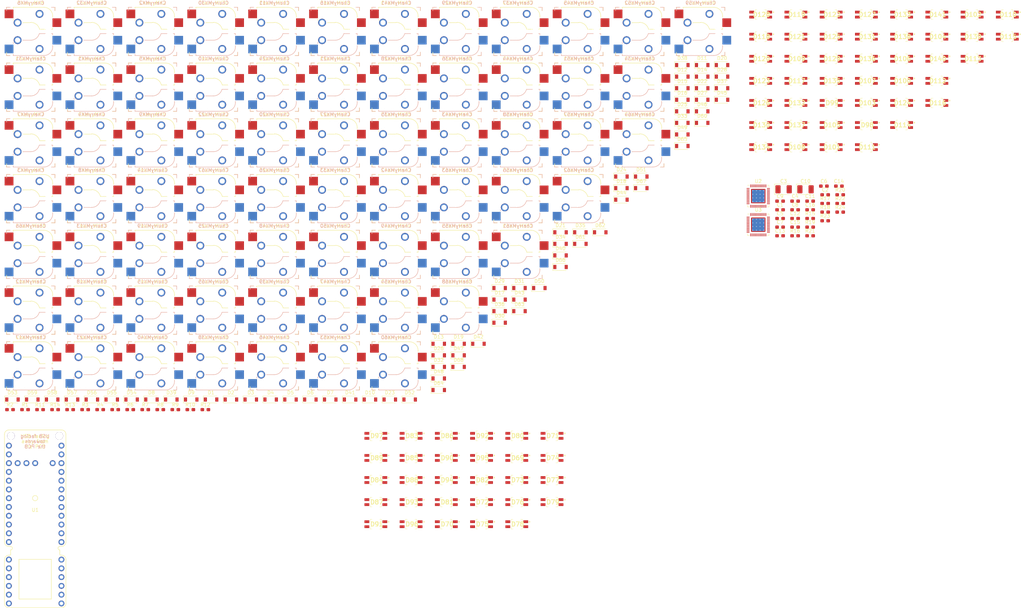
<source format=kicad_pcb>
(kicad_pcb (version 20171130) (host pcbnew "(5.1.5)-3")
  (layers (0 F.Cu signal) (31 B.Cu signal) (34 B.Paste user) (35 F.Paste user) (36 B.SilkS user) (37 F.SilkS user) (38 B.Mask user) (39 F.Mask user) (44 Edge.Cuts user))
  (net 0 "")
  (net 1 GND)
  (net 2 VCC)
  (net 3 VBUS)
  (net 4 "Net-(CherryMX1-Pad2)")
  (net 5 /switch/ROW1)
  (net 6 "Net-(CherryMX2-Pad2)")
  (net 7 /switch/ROW2)
  (net 8 /switch/ROW3)
  (net 9 "Net-(CherryMX3-Pad2)")
  (net 10 "Net-(CherryMX4-Pad2)")
  (net 11 /switch/ROW4)
  (net 12 /switch/ROW5)
  (net 13 "Net-(CherryMX5-Pad2)")
  (net 14 "Net-(CherryMX6-Pad2)")
  (net 15 "Net-(CherryMX7-Pad2)")
  (net 16 "Net-(CherryMX8-Pad2)")
  (net 17 "Net-(CherryMX9-Pad2)")
  (net 18 "Net-(CherryMX10-Pad2)")
  (net 19 "Net-(CherryMX11-Pad2)")
  (net 20 "Net-(CherryMX12-Pad2)")
  (net 21 "Net-(CherryMX13-Pad2)")
  (net 22 "Net-(CherryMX14-Pad2)")
  (net 23 "Net-(CherryMX15-Pad2)")
  (net 24 "Net-(CherryMX16-Pad2)")
  (net 25 "Net-(CherryMX17-Pad2)")
  (net 26 "Net-(CherryMX18-Pad2)")
  (net 27 "Net-(CherryMX19-Pad2)")
  (net 28 "Net-(CherryMX20-Pad2)")
  (net 29 "Net-(CherryMX21-Pad2)")
  (net 30 "Net-(CherryMX22-Pad2)")
  (net 31 "Net-(CherryMX23-Pad2)")
  (net 32 "Net-(CherryMX24-Pad2)")
  (net 33 "Net-(CherryMX25-Pad2)")
  (net 34 "Net-(CherryMX26-Pad2)")
  (net 35 "Net-(CherryMX27-Pad2)")
  (net 36 "Net-(CherryMX28-Pad2)")
  (net 37 "Net-(CherryMX29-Pad2)")
  (net 38 "Net-(CherryMX30-Pad2)")
  (net 39 "Net-(CherryMX31-Pad2)")
  (net 40 "Net-(CherryMX32-Pad2)")
  (net 41 "Net-(CherryMX33-Pad2)")
  (net 42 "Net-(CherryMX34-Pad2)")
  (net 43 "Net-(CherryMX35-Pad2)")
  (net 44 "Net-(CherryMX36-Pad2)")
  (net 45 "Net-(CherryMX37-Pad2)")
  (net 46 "Net-(CherryMX38-Pad2)")
  (net 47 "Net-(CherryMX39-Pad2)")
  (net 48 "Net-(CherryMX40-Pad2)")
  (net 49 "Net-(CherryMX41-Pad2)")
  (net 50 "Net-(CherryMX42-Pad2)")
  (net 51 "Net-(CherryMX43-Pad2)")
  (net 52 "Net-(CherryMX44-Pad2)")
  (net 53 "Net-(CherryMX45-Pad2)")
  (net 54 "Net-(CherryMX46-Pad2)")
  (net 55 "Net-(CherryMX47-Pad2)")
  (net 56 "Net-(CherryMX48-Pad2)")
  (net 57 "Net-(CherryMX49-Pad2)")
  (net 58 "Net-(CherryMX50-Pad2)")
  (net 59 "Net-(CherryMX51-Pad2)")
  (net 60 "Net-(CherryMX52-Pad2)")
  (net 61 "Net-(CherryMX53-Pad2)")
  (net 62 "Net-(CherryMX54-Pad2)")
  (net 63 "Net-(CherryMX55-Pad2)")
  (net 64 "Net-(CherryMX56-Pad2)")
  (net 65 "Net-(CherryMX57-Pad2)")
  (net 66 "Net-(CherryMX58-Pad2)")
  (net 67 "Net-(CherryMX59-Pad2)")
  (net 68 "Net-(CherryMX60-Pad2)")
  (net 69 "Net-(CherryMX61-Pad2)")
  (net 70 "Net-(CherryMX62-Pad2)")
  (net 71 "Net-(CherryMX63-Pad2)")
  (net 72 "Net-(CherryMX64-Pad2)")
  (net 73 "Net-(CherryMX65-Pad2)")
  (net 74 "Net-(CherryMX66-Pad2)")
  (net 75 "Net-(CherryMX67-Pad2)")
  (net 76 "Net-(CherryMX68-Pad2)")
  (net 77 /switch/COL14)
  (net 78 /switch/COL13)
  (net 79 /switch/COL12)
  (net 80 /switch/COL11)
  (net 81 /switch/COL10)
  (net 82 /switch/COL9)
  (net 83 /switch/COL8)
  (net 84 /switch/COL7)
  (net 85 /switch/COL6)
  (net 86 /switch/COL5)
  (net 87 /switch/COL4)
  (net 88 /switch/COL3)
  (net 89 /switch/COL2)
  (net 90 /switch/COL1)
  (net 91 /RGB/RGBmatrix2/ROW2)
  (net 92 /RGB/RGBmatrix2/ROW3)
  (net 93 /RGB/RGBmatrix2/COL1)
  (net 94 /RGB/RGBmatrix2/ROW1)
  (net 95 /RGB/RGBmatrix2/ROW5)
  (net 96 /RGB/RGBmatrix2/ROW6)
  (net 97 /RGB/RGBmatrix2/ROW4)
  (net 98 /RGB/RGBmatrix2/COL2)
  (net 99 /RGB/RGBmatrix2/COL3)
  (net 100 /RGB/RGBmatrix2/COL4)
  (net 101 /RGB/RGBmatrix2/COL5)
  (net 102 /RGB/RGBmatrix2/COL6)
  (net 103 /RGB/RGBmatrix2/COL7)
  (net 104 /RGB/RGBmatrix2/COL8)
  (net 105 /RGB/RGBmatrix2/COL9)
  (net 106 /RGB/RGBmatrix2/COL10)
  (net 107 /RGB/RGBmatrix2/COL11)
  (net 108 /RGB/RGBmatrix2/COL12)
  (net 109 /RGB/RGBmatrix2/COL13)
  (net 110 /RGB/RGBmatrix2/COL14)
  (net 111 /RGB/RGBmatrix2/COL15)
  (net 112 /RGB/RGBmatrix/ROW2)
  (net 113 /RGB/RGBmatrix/ROW3)
  (net 114 /RGB/RGBmatrix/COL1)
  (net 115 /RGB/RGBmatrix/ROW1)
  (net 116 /RGB/RGBmatrix/ROW4)
  (net 117 /RGB/RGBmatrix/ROW6)
  (net 118 /RGB/RGBmatrix/ROW5)
  (net 119 /RGB/RGBmatrix/ROW8)
  (net 120 /RGB/RGBmatrix/ROW9)
  (net 121 /RGB/RGBmatrix/ROW7)
  (net 122 /RGB/RGBmatrix/COL2)
  (net 123 /RGB/RGBmatrix/COL3)
  (net 124 /RGB/RGBmatrix/COL4)
  (net 125 /RGB/RGBmatrix/COL5)
  (net 126 /RGB/RGBmatrix/COL6)
  (net 127 /RGB/RGBmatrix/COL7)
  (net 128 /RGB/RGBmatrix/COL8)
  (net 129 /RGB/RGBmatrix/COL9)
  (net 130 /RGB/RGBmatrix/COL10)
  (net 131 /RGB/RGBmatrix/COL11)
  (net 132 /RGB/RGBmatrix/COL12)
  (net 133 /RGB/RGBmatrix/COL13)
  (net 134 /RGB/RGBmatrix/COL14)
  (net 135 /RGB/RGBmatrix/COL15)
  (net 136 "Net-(R15-Pad1)")
  (net 137 "Net-(R16-Pad1)")
  (net 138 /RGB/SDA)
  (net 139 /RGB/SCL)
  (net 140 "Net-(R19-Pad1)")
  (net 141 "Net-(R22-Pad1)")
  (net 142 /RGB/LED_EN_PIN)
  (net 143 "Net-(U1-PadRST)")
  (net 144 "Net-(U1-PadA13)")
  (net 145 "Net-(U1-PadA14)")
  (net 146 "Net-(U1-PadA3|5v)")
  (net 147 "Net-(U1-PadA2)")
  (net 148 "Net-(U1-PadDFU)")
  (net 149 "Net-(U1-PadA4)")
  (net 150 "Net-(U1-PadA5)")
  (net 151 "Net-(U1-PadCHRG)")
  (net 152 "Net-(U1-PadD-)")
  (net 153 "Net-(U1-PadD+)")
  (net 154 "Net-(U1-PadA9)")
  (net 155 "Net-(U1-PadA10)")
  (net 156 "Net-(U2-Pad1)")
  (net 157 "Net-(U2-Pad13)")
  (net 158 "Net-(U2-Pad14)")
  (net 159 "Net-(U2-Pad15)")
  (net 160 "Net-(U2-Pad33)")
  (net 161 "Net-(U2-Pad36)")
  (net 162 /RGB/SYNC)
  (net 163 "Net-(U2-Pad45)")
  (net 164 "Net-(U3-Pad45)")
  (net 165 "Net-(U3-Pad36)")
  (net 166 "Net-(U3-Pad33)")
  (net 167 "Net-(U3-Pad15)")
  (net 168 "Net-(U3-Pad14)")
  (net 169 "Net-(U3-Pad13)")
  (net 170 "Net-(U3-Pad11)")
  (net 171 "Net-(U3-Pad10)")
  (net 172 "Net-(U3-Pad9)")
  (net 173 "Net-(U3-Pad1)")
  (module Capacitor_SMD:C_0603_1608Metric_Pad1.05x0.95mm_HandSolder (layer F.Cu) (at 246.195001 74.495001)
    (fp_text reference C1 (at 0 -1.43) (layer F.SilkS))
    (fp_text value 0.47μF)
    (pad 1 smd roundrect (at -0.875 0) (size 1.05 0.95) (layers F.Cu F.Paste F.Mask) (net 1 GND))
    (pad 2 smd roundrect (at 0.875 0) (size 1.05 0.95) (layers F.Cu F.Paste F.Mask) (net 2 VCC))
  )
  (module Capacitor_SMD:C_0603_1608Metric_Pad1.05x0.95mm_HandSolder (layer F.Cu) (at 259.245001 70.145001)
    (fp_text reference C2 (at 0 -1.43) (layer F.SilkS))
    (fp_text value 0.47μF)
    (pad 1 smd roundrect (at -0.875 0) (size 1.05 0.95) (layers F.Cu F.Paste F.Mask) (net 1 GND))
    (pad 2 smd roundrect (at 0.875 0) (size 1.05 0.95) (layers F.Cu F.Paste F.Mask) (net 2 VCC))
  )
  (module Capacitor_Tantalum_SMD:CP_EIA-3528-12_Kemet-T_Pad1.50x2.35mm_HandSolder (layer F.Cu) (at 247.215001 68.555001)
    (fp_text reference C3 (at 0 -2.35) (layer F.SilkS))
    (fp_text value 22μF/10V)
    (pad 2 smd roundrect (at 1.625 0) (size 1.5 2.35) (layers F.Cu F.Paste F.Mask) (roundrect_rratio 0.166667) (net 1 GND))
    (pad 1 smd roundrect (at -1.625 0) (size 1.5 2.35) (layers F.Cu F.Paste F.Mask) (roundrect_rratio 0.166667) (net 3 VBUS))
  )
  (module Capacitor_SMD:C_0603_1608Metric_Pad1.05x0.95mm_HandSolder (layer F.Cu) (at 250.545001 71.985001)
    (fp_text reference C4 (at 0 -1.43) (layer F.SilkS))
    (fp_text value 0.47μF)
    (pad 2 smd roundrect (at 0.875 0) (size 1.05 0.95) (layers F.Cu F.Paste F.Mask) (net 1 GND))
    (pad 1 smd roundrect (at -0.875 0) (size 1.05 0.95) (layers F.Cu F.Paste F.Mask) (net 3 VBUS))
  )
  (module Capacitor_SMD:C_0603_1608Metric_Pad1.05x0.95mm_HandSolder (layer F.Cu) (at 246.195001 77.005001)
    (fp_text reference C5 (at 0 -1.43) (layer F.SilkS))
    (fp_text value 0.1μF)
    (pad 1 smd roundrect (at -0.875 0) (size 1.05 0.95) (layers F.Cu F.Paste F.Mask) (net 3 VBUS))
    (pad 2 smd roundrect (at 0.875 0) (size 1.05 0.95) (layers F.Cu F.Paste F.Mask) (net 1 GND))
  )
  (module Capacitor_SMD:C_0603_1608Metric_Pad1.05x0.95mm_HandSolder (layer F.Cu) (at 258.875001 67.635001)
    (fp_text reference C6 (at 0 -1.43) (layer F.SilkS))
    (fp_text value 0.47μF)
    (pad 2 smd roundrect (at 0.875 0) (size 1.05 0.95) (layers F.Cu F.Paste F.Mask) (net 1 GND))
    (pad 1 smd roundrect (at -0.875 0) (size 1.05 0.95) (layers F.Cu F.Paste F.Mask) (net 3 VBUS))
  )
  (module Capacitor_SMD:C_0603_1608Metric_Pad1.05x0.95mm_HandSolder (layer F.Cu) (at 246.195001 79.515001)
    (fp_text reference C7 (at 0 -1.43) (layer F.SilkS))
    (fp_text value 0.1μF)
    (pad 1 smd roundrect (at -0.875 0) (size 1.05 0.95) (layers F.Cu F.Paste F.Mask) (net 3 VBUS))
    (pad 2 smd roundrect (at 0.875 0) (size 1.05 0.95) (layers F.Cu F.Paste F.Mask) (net 1 GND))
  )
  (module Capacitor_SMD:C_0603_1608Metric_Pad1.05x0.95mm_HandSolder (layer F.Cu) (at 250.545001 74.495001)
    (fp_text reference C8 (at 0 -1.43) (layer F.SilkS))
    (fp_text value 0.47μF)
    (pad 2 smd roundrect (at 0.875 0) (size 1.05 0.95) (layers F.Cu F.Paste F.Mask) (net 1 GND))
    (pad 1 smd roundrect (at -0.875 0) (size 1.05 0.95) (layers F.Cu F.Paste F.Mask) (net 3 VBUS))
  )
  (module Capacitor_SMD:C_0603_1608Metric_Pad1.05x0.95mm_HandSolder (layer F.Cu) (at 246.195001 71.985001)
    (fp_text reference C9 (at 0 -1.43) (layer F.SilkS))
    (fp_text value 0.1μF)
    (pad 1 smd roundrect (at -0.875 0) (size 1.05 0.95) (layers F.Cu F.Paste F.Mask) (net 3 VBUS))
    (pad 2 smd roundrect (at 0.875 0) (size 1.05 0.95) (layers F.Cu F.Paste F.Mask) (net 1 GND))
  )
  (module Capacitor_Tantalum_SMD:CP_EIA-3528-12_Kemet-T_Pad1.50x2.35mm_HandSolder (layer F.Cu) (at 253.555001 68.555001)
    (fp_text reference C10 (at 0 -2.35) (layer F.SilkS))
    (fp_text value 22μF/10V)
    (pad 1 smd roundrect (at -1.625 0) (size 1.5 2.35) (layers F.Cu F.Paste F.Mask) (roundrect_rratio 0.166667) (net 3 VBUS))
    (pad 2 smd roundrect (at 1.625 0) (size 1.5 2.35) (layers F.Cu F.Paste F.Mask) (roundrect_rratio 0.166667) (net 1 GND))
  )
  (module Capacitor_SMD:C_0603_1608Metric_Pad1.05x0.95mm_HandSolder (layer F.Cu) (at 254.895001 71.985001)
    (fp_text reference C11 (at 0 -1.43) (layer F.SilkS))
    (fp_text value 0.47μF)
    (pad 2 smd roundrect (at 0.875 0) (size 1.05 0.95) (layers F.Cu F.Paste F.Mask) (net 1 GND))
    (pad 1 smd roundrect (at -0.875 0) (size 1.05 0.95) (layers F.Cu F.Paste F.Mask) (net 3 VBUS))
  )
  (module Capacitor_SMD:C_0603_1608Metric_Pad1.05x0.95mm_HandSolder (layer F.Cu) (at 250.545001 77.005001)
    (fp_text reference C12 (at 0 -1.43) (layer F.SilkS))
    (fp_text value 0.1μF)
    (pad 2 smd roundrect (at 0.875 0) (size 1.05 0.95) (layers F.Cu F.Paste F.Mask) (net 1 GND))
    (pad 1 smd roundrect (at -0.875 0) (size 1.05 0.95) (layers F.Cu F.Paste F.Mask) (net 3 VBUS))
  )
  (module Capacitor_SMD:C_0603_1608Metric_Pad1.05x0.95mm_HandSolder (layer F.Cu) (at 246.195001 82.025001)
    (fp_text reference C13 (at 0 -1.43) (layer F.SilkS))
    (fp_text value 0.47μF)
    (pad 1 smd roundrect (at -0.875 0) (size 1.05 0.95) (layers F.Cu F.Paste F.Mask) (net 3 VBUS))
    (pad 2 smd roundrect (at 0.875 0) (size 1.05 0.95) (layers F.Cu F.Paste F.Mask) (net 1 GND))
  )
  (module Capacitor_SMD:C_0603_1608Metric_Pad1.05x0.95mm_HandSolder (layer F.Cu) (at 263.225001 67.635001)
    (fp_text reference C14 (at 0 -1.43) (layer F.SilkS))
    (fp_text value 0.1μF)
    (pad 2 smd roundrect (at 0.875 0) (size 1.05 0.95) (layers F.Cu F.Paste F.Mask) (net 1 GND))
    (pad 1 smd roundrect (at -0.875 0) (size 1.05 0.95) (layers F.Cu F.Paste F.Mask) (net 3 VBUS))
  )
  (module Capacitor_SMD:C_0603_1608Metric_Pad1.05x0.95mm_HandSolder (layer F.Cu) (at 250.545001 79.515001)
    (fp_text reference C15 (at 0 -1.43) (layer F.SilkS))
    (fp_text value 0.47μF)
    (pad 2 smd roundrect (at 0.875 0) (size 1.05 0.95) (layers F.Cu F.Paste F.Mask) (net 1 GND))
    (pad 1 smd roundrect (at -0.875 0) (size 1.05 0.95) (layers F.Cu F.Paste F.Mask) (net 3 VBUS))
  )
  (module Capacitor_SMD:C_0603_1608Metric_Pad1.05x0.95mm_HandSolder (layer F.Cu) (at 254.895001 74.495001)
    (fp_text reference C16 (at 0 -1.43) (layer F.SilkS))
    (fp_text value 0.1μF)
    (pad 1 smd roundrect (at -0.875 0) (size 1.05 0.95) (layers F.Cu F.Paste F.Mask) (net 3 VBUS))
    (pad 2 smd roundrect (at 0.875 0) (size 1.05 0.95) (layers F.Cu F.Paste F.Mask) (net 1 GND))
  )
  (module keyswitches:Kailh_socket_MX_optional_reversible (layer F.Cu) (at 46.900001 38.965001)
    (fp_text reference CherryMX1 (at 0 -8.255) (layer F.SilkS))
    (fp_text value SW_SPST)
    (fp_text user %R (at 0 -8.255) (layer B.SilkS) (effects (justify mirror)))
    (pad 2 smd rect (at 7.56 -2.54) (size 2.55 2.5) (layers F.Cu F.Paste F.Mask) (net 4 "Net-(CherryMX1-Pad2)"))
    (pad "" np_thru_hole circle (at -5.08 0) (size 1.7018 1.7018) (drill 1.7018) (layers *.Cu *.Mask))
    (pad "" np_thru_hole circle (at 5.08 0) (size 1.7018 1.7018) (drill 1.7018) (layers *.Cu *.Mask))
    (pad 1 thru_hole circle (at -3.81 -2.54) (size 2.286 2.286) (drill 1.4986) (layers *.Cu *.Mask) (net 5 /switch/ROW1))
    (pad "" np_thru_hole circle (at 0 0) (size 3.9878 3.9878) (drill 3.9878) (layers *.Cu *.Mask))
    (pad 2 thru_hole circle (at 2.54 -5.08) (size 2.286 2.286) (drill 1.4986) (layers *.Cu *.Mask) (net 4 "Net-(CherryMX1-Pad2)"))
    (pad "" np_thru_hole circle (at 3.81 2.54) (size 3 3) (drill 3) (layers *.Cu *.Mask))
    (pad "" np_thru_hole circle (at -2.54 5.08) (size 3 3) (drill 3) (layers *.Cu *.Mask))
    (pad 1 smd rect (at -6.29 -5.08) (size 2.55 2.5) (layers F.Cu F.Paste F.Mask) (net 5 /switch/ROW1))
    (pad 1 thru_hole circle (at -3.81 2.54) (size 2.286 2.286) (drill 1.4986) (layers *.Cu *.Mask) (net 5 /switch/ROW1))
    (pad 2 thru_hole circle (at 2.54 5.08) (size 2.286 2.286) (drill 1.4986) (layers *.Cu *.Mask) (net 4 "Net-(CherryMX1-Pad2)"))
    (pad "" np_thru_hole circle (at 3.81 -2.54) (size 3 3) (drill 3) (layers *.Cu *.Mask))
    (pad "" np_thru_hole circle (at -2.54 -5.08) (size 3 3) (drill 3) (layers *.Cu *.Mask))
    (pad 2 smd rect (at 7.56 2.54) (size 2.55 2.5) (layers B.Cu B.Paste B.Mask) (net 4 "Net-(CherryMX1-Pad2)"))
    (pad 1 smd rect (at -6.29 5.08) (size 2.55 2.5) (layers B.Cu B.Paste B.Mask) (net 5 /switch/ROW1))
  )
  (module keyswitches:Kailh_socket_MX_optional_reversible (layer F.Cu) (at 64.530001 22.815001)
    (fp_text reference CherryMX2 (at 0 -8.255) (layer F.SilkS))
    (fp_text value SW_SPST)
    (fp_text user %R (at 0 -8.255) (layer B.SilkS) (effects (justify mirror)))
    (pad 2 smd rect (at 7.56 -2.54) (size 2.55 2.5) (layers F.Cu F.Paste F.Mask) (net 6 "Net-(CherryMX2-Pad2)"))
    (pad "" np_thru_hole circle (at -5.08 0) (size 1.7018 1.7018) (drill 1.7018) (layers *.Cu *.Mask))
    (pad "" np_thru_hole circle (at 5.08 0) (size 1.7018 1.7018) (drill 1.7018) (layers *.Cu *.Mask))
    (pad 1 thru_hole circle (at -3.81 -2.54) (size 2.286 2.286) (drill 1.4986) (layers *.Cu *.Mask) (net 7 /switch/ROW2))
    (pad "" np_thru_hole circle (at 0 0) (size 3.9878 3.9878) (drill 3.9878) (layers *.Cu *.Mask))
    (pad 2 thru_hole circle (at 2.54 -5.08) (size 2.286 2.286) (drill 1.4986) (layers *.Cu *.Mask) (net 6 "Net-(CherryMX2-Pad2)"))
    (pad "" np_thru_hole circle (at 3.81 2.54) (size 3 3) (drill 3) (layers *.Cu *.Mask))
    (pad "" np_thru_hole circle (at -2.54 5.08) (size 3 3) (drill 3) (layers *.Cu *.Mask))
    (pad 1 smd rect (at -6.29 -5.08) (size 2.55 2.5) (layers F.Cu F.Paste F.Mask) (net 7 /switch/ROW2))
    (pad 1 thru_hole circle (at -3.81 2.54) (size 2.286 2.286) (drill 1.4986) (layers *.Cu *.Mask) (net 7 /switch/ROW2))
    (pad 2 thru_hole circle (at 2.54 5.08) (size 2.286 2.286) (drill 1.4986) (layers *.Cu *.Mask) (net 6 "Net-(CherryMX2-Pad2)"))
    (pad "" np_thru_hole circle (at 3.81 -2.54) (size 3 3) (drill 3) (layers *.Cu *.Mask))
    (pad "" np_thru_hole circle (at -2.54 -5.08) (size 3 3) (drill 3) (layers *.Cu *.Mask))
    (pad 2 smd rect (at 7.56 2.54) (size 2.55 2.5) (layers B.Cu B.Paste B.Mask) (net 6 "Net-(CherryMX2-Pad2)"))
    (pad 1 smd rect (at -6.29 5.08) (size 2.55 2.5) (layers B.Cu B.Paste B.Mask) (net 7 /switch/ROW2))
  )
  (module keyswitches:Kailh_socket_MX_optional_reversible (layer F.Cu) (at 29.270001 71.265001)
    (fp_text reference CherryMX3 (at 0 -8.255) (layer F.SilkS))
    (fp_text value SW_SPST)
    (fp_text user %R (at 0 -8.255) (layer B.SilkS) (effects (justify mirror)))
    (pad 1 smd rect (at -6.29 5.08) (size 2.55 2.5) (layers B.Cu B.Paste B.Mask) (net 8 /switch/ROW3))
    (pad 2 smd rect (at 7.56 2.54) (size 2.55 2.5) (layers B.Cu B.Paste B.Mask) (net 9 "Net-(CherryMX3-Pad2)"))
    (pad "" np_thru_hole circle (at -2.54 -5.08) (size 3 3) (drill 3) (layers *.Cu *.Mask))
    (pad "" np_thru_hole circle (at 3.81 -2.54) (size 3 3) (drill 3) (layers *.Cu *.Mask))
    (pad 2 thru_hole circle (at 2.54 5.08) (size 2.286 2.286) (drill 1.4986) (layers *.Cu *.Mask) (net 9 "Net-(CherryMX3-Pad2)"))
    (pad 1 thru_hole circle (at -3.81 2.54) (size 2.286 2.286) (drill 1.4986) (layers *.Cu *.Mask) (net 8 /switch/ROW3))
    (pad 1 smd rect (at -6.29 -5.08) (size 2.55 2.5) (layers F.Cu F.Paste F.Mask) (net 8 /switch/ROW3))
    (pad "" np_thru_hole circle (at -2.54 5.08) (size 3 3) (drill 3) (layers *.Cu *.Mask))
    (pad "" np_thru_hole circle (at 3.81 2.54) (size 3 3) (drill 3) (layers *.Cu *.Mask))
    (pad 2 thru_hole circle (at 2.54 -5.08) (size 2.286 2.286) (drill 1.4986) (layers *.Cu *.Mask) (net 9 "Net-(CherryMX3-Pad2)"))
    (pad "" np_thru_hole circle (at 0 0) (size 3.9878 3.9878) (drill 3.9878) (layers *.Cu *.Mask))
    (pad 1 thru_hole circle (at -3.81 -2.54) (size 2.286 2.286) (drill 1.4986) (layers *.Cu *.Mask) (net 8 /switch/ROW3))
    (pad "" np_thru_hole circle (at 5.08 0) (size 1.7018 1.7018) (drill 1.7018) (layers *.Cu *.Mask))
    (pad "" np_thru_hole circle (at -5.08 0) (size 1.7018 1.7018) (drill 1.7018) (layers *.Cu *.Mask))
    (pad 2 smd rect (at 7.56 -2.54) (size 2.55 2.5) (layers F.Cu F.Paste F.Mask) (net 9 "Net-(CherryMX3-Pad2)"))
  )
  (module keyswitches:Kailh_socket_MX_optional_reversible (layer F.Cu) (at 46.900001 55.115001)
    (fp_text reference CherryMX4 (at 0 -8.255) (layer F.SilkS))
    (fp_text value SW_SPST)
    (fp_text user %R (at 0 -8.255) (layer B.SilkS) (effects (justify mirror)))
    (pad 2 smd rect (at 7.56 -2.54) (size 2.55 2.5) (layers F.Cu F.Paste F.Mask) (net 10 "Net-(CherryMX4-Pad2)"))
    (pad "" np_thru_hole circle (at -5.08 0) (size 1.7018 1.7018) (drill 1.7018) (layers *.Cu *.Mask))
    (pad "" np_thru_hole circle (at 5.08 0) (size 1.7018 1.7018) (drill 1.7018) (layers *.Cu *.Mask))
    (pad 1 thru_hole circle (at -3.81 -2.54) (size 2.286 2.286) (drill 1.4986) (layers *.Cu *.Mask) (net 11 /switch/ROW4))
    (pad "" np_thru_hole circle (at 0 0) (size 3.9878 3.9878) (drill 3.9878) (layers *.Cu *.Mask))
    (pad 2 thru_hole circle (at 2.54 -5.08) (size 2.286 2.286) (drill 1.4986) (layers *.Cu *.Mask) (net 10 "Net-(CherryMX4-Pad2)"))
    (pad "" np_thru_hole circle (at 3.81 2.54) (size 3 3) (drill 3) (layers *.Cu *.Mask))
    (pad "" np_thru_hole circle (at -2.54 5.08) (size 3 3) (drill 3) (layers *.Cu *.Mask))
    (pad 1 smd rect (at -6.29 -5.08) (size 2.55 2.5) (layers F.Cu F.Paste F.Mask) (net 11 /switch/ROW4))
    (pad 1 thru_hole circle (at -3.81 2.54) (size 2.286 2.286) (drill 1.4986) (layers *.Cu *.Mask) (net 11 /switch/ROW4))
    (pad 2 thru_hole circle (at 2.54 5.08) (size 2.286 2.286) (drill 1.4986) (layers *.Cu *.Mask) (net 10 "Net-(CherryMX4-Pad2)"))
    (pad "" np_thru_hole circle (at 3.81 -2.54) (size 3 3) (drill 3) (layers *.Cu *.Mask))
    (pad "" np_thru_hole circle (at -2.54 -5.08) (size 3 3) (drill 3) (layers *.Cu *.Mask))
    (pad 2 smd rect (at 7.56 2.54) (size 2.55 2.5) (layers B.Cu B.Paste B.Mask) (net 10 "Net-(CherryMX4-Pad2)"))
    (pad 1 smd rect (at -6.29 5.08) (size 2.55 2.5) (layers B.Cu B.Paste B.Mask) (net 11 /switch/ROW4))
  )
  (module keyswitches:Kailh_socket_MX_optional_reversible (layer F.Cu) (at 64.530001 38.965001)
    (fp_text reference CherryMX5 (at 0 -8.255) (layer F.SilkS))
    (fp_text value SW_SPST)
    (fp_text user %R (at 0 -8.255) (layer B.SilkS) (effects (justify mirror)))
    (pad 1 smd rect (at -6.29 5.08) (size 2.55 2.5) (layers B.Cu B.Paste B.Mask) (net 12 /switch/ROW5))
    (pad 2 smd rect (at 7.56 2.54) (size 2.55 2.5) (layers B.Cu B.Paste B.Mask) (net 13 "Net-(CherryMX5-Pad2)"))
    (pad "" np_thru_hole circle (at -2.54 -5.08) (size 3 3) (drill 3) (layers *.Cu *.Mask))
    (pad "" np_thru_hole circle (at 3.81 -2.54) (size 3 3) (drill 3) (layers *.Cu *.Mask))
    (pad 2 thru_hole circle (at 2.54 5.08) (size 2.286 2.286) (drill 1.4986) (layers *.Cu *.Mask) (net 13 "Net-(CherryMX5-Pad2)"))
    (pad 1 thru_hole circle (at -3.81 2.54) (size 2.286 2.286) (drill 1.4986) (layers *.Cu *.Mask) (net 12 /switch/ROW5))
    (pad 1 smd rect (at -6.29 -5.08) (size 2.55 2.5) (layers F.Cu F.Paste F.Mask) (net 12 /switch/ROW5))
    (pad "" np_thru_hole circle (at -2.54 5.08) (size 3 3) (drill 3) (layers *.Cu *.Mask))
    (pad "" np_thru_hole circle (at 3.81 2.54) (size 3 3) (drill 3) (layers *.Cu *.Mask))
    (pad 2 thru_hole circle (at 2.54 -5.08) (size 2.286 2.286) (drill 1.4986) (layers *.Cu *.Mask) (net 13 "Net-(CherryMX5-Pad2)"))
    (pad "" np_thru_hole circle (at 0 0) (size 3.9878 3.9878) (drill 3.9878) (layers *.Cu *.Mask))
    (pad 1 thru_hole circle (at -3.81 -2.54) (size 2.286 2.286) (drill 1.4986) (layers *.Cu *.Mask) (net 12 /switch/ROW5))
    (pad "" np_thru_hole circle (at 5.08 0) (size 1.7018 1.7018) (drill 1.7018) (layers *.Cu *.Mask))
    (pad "" np_thru_hole circle (at -5.08 0) (size 1.7018 1.7018) (drill 1.7018) (layers *.Cu *.Mask))
    (pad 2 smd rect (at 7.56 -2.54) (size 2.55 2.5) (layers F.Cu F.Paste F.Mask) (net 13 "Net-(CherryMX5-Pad2)"))
  )
  (module keyswitches:Kailh_socket_MX_optional_reversible (layer F.Cu) (at 29.270001 22.815001)
    (fp_text reference CherryMX6 (at 0 -8.255) (layer F.SilkS))
    (fp_text value SW_SPST)
    (fp_text user %R (at 0 -8.255) (layer B.SilkS) (effects (justify mirror)))
    (pad 2 smd rect (at 7.56 -2.54) (size 2.55 2.5) (layers F.Cu F.Paste F.Mask) (net 14 "Net-(CherryMX6-Pad2)"))
    (pad "" np_thru_hole circle (at -5.08 0) (size 1.7018 1.7018) (drill 1.7018) (layers *.Cu *.Mask))
    (pad "" np_thru_hole circle (at 5.08 0) (size 1.7018 1.7018) (drill 1.7018) (layers *.Cu *.Mask))
    (pad 1 thru_hole circle (at -3.81 -2.54) (size 2.286 2.286) (drill 1.4986) (layers *.Cu *.Mask) (net 5 /switch/ROW1))
    (pad "" np_thru_hole circle (at 0 0) (size 3.9878 3.9878) (drill 3.9878) (layers *.Cu *.Mask))
    (pad 2 thru_hole circle (at 2.54 -5.08) (size 2.286 2.286) (drill 1.4986) (layers *.Cu *.Mask) (net 14 "Net-(CherryMX6-Pad2)"))
    (pad "" np_thru_hole circle (at 3.81 2.54) (size 3 3) (drill 3) (layers *.Cu *.Mask))
    (pad "" np_thru_hole circle (at -2.54 5.08) (size 3 3) (drill 3) (layers *.Cu *.Mask))
    (pad 1 smd rect (at -6.29 -5.08) (size 2.55 2.5) (layers F.Cu F.Paste F.Mask) (net 5 /switch/ROW1))
    (pad 1 thru_hole circle (at -3.81 2.54) (size 2.286 2.286) (drill 1.4986) (layers *.Cu *.Mask) (net 5 /switch/ROW1))
    (pad 2 thru_hole circle (at 2.54 5.08) (size 2.286 2.286) (drill 1.4986) (layers *.Cu *.Mask) (net 14 "Net-(CherryMX6-Pad2)"))
    (pad "" np_thru_hole circle (at 3.81 -2.54) (size 3 3) (drill 3) (layers *.Cu *.Mask))
    (pad "" np_thru_hole circle (at -2.54 -5.08) (size 3 3) (drill 3) (layers *.Cu *.Mask))
    (pad 2 smd rect (at 7.56 2.54) (size 2.55 2.5) (layers B.Cu B.Paste B.Mask) (net 14 "Net-(CherryMX6-Pad2)"))
    (pad 1 smd rect (at -6.29 5.08) (size 2.55 2.5) (layers B.Cu B.Paste B.Mask) (net 5 /switch/ROW1))
  )
  (module keyswitches:Kailh_socket_MX_optional_reversible (layer F.Cu) (at 29.270001 55.115001)
    (fp_text reference CherryMX7 (at 0 -8.255) (layer F.SilkS))
    (fp_text value SW_SPST)
    (fp_text user %R (at 0 -8.255) (layer B.SilkS) (effects (justify mirror)))
    (pad 1 smd rect (at -6.29 5.08) (size 2.55 2.5) (layers B.Cu B.Paste B.Mask) (net 7 /switch/ROW2))
    (pad 2 smd rect (at 7.56 2.54) (size 2.55 2.5) (layers B.Cu B.Paste B.Mask) (net 15 "Net-(CherryMX7-Pad2)"))
    (pad "" np_thru_hole circle (at -2.54 -5.08) (size 3 3) (drill 3) (layers *.Cu *.Mask))
    (pad "" np_thru_hole circle (at 3.81 -2.54) (size 3 3) (drill 3) (layers *.Cu *.Mask))
    (pad 2 thru_hole circle (at 2.54 5.08) (size 2.286 2.286) (drill 1.4986) (layers *.Cu *.Mask) (net 15 "Net-(CherryMX7-Pad2)"))
    (pad 1 thru_hole circle (at -3.81 2.54) (size 2.286 2.286) (drill 1.4986) (layers *.Cu *.Mask) (net 7 /switch/ROW2))
    (pad 1 smd rect (at -6.29 -5.08) (size 2.55 2.5) (layers F.Cu F.Paste F.Mask) (net 7 /switch/ROW2))
    (pad "" np_thru_hole circle (at -2.54 5.08) (size 3 3) (drill 3) (layers *.Cu *.Mask))
    (pad "" np_thru_hole circle (at 3.81 2.54) (size 3 3) (drill 3) (layers *.Cu *.Mask))
    (pad 2 thru_hole circle (at 2.54 -5.08) (size 2.286 2.286) (drill 1.4986) (layers *.Cu *.Mask) (net 15 "Net-(CherryMX7-Pad2)"))
    (pad "" np_thru_hole circle (at 0 0) (size 3.9878 3.9878) (drill 3.9878) (layers *.Cu *.Mask))
    (pad 1 thru_hole circle (at -3.81 -2.54) (size 2.286 2.286) (drill 1.4986) (layers *.Cu *.Mask) (net 7 /switch/ROW2))
    (pad "" np_thru_hole circle (at 5.08 0) (size 1.7018 1.7018) (drill 1.7018) (layers *.Cu *.Mask))
    (pad "" np_thru_hole circle (at -5.08 0) (size 1.7018 1.7018) (drill 1.7018) (layers *.Cu *.Mask))
    (pad 2 smd rect (at 7.56 -2.54) (size 2.55 2.5) (layers F.Cu F.Paste F.Mask) (net 15 "Net-(CherryMX7-Pad2)"))
  )
  (module keyswitches:Kailh_socket_MX_optional_reversible (layer F.Cu) (at 46.900001 71.265001)
    (fp_text reference CherryMX8 (at 0 -8.255) (layer F.SilkS))
    (fp_text value SW_SPST)
    (fp_text user %R (at 0 -8.255) (layer B.SilkS) (effects (justify mirror)))
    (pad 2 smd rect (at 7.56 -2.54) (size 2.55 2.5) (layers F.Cu F.Paste F.Mask) (net 16 "Net-(CherryMX8-Pad2)"))
    (pad "" np_thru_hole circle (at -5.08 0) (size 1.7018 1.7018) (drill 1.7018) (layers *.Cu *.Mask))
    (pad "" np_thru_hole circle (at 5.08 0) (size 1.7018 1.7018) (drill 1.7018) (layers *.Cu *.Mask))
    (pad 1 thru_hole circle (at -3.81 -2.54) (size 2.286 2.286) (drill 1.4986) (layers *.Cu *.Mask) (net 8 /switch/ROW3))
    (pad "" np_thru_hole circle (at 0 0) (size 3.9878 3.9878) (drill 3.9878) (layers *.Cu *.Mask))
    (pad 2 thru_hole circle (at 2.54 -5.08) (size 2.286 2.286) (drill 1.4986) (layers *.Cu *.Mask) (net 16 "Net-(CherryMX8-Pad2)"))
    (pad "" np_thru_hole circle (at 3.81 2.54) (size 3 3) (drill 3) (layers *.Cu *.Mask))
    (pad "" np_thru_hole circle (at -2.54 5.08) (size 3 3) (drill 3) (layers *.Cu *.Mask))
    (pad 1 smd rect (at -6.29 -5.08) (size 2.55 2.5) (layers F.Cu F.Paste F.Mask) (net 8 /switch/ROW3))
    (pad 1 thru_hole circle (at -3.81 2.54) (size 2.286 2.286) (drill 1.4986) (layers *.Cu *.Mask) (net 8 /switch/ROW3))
    (pad 2 thru_hole circle (at 2.54 5.08) (size 2.286 2.286) (drill 1.4986) (layers *.Cu *.Mask) (net 16 "Net-(CherryMX8-Pad2)"))
    (pad "" np_thru_hole circle (at 3.81 -2.54) (size 3 3) (drill 3) (layers *.Cu *.Mask))
    (pad "" np_thru_hole circle (at -2.54 -5.08) (size 3 3) (drill 3) (layers *.Cu *.Mask))
    (pad 2 smd rect (at 7.56 2.54) (size 2.55 2.5) (layers B.Cu B.Paste B.Mask) (net 16 "Net-(CherryMX8-Pad2)"))
    (pad 1 smd rect (at -6.29 5.08) (size 2.55 2.5) (layers B.Cu B.Paste B.Mask) (net 8 /switch/ROW3))
  )
  (module keyswitches:Kailh_socket_MX_optional_reversible (layer F.Cu) (at 64.530001 55.115001)
    (fp_text reference CherryMX9 (at 0 -8.255) (layer F.SilkS))
    (fp_text value SW_SPST)
    (fp_text user %R (at 0 -8.255) (layer B.SilkS) (effects (justify mirror)))
    (pad 2 smd rect (at 7.56 -2.54) (size 2.55 2.5) (layers F.Cu F.Paste F.Mask) (net 17 "Net-(CherryMX9-Pad2)"))
    (pad "" np_thru_hole circle (at -5.08 0) (size 1.7018 1.7018) (drill 1.7018) (layers *.Cu *.Mask))
    (pad "" np_thru_hole circle (at 5.08 0) (size 1.7018 1.7018) (drill 1.7018) (layers *.Cu *.Mask))
    (pad 1 thru_hole circle (at -3.81 -2.54) (size 2.286 2.286) (drill 1.4986) (layers *.Cu *.Mask) (net 11 /switch/ROW4))
    (pad "" np_thru_hole circle (at 0 0) (size 3.9878 3.9878) (drill 3.9878) (layers *.Cu *.Mask))
    (pad 2 thru_hole circle (at 2.54 -5.08) (size 2.286 2.286) (drill 1.4986) (layers *.Cu *.Mask) (net 17 "Net-(CherryMX9-Pad2)"))
    (pad "" np_thru_hole circle (at 3.81 2.54) (size 3 3) (drill 3) (layers *.Cu *.Mask))
    (pad "" np_thru_hole circle (at -2.54 5.08) (size 3 3) (drill 3) (layers *.Cu *.Mask))
    (pad 1 smd rect (at -6.29 -5.08) (size 2.55 2.5) (layers F.Cu F.Paste F.Mask) (net 11 /switch/ROW4))
    (pad 1 thru_hole circle (at -3.81 2.54) (size 2.286 2.286) (drill 1.4986) (layers *.Cu *.Mask) (net 11 /switch/ROW4))
    (pad 2 thru_hole circle (at 2.54 5.08) (size 2.286 2.286) (drill 1.4986) (layers *.Cu *.Mask) (net 17 "Net-(CherryMX9-Pad2)"))
    (pad "" np_thru_hole circle (at 3.81 -2.54) (size 3 3) (drill 3) (layers *.Cu *.Mask))
    (pad "" np_thru_hole circle (at -2.54 -5.08) (size 3 3) (drill 3) (layers *.Cu *.Mask))
    (pad 2 smd rect (at 7.56 2.54) (size 2.55 2.5) (layers B.Cu B.Paste B.Mask) (net 17 "Net-(CherryMX9-Pad2)"))
    (pad 1 smd rect (at -6.29 5.08) (size 2.55 2.5) (layers B.Cu B.Paste B.Mask) (net 11 /switch/ROW4))
  )
  (module keyswitches:Kailh_socket_MX_optional_reversible (layer F.Cu) (at 82.160001 38.965001)
    (fp_text reference CherryMX10 (at 0 -8.255) (layer F.SilkS))
    (fp_text value SW_SPST)
    (fp_text user %R (at 0 -8.255) (layer B.SilkS) (effects (justify mirror)))
    (pad 1 smd rect (at -6.29 5.08) (size 2.55 2.5) (layers B.Cu B.Paste B.Mask) (net 12 /switch/ROW5))
    (pad 2 smd rect (at 7.56 2.54) (size 2.55 2.5) (layers B.Cu B.Paste B.Mask) (net 18 "Net-(CherryMX10-Pad2)"))
    (pad "" np_thru_hole circle (at -2.54 -5.08) (size 3 3) (drill 3) (layers *.Cu *.Mask))
    (pad "" np_thru_hole circle (at 3.81 -2.54) (size 3 3) (drill 3) (layers *.Cu *.Mask))
    (pad 2 thru_hole circle (at 2.54 5.08) (size 2.286 2.286) (drill 1.4986) (layers *.Cu *.Mask) (net 18 "Net-(CherryMX10-Pad2)"))
    (pad 1 thru_hole circle (at -3.81 2.54) (size 2.286 2.286) (drill 1.4986) (layers *.Cu *.Mask) (net 12 /switch/ROW5))
    (pad 1 smd rect (at -6.29 -5.08) (size 2.55 2.5) (layers F.Cu F.Paste F.Mask) (net 12 /switch/ROW5))
    (pad "" np_thru_hole circle (at -2.54 5.08) (size 3 3) (drill 3) (layers *.Cu *.Mask))
    (pad "" np_thru_hole circle (at 3.81 2.54) (size 3 3) (drill 3) (layers *.Cu *.Mask))
    (pad 2 thru_hole circle (at 2.54 -5.08) (size 2.286 2.286) (drill 1.4986) (layers *.Cu *.Mask) (net 18 "Net-(CherryMX10-Pad2)"))
    (pad "" np_thru_hole circle (at 0 0) (size 3.9878 3.9878) (drill 3.9878) (layers *.Cu *.Mask))
    (pad 1 thru_hole circle (at -3.81 -2.54) (size 2.286 2.286) (drill 1.4986) (layers *.Cu *.Mask) (net 12 /switch/ROW5))
    (pad "" np_thru_hole circle (at 5.08 0) (size 1.7018 1.7018) (drill 1.7018) (layers *.Cu *.Mask))
    (pad "" np_thru_hole circle (at -5.08 0) (size 1.7018 1.7018) (drill 1.7018) (layers *.Cu *.Mask))
    (pad 2 smd rect (at 7.56 -2.54) (size 2.55 2.5) (layers F.Cu F.Paste F.Mask) (net 18 "Net-(CherryMX10-Pad2)"))
  )
  (module keyswitches:Kailh_socket_MX_optional_reversible (layer F.Cu) (at 99.790001 22.815001)
    (fp_text reference CherryMX11 (at 0 -8.255) (layer F.SilkS))
    (fp_text value SW_SPST)
    (fp_text user %R (at 0 -8.255) (layer B.SilkS) (effects (justify mirror)))
    (pad 1 smd rect (at -6.29 5.08) (size 2.55 2.5) (layers B.Cu B.Paste B.Mask) (net 5 /switch/ROW1))
    (pad 2 smd rect (at 7.56 2.54) (size 2.55 2.5) (layers B.Cu B.Paste B.Mask) (net 19 "Net-(CherryMX11-Pad2)"))
    (pad "" np_thru_hole circle (at -2.54 -5.08) (size 3 3) (drill 3) (layers *.Cu *.Mask))
    (pad "" np_thru_hole circle (at 3.81 -2.54) (size 3 3) (drill 3) (layers *.Cu *.Mask))
    (pad 2 thru_hole circle (at 2.54 5.08) (size 2.286 2.286) (drill 1.4986) (layers *.Cu *.Mask) (net 19 "Net-(CherryMX11-Pad2)"))
    (pad 1 thru_hole circle (at -3.81 2.54) (size 2.286 2.286) (drill 1.4986) (layers *.Cu *.Mask) (net 5 /switch/ROW1))
    (pad 1 smd rect (at -6.29 -5.08) (size 2.55 2.5) (layers F.Cu F.Paste F.Mask) (net 5 /switch/ROW1))
    (pad "" np_thru_hole circle (at -2.54 5.08) (size 3 3) (drill 3) (layers *.Cu *.Mask))
    (pad "" np_thru_hole circle (at 3.81 2.54) (size 3 3) (drill 3) (layers *.Cu *.Mask))
    (pad 2 thru_hole circle (at 2.54 -5.08) (size 2.286 2.286) (drill 1.4986) (layers *.Cu *.Mask) (net 19 "Net-(CherryMX11-Pad2)"))
    (pad "" np_thru_hole circle (at 0 0) (size 3.9878 3.9878) (drill 3.9878) (layers *.Cu *.Mask))
    (pad 1 thru_hole circle (at -3.81 -2.54) (size 2.286 2.286) (drill 1.4986) (layers *.Cu *.Mask) (net 5 /switch/ROW1))
    (pad "" np_thru_hole circle (at 5.08 0) (size 1.7018 1.7018) (drill 1.7018) (layers *.Cu *.Mask))
    (pad "" np_thru_hole circle (at -5.08 0) (size 1.7018 1.7018) (drill 1.7018) (layers *.Cu *.Mask))
    (pad 2 smd rect (at 7.56 -2.54) (size 2.55 2.5) (layers F.Cu F.Paste F.Mask) (net 19 "Net-(CherryMX11-Pad2)"))
  )
  (module keyswitches:Kailh_socket_MX_optional_reversible (layer F.Cu) (at 29.270001 103.565001)
    (fp_text reference CherryMX12 (at 0 -8.255) (layer F.SilkS))
    (fp_text value SW_SPST)
    (fp_text user %R (at 0 -8.255) (layer B.SilkS) (effects (justify mirror)))
    (pad 2 smd rect (at 7.56 -2.54) (size 2.55 2.5) (layers F.Cu F.Paste F.Mask) (net 20 "Net-(CherryMX12-Pad2)"))
    (pad "" np_thru_hole circle (at -5.08 0) (size 1.7018 1.7018) (drill 1.7018) (layers *.Cu *.Mask))
    (pad "" np_thru_hole circle (at 5.08 0) (size 1.7018 1.7018) (drill 1.7018) (layers *.Cu *.Mask))
    (pad 1 thru_hole circle (at -3.81 -2.54) (size 2.286 2.286) (drill 1.4986) (layers *.Cu *.Mask) (net 7 /switch/ROW2))
    (pad "" np_thru_hole circle (at 0 0) (size 3.9878 3.9878) (drill 3.9878) (layers *.Cu *.Mask))
    (pad 2 thru_hole circle (at 2.54 -5.08) (size 2.286 2.286) (drill 1.4986) (layers *.Cu *.Mask) (net 20 "Net-(CherryMX12-Pad2)"))
    (pad "" np_thru_hole circle (at 3.81 2.54) (size 3 3) (drill 3) (layers *.Cu *.Mask))
    (pad "" np_thru_hole circle (at -2.54 5.08) (size 3 3) (drill 3) (layers *.Cu *.Mask))
    (pad 1 smd rect (at -6.29 -5.08) (size 2.55 2.5) (layers F.Cu F.Paste F.Mask) (net 7 /switch/ROW2))
    (pad 1 thru_hole circle (at -3.81 2.54) (size 2.286 2.286) (drill 1.4986) (layers *.Cu *.Mask) (net 7 /switch/ROW2))
    (pad 2 thru_hole circle (at 2.54 5.08) (size 2.286 2.286) (drill 1.4986) (layers *.Cu *.Mask) (net 20 "Net-(CherryMX12-Pad2)"))
    (pad "" np_thru_hole circle (at 3.81 -2.54) (size 3 3) (drill 3) (layers *.Cu *.Mask))
    (pad "" np_thru_hole circle (at -2.54 -5.08) (size 3 3) (drill 3) (layers *.Cu *.Mask))
    (pad 2 smd rect (at 7.56 2.54) (size 2.55 2.5) (layers B.Cu B.Paste B.Mask) (net 20 "Net-(CherryMX12-Pad2)"))
    (pad 1 smd rect (at -6.29 5.08) (size 2.55 2.5) (layers B.Cu B.Paste B.Mask) (net 7 /switch/ROW2))
  )
  (module keyswitches:Kailh_socket_MX_optional_reversible (layer F.Cu) (at 46.900001 87.415001)
    (fp_text reference CherryMX13 (at 0 -8.255) (layer F.SilkS))
    (fp_text value SW_SPST)
    (fp_text user %R (at 0 -8.255) (layer B.SilkS) (effects (justify mirror)))
    (pad 2 smd rect (at 7.56 -2.54) (size 2.55 2.5) (layers F.Cu F.Paste F.Mask) (net 21 "Net-(CherryMX13-Pad2)"))
    (pad "" np_thru_hole circle (at -5.08 0) (size 1.7018 1.7018) (drill 1.7018) (layers *.Cu *.Mask))
    (pad "" np_thru_hole circle (at 5.08 0) (size 1.7018 1.7018) (drill 1.7018) (layers *.Cu *.Mask))
    (pad 1 thru_hole circle (at -3.81 -2.54) (size 2.286 2.286) (drill 1.4986) (layers *.Cu *.Mask) (net 8 /switch/ROW3))
    (pad "" np_thru_hole circle (at 0 0) (size 3.9878 3.9878) (drill 3.9878) (layers *.Cu *.Mask))
    (pad 2 thru_hole circle (at 2.54 -5.08) (size 2.286 2.286) (drill 1.4986) (layers *.Cu *.Mask) (net 21 "Net-(CherryMX13-Pad2)"))
    (pad "" np_thru_hole circle (at 3.81 2.54) (size 3 3) (drill 3) (layers *.Cu *.Mask))
    (pad "" np_thru_hole circle (at -2.54 5.08) (size 3 3) (drill 3) (layers *.Cu *.Mask))
    (pad 1 smd rect (at -6.29 -5.08) (size 2.55 2.5) (layers F.Cu F.Paste F.Mask) (net 8 /switch/ROW3))
    (pad 1 thru_hole circle (at -3.81 2.54) (size 2.286 2.286) (drill 1.4986) (layers *.Cu *.Mask) (net 8 /switch/ROW3))
    (pad 2 thru_hole circle (at 2.54 5.08) (size 2.286 2.286) (drill 1.4986) (layers *.Cu *.Mask) (net 21 "Net-(CherryMX13-Pad2)"))
    (pad "" np_thru_hole circle (at 3.81 -2.54) (size 3 3) (drill 3) (layers *.Cu *.Mask))
    (pad "" np_thru_hole circle (at -2.54 -5.08) (size 3 3) (drill 3) (layers *.Cu *.Mask))
    (pad 2 smd rect (at 7.56 2.54) (size 2.55 2.5) (layers B.Cu B.Paste B.Mask) (net 21 "Net-(CherryMX13-Pad2)"))
    (pad 1 smd rect (at -6.29 5.08) (size 2.55 2.5) (layers B.Cu B.Paste B.Mask) (net 8 /switch/ROW3))
  )
  (module keyswitches:Kailh_socket_MX_optional_reversible (layer F.Cu) (at 64.530001 71.265001)
    (fp_text reference CherryMX14 (at 0 -8.255) (layer F.SilkS))
    (fp_text value SW_SPST)
    (fp_text user %R (at 0 -8.255) (layer B.SilkS) (effects (justify mirror)))
    (pad 1 smd rect (at -6.29 5.08) (size 2.55 2.5) (layers B.Cu B.Paste B.Mask) (net 11 /switch/ROW4))
    (pad 2 smd rect (at 7.56 2.54) (size 2.55 2.5) (layers B.Cu B.Paste B.Mask) (net 22 "Net-(CherryMX14-Pad2)"))
    (pad "" np_thru_hole circle (at -2.54 -5.08) (size 3 3) (drill 3) (layers *.Cu *.Mask))
    (pad "" np_thru_hole circle (at 3.81 -2.54) (size 3 3) (drill 3) (layers *.Cu *.Mask))
    (pad 2 thru_hole circle (at 2.54 5.08) (size 2.286 2.286) (drill 1.4986) (layers *.Cu *.Mask) (net 22 "Net-(CherryMX14-Pad2)"))
    (pad 1 thru_hole circle (at -3.81 2.54) (size 2.286 2.286) (drill 1.4986) (layers *.Cu *.Mask) (net 11 /switch/ROW4))
    (pad 1 smd rect (at -6.29 -5.08) (size 2.55 2.5) (layers F.Cu F.Paste F.Mask) (net 11 /switch/ROW4))
    (pad "" np_thru_hole circle (at -2.54 5.08) (size 3 3) (drill 3) (layers *.Cu *.Mask))
    (pad "" np_thru_hole circle (at 3.81 2.54) (size 3 3) (drill 3) (layers *.Cu *.Mask))
    (pad 2 thru_hole circle (at 2.54 -5.08) (size 2.286 2.286) (drill 1.4986) (layers *.Cu *.Mask) (net 22 "Net-(CherryMX14-Pad2)"))
    (pad "" np_thru_hole circle (at 0 0) (size 3.9878 3.9878) (drill 3.9878) (layers *.Cu *.Mask))
    (pad 1 thru_hole circle (at -3.81 -2.54) (size 2.286 2.286) (drill 1.4986) (layers *.Cu *.Mask) (net 11 /switch/ROW4))
    (pad "" np_thru_hole circle (at 5.08 0) (size 1.7018 1.7018) (drill 1.7018) (layers *.Cu *.Mask))
    (pad "" np_thru_hole circle (at -5.08 0) (size 1.7018 1.7018) (drill 1.7018) (layers *.Cu *.Mask))
    (pad 2 smd rect (at 7.56 -2.54) (size 2.55 2.5) (layers F.Cu F.Paste F.Mask) (net 22 "Net-(CherryMX14-Pad2)"))
  )
  (module keyswitches:Kailh_socket_MX_optional_reversible (layer F.Cu) (at 64.530001 103.565001)
    (fp_text reference CherryMX15 (at 0 -8.255) (layer F.SilkS))
    (fp_text value SW_SPST)
    (fp_text user %R (at 0 -8.255) (layer B.SilkS) (effects (justify mirror)))
    (pad 1 smd rect (at -6.29 5.08) (size 2.55 2.5) (layers B.Cu B.Paste B.Mask) (net 12 /switch/ROW5))
    (pad 2 smd rect (at 7.56 2.54) (size 2.55 2.5) (layers B.Cu B.Paste B.Mask) (net 23 "Net-(CherryMX15-Pad2)"))
    (pad "" np_thru_hole circle (at -2.54 -5.08) (size 3 3) (drill 3) (layers *.Cu *.Mask))
    (pad "" np_thru_hole circle (at 3.81 -2.54) (size 3 3) (drill 3) (layers *.Cu *.Mask))
    (pad 2 thru_hole circle (at 2.54 5.08) (size 2.286 2.286) (drill 1.4986) (layers *.Cu *.Mask) (net 23 "Net-(CherryMX15-Pad2)"))
    (pad 1 thru_hole circle (at -3.81 2.54) (size 2.286 2.286) (drill 1.4986) (layers *.Cu *.Mask) (net 12 /switch/ROW5))
    (pad 1 smd rect (at -6.29 -5.08) (size 2.55 2.5) (layers F.Cu F.Paste F.Mask) (net 12 /switch/ROW5))
    (pad "" np_thru_hole circle (at -2.54 5.08) (size 3 3) (drill 3) (layers *.Cu *.Mask))
    (pad "" np_thru_hole circle (at 3.81 2.54) (size 3 3) (drill 3) (layers *.Cu *.Mask))
    (pad 2 thru_hole circle (at 2.54 -5.08) (size 2.286 2.286) (drill 1.4986) (layers *.Cu *.Mask) (net 23 "Net-(CherryMX15-Pad2)"))
    (pad "" np_thru_hole circle (at 0 0) (size 3.9878 3.9878) (drill 3.9878) (layers *.Cu *.Mask))
    (pad 1 thru_hole circle (at -3.81 -2.54) (size 2.286 2.286) (drill 1.4986) (layers *.Cu *.Mask) (net 12 /switch/ROW5))
    (pad "" np_thru_hole circle (at 5.08 0) (size 1.7018 1.7018) (drill 1.7018) (layers *.Cu *.Mask))
    (pad "" np_thru_hole circle (at -5.08 0) (size 1.7018 1.7018) (drill 1.7018) (layers *.Cu *.Mask))
    (pad 2 smd rect (at 7.56 -2.54) (size 2.55 2.5) (layers F.Cu F.Paste F.Mask) (net 23 "Net-(CherryMX15-Pad2)"))
  )
  (module keyswitches:Kailh_socket_MX_optional_reversible (layer F.Cu) (at 117.420001 22.815001)
    (fp_text reference CherryMX16 (at 0 -8.255) (layer F.SilkS))
    (fp_text value SW_SPST)
    (fp_text user %R (at 0 -8.255) (layer B.SilkS) (effects (justify mirror)))
    (pad 2 smd rect (at 7.56 -2.54) (size 2.55 2.5) (layers F.Cu F.Paste F.Mask) (net 24 "Net-(CherryMX16-Pad2)"))
    (pad "" np_thru_hole circle (at -5.08 0) (size 1.7018 1.7018) (drill 1.7018) (layers *.Cu *.Mask))
    (pad "" np_thru_hole circle (at 5.08 0) (size 1.7018 1.7018) (drill 1.7018) (layers *.Cu *.Mask))
    (pad 1 thru_hole circle (at -3.81 -2.54) (size 2.286 2.286) (drill 1.4986) (layers *.Cu *.Mask) (net 5 /switch/ROW1))
    (pad "" np_thru_hole circle (at 0 0) (size 3.9878 3.9878) (drill 3.9878) (layers *.Cu *.Mask))
    (pad 2 thru_hole circle (at 2.54 -5.08) (size 2.286 2.286) (drill 1.4986) (layers *.Cu *.Mask) (net 24 "Net-(CherryMX16-Pad2)"))
    (pad "" np_thru_hole circle (at 3.81 2.54) (size 3 3) (drill 3) (layers *.Cu *.Mask))
    (pad "" np_thru_hole circle (at -2.54 5.08) (size 3 3) (drill 3) (layers *.Cu *.Mask))
    (pad 1 smd rect (at -6.29 -5.08) (size 2.55 2.5) (layers F.Cu F.Paste F.Mask) (net 5 /switch/ROW1))
    (pad 1 thru_hole circle (at -3.81 2.54) (size 2.286 2.286) (drill 1.4986) (layers *.Cu *.Mask) (net 5 /switch/ROW1))
    (pad 2 thru_hole circle (at 2.54 5.08) (size 2.286 2.286) (drill 1.4986) (layers *.Cu *.Mask) (net 24 "Net-(CherryMX16-Pad2)"))
    (pad "" np_thru_hole circle (at 3.81 -2.54) (size 3 3) (drill 3) (layers *.Cu *.Mask))
    (pad "" np_thru_hole circle (at -2.54 -5.08) (size 3 3) (drill 3) (layers *.Cu *.Mask))
    (pad 2 smd rect (at 7.56 2.54) (size 2.55 2.5) (layers B.Cu B.Paste B.Mask) (net 24 "Net-(CherryMX16-Pad2)"))
    (pad 1 smd rect (at -6.29 5.08) (size 2.55 2.5) (layers B.Cu B.Paste B.Mask) (net 5 /switch/ROW1))
  )
  (module keyswitches:Kailh_socket_MX_optional_reversible (layer F.Cu) (at 29.270001 119.715001)
    (fp_text reference CherryMX17 (at 0 -8.255) (layer F.SilkS))
    (fp_text value SW_SPST)
    (fp_text user %R (at 0 -8.255) (layer B.SilkS) (effects (justify mirror)))
    (pad 1 smd rect (at -6.29 5.08) (size 2.55 2.5) (layers B.Cu B.Paste B.Mask) (net 7 /switch/ROW2))
    (pad 2 smd rect (at 7.56 2.54) (size 2.55 2.5) (layers B.Cu B.Paste B.Mask) (net 25 "Net-(CherryMX17-Pad2)"))
    (pad "" np_thru_hole circle (at -2.54 -5.08) (size 3 3) (drill 3) (layers *.Cu *.Mask))
    (pad "" np_thru_hole circle (at 3.81 -2.54) (size 3 3) (drill 3) (layers *.Cu *.Mask))
    (pad 2 thru_hole circle (at 2.54 5.08) (size 2.286 2.286) (drill 1.4986) (layers *.Cu *.Mask) (net 25 "Net-(CherryMX17-Pad2)"))
    (pad 1 thru_hole circle (at -3.81 2.54) (size 2.286 2.286) (drill 1.4986) (layers *.Cu *.Mask) (net 7 /switch/ROW2))
    (pad 1 smd rect (at -6.29 -5.08) (size 2.55 2.5) (layers F.Cu F.Paste F.Mask) (net 7 /switch/ROW2))
    (pad "" np_thru_hole circle (at -2.54 5.08) (size 3 3) (drill 3) (layers *.Cu *.Mask))
    (pad "" np_thru_hole circle (at 3.81 2.54) (size 3 3) (drill 3) (layers *.Cu *.Mask))
    (pad 2 thru_hole circle (at 2.54 -5.08) (size 2.286 2.286) (drill 1.4986) (layers *.Cu *.Mask) (net 25 "Net-(CherryMX17-Pad2)"))
    (pad "" np_thru_hole circle (at 0 0) (size 3.9878 3.9878) (drill 3.9878) (layers *.Cu *.Mask))
    (pad 1 thru_hole circle (at -3.81 -2.54) (size 2.286 2.286) (drill 1.4986) (layers *.Cu *.Mask) (net 7 /switch/ROW2))
    (pad "" np_thru_hole circle (at 5.08 0) (size 1.7018 1.7018) (drill 1.7018) (layers *.Cu *.Mask))
    (pad "" np_thru_hole circle (at -5.08 0) (size 1.7018 1.7018) (drill 1.7018) (layers *.Cu *.Mask))
    (pad 2 smd rect (at 7.56 -2.54) (size 2.55 2.5) (layers F.Cu F.Paste F.Mask) (net 25 "Net-(CherryMX17-Pad2)"))
  )
  (module keyswitches:Kailh_socket_MX_optional_reversible (layer F.Cu) (at 46.900001 103.565001)
    (fp_text reference CherryMX18 (at 0 -8.255) (layer F.SilkS))
    (fp_text value SW_SPST)
    (fp_text user %R (at 0 -8.255) (layer B.SilkS) (effects (justify mirror)))
    (pad 2 smd rect (at 7.56 -2.54) (size 2.55 2.5) (layers F.Cu F.Paste F.Mask) (net 26 "Net-(CherryMX18-Pad2)"))
    (pad "" np_thru_hole circle (at -5.08 0) (size 1.7018 1.7018) (drill 1.7018) (layers *.Cu *.Mask))
    (pad "" np_thru_hole circle (at 5.08 0) (size 1.7018 1.7018) (drill 1.7018) (layers *.Cu *.Mask))
    (pad 1 thru_hole circle (at -3.81 -2.54) (size 2.286 2.286) (drill 1.4986) (layers *.Cu *.Mask) (net 8 /switch/ROW3))
    (pad "" np_thru_hole circle (at 0 0) (size 3.9878 3.9878) (drill 3.9878) (layers *.Cu *.Mask))
    (pad 2 thru_hole circle (at 2.54 -5.08) (size 2.286 2.286) (drill 1.4986) (layers *.Cu *.Mask) (net 26 "Net-(CherryMX18-Pad2)"))
    (pad "" np_thru_hole circle (at 3.81 2.54) (size 3 3) (drill 3) (layers *.Cu *.Mask))
    (pad "" np_thru_hole circle (at -2.54 5.08) (size 3 3) (drill 3) (layers *.Cu *.Mask))
    (pad 1 smd rect (at -6.29 -5.08) (size 2.55 2.5) (layers F.Cu F.Paste F.Mask) (net 8 /switch/ROW3))
    (pad 1 thru_hole circle (at -3.81 2.54) (size 2.286 2.286) (drill 1.4986) (layers *.Cu *.Mask) (net 8 /switch/ROW3))
    (pad 2 thru_hole circle (at 2.54 5.08) (size 2.286 2.286) (drill 1.4986) (layers *.Cu *.Mask) (net 26 "Net-(CherryMX18-Pad2)"))
    (pad "" np_thru_hole circle (at 3.81 -2.54) (size 3 3) (drill 3) (layers *.Cu *.Mask))
    (pad "" np_thru_hole circle (at -2.54 -5.08) (size 3 3) (drill 3) (layers *.Cu *.Mask))
    (pad 2 smd rect (at 7.56 2.54) (size 2.55 2.5) (layers B.Cu B.Paste B.Mask) (net 26 "Net-(CherryMX18-Pad2)"))
    (pad 1 smd rect (at -6.29 5.08) (size 2.55 2.5) (layers B.Cu B.Paste B.Mask) (net 8 /switch/ROW3))
  )
  (module keyswitches:Kailh_socket_MX_optional_reversible (layer F.Cu) (at 64.530001 87.415001)
    (fp_text reference CherryMX19 (at 0 -8.255) (layer F.SilkS))
    (fp_text value SW_SPST)
    (fp_text user %R (at 0 -8.255) (layer B.SilkS) (effects (justify mirror)))
    (pad 1 smd rect (at -6.29 5.08) (size 2.55 2.5) (layers B.Cu B.Paste B.Mask) (net 11 /switch/ROW4))
    (pad 2 smd rect (at 7.56 2.54) (size 2.55 2.5) (layers B.Cu B.Paste B.Mask) (net 27 "Net-(CherryMX19-Pad2)"))
    (pad "" np_thru_hole circle (at -2.54 -5.08) (size 3 3) (drill 3) (layers *.Cu *.Mask))
    (pad "" np_thru_hole circle (at 3.81 -2.54) (size 3 3) (drill 3) (layers *.Cu *.Mask))
    (pad 2 thru_hole circle (at 2.54 5.08) (size 2.286 2.286) (drill 1.4986) (layers *.Cu *.Mask) (net 27 "Net-(CherryMX19-Pad2)"))
    (pad 1 thru_hole circle (at -3.81 2.54) (size 2.286 2.286) (drill 1.4986) (layers *.Cu *.Mask) (net 11 /switch/ROW4))
    (pad 1 smd rect (at -6.29 -5.08) (size 2.55 2.5) (layers F.Cu F.Paste F.Mask) (net 11 /switch/ROW4))
    (pad "" np_thru_hole circle (at -2.54 5.08) (size 3 3) (drill 3) (layers *.Cu *.Mask))
    (pad "" np_thru_hole circle (at 3.81 2.54) (size 3 3) (drill 3) (layers *.Cu *.Mask))
    (pad 2 thru_hole circle (at 2.54 -5.08) (size 2.286 2.286) (drill 1.4986) (layers *.Cu *.Mask) (net 27 "Net-(CherryMX19-Pad2)"))
    (pad "" np_thru_hole circle (at 0 0) (size 3.9878 3.9878) (drill 3.9878) (layers *.Cu *.Mask))
    (pad 1 thru_hole circle (at -3.81 -2.54) (size 2.286 2.286) (drill 1.4986) (layers *.Cu *.Mask) (net 11 /switch/ROW4))
    (pad "" np_thru_hole circle (at 5.08 0) (size 1.7018 1.7018) (drill 1.7018) (layers *.Cu *.Mask))
    (pad "" np_thru_hole circle (at -5.08 0) (size 1.7018 1.7018) (drill 1.7018) (layers *.Cu *.Mask))
    (pad 2 smd rect (at 7.56 -2.54) (size 2.55 2.5) (layers F.Cu F.Paste F.Mask) (net 27 "Net-(CherryMX19-Pad2)"))
  )
  (module keyswitches:Kailh_socket_MX_optional_reversible (layer F.Cu) (at 99.790001 55.115001)
    (fp_text reference CherryMX20 (at 0 -8.255) (layer F.SilkS))
    (fp_text value SW_SPST)
    (fp_text user %R (at 0 -8.255) (layer B.SilkS) (effects (justify mirror)))
    (pad 2 smd rect (at 7.56 -2.54) (size 2.55 2.5) (layers F.Cu F.Paste F.Mask) (net 28 "Net-(CherryMX20-Pad2)"))
    (pad "" np_thru_hole circle (at -5.08 0) (size 1.7018 1.7018) (drill 1.7018) (layers *.Cu *.Mask))
    (pad "" np_thru_hole circle (at 5.08 0) (size 1.7018 1.7018) (drill 1.7018) (layers *.Cu *.Mask))
    (pad 1 thru_hole circle (at -3.81 -2.54) (size 2.286 2.286) (drill 1.4986) (layers *.Cu *.Mask) (net 12 /switch/ROW5))
    (pad "" np_thru_hole circle (at 0 0) (size 3.9878 3.9878) (drill 3.9878) (layers *.Cu *.Mask))
    (pad 2 thru_hole circle (at 2.54 -5.08) (size 2.286 2.286) (drill 1.4986) (layers *.Cu *.Mask) (net 28 "Net-(CherryMX20-Pad2)"))
    (pad "" np_thru_hole circle (at 3.81 2.54) (size 3 3) (drill 3) (layers *.Cu *.Mask))
    (pad "" np_thru_hole circle (at -2.54 5.08) (size 3 3) (drill 3) (layers *.Cu *.Mask))
    (pad 1 smd rect (at -6.29 -5.08) (size 2.55 2.5) (layers F.Cu F.Paste F.Mask) (net 12 /switch/ROW5))
    (pad 1 thru_hole circle (at -3.81 2.54) (size 2.286 2.286) (drill 1.4986) (layers *.Cu *.Mask) (net 12 /switch/ROW5))
    (pad 2 thru_hole circle (at 2.54 5.08) (size 2.286 2.286) (drill 1.4986) (layers *.Cu *.Mask) (net 28 "Net-(CherryMX20-Pad2)"))
    (pad "" np_thru_hole circle (at 3.81 -2.54) (size 3 3) (drill 3) (layers *.Cu *.Mask))
    (pad "" np_thru_hole circle (at -2.54 -5.08) (size 3 3) (drill 3) (layers *.Cu *.Mask))
    (pad 2 smd rect (at 7.56 2.54) (size 2.55 2.5) (layers B.Cu B.Paste B.Mask) (net 28 "Net-(CherryMX20-Pad2)"))
    (pad 1 smd rect (at -6.29 5.08) (size 2.55 2.5) (layers B.Cu B.Paste B.Mask) (net 12 /switch/ROW5))
  )
  (module keyswitches:Kailh_socket_MX_optional_reversible (layer F.Cu) (at 117.420001 38.965001)
    (fp_text reference CherryMX21 (at 0 -8.255) (layer F.SilkS))
    (fp_text value SW_SPST)
    (fp_text user %R (at 0 -8.255) (layer B.SilkS) (effects (justify mirror)))
    (pad 2 smd rect (at 7.56 -2.54) (size 2.55 2.5) (layers F.Cu F.Paste F.Mask) (net 29 "Net-(CherryMX21-Pad2)"))
    (pad "" np_thru_hole circle (at -5.08 0) (size 1.7018 1.7018) (drill 1.7018) (layers *.Cu *.Mask))
    (pad "" np_thru_hole circle (at 5.08 0) (size 1.7018 1.7018) (drill 1.7018) (layers *.Cu *.Mask))
    (pad 1 thru_hole circle (at -3.81 -2.54) (size 2.286 2.286) (drill 1.4986) (layers *.Cu *.Mask) (net 5 /switch/ROW1))
    (pad "" np_thru_hole circle (at 0 0) (size 3.9878 3.9878) (drill 3.9878) (layers *.Cu *.Mask))
    (pad 2 thru_hole circle (at 2.54 -5.08) (size 2.286 2.286) (drill 1.4986) (layers *.Cu *.Mask) (net 29 "Net-(CherryMX21-Pad2)"))
    (pad "" np_thru_hole circle (at 3.81 2.54) (size 3 3) (drill 3) (layers *.Cu *.Mask))
    (pad "" np_thru_hole circle (at -2.54 5.08) (size 3 3) (drill 3) (layers *.Cu *.Mask))
    (pad 1 smd rect (at -6.29 -5.08) (size 2.55 2.5) (layers F.Cu F.Paste F.Mask) (net 5 /switch/ROW1))
    (pad 1 thru_hole circle (at -3.81 2.54) (size 2.286 2.286) (drill 1.4986) (layers *.Cu *.Mask) (net 5 /switch/ROW1))
    (pad 2 thru_hole circle (at 2.54 5.08) (size 2.286 2.286) (drill 1.4986) (layers *.Cu *.Mask) (net 29 "Net-(CherryMX21-Pad2)"))
    (pad "" np_thru_hole circle (at 3.81 -2.54) (size 3 3) (drill 3) (layers *.Cu *.Mask))
    (pad "" np_thru_hole circle (at -2.54 -5.08) (size 3 3) (drill 3) (layers *.Cu *.Mask))
    (pad 2 smd rect (at 7.56 2.54) (size 2.55 2.5) (layers B.Cu B.Paste B.Mask) (net 29 "Net-(CherryMX21-Pad2)"))
    (pad 1 smd rect (at -6.29 5.08) (size 2.55 2.5) (layers B.Cu B.Paste B.Mask) (net 5 /switch/ROW1))
  )
  (module keyswitches:Kailh_socket_MX_optional_reversible (layer F.Cu) (at 82.160001 55.115001)
    (fp_text reference CherryMX22 (at 0 -8.255) (layer F.SilkS))
    (fp_text value SW_SPST)
    (fp_text user %R (at 0 -8.255) (layer B.SilkS) (effects (justify mirror)))
    (pad 1 smd rect (at -6.29 5.08) (size 2.55 2.5) (layers B.Cu B.Paste B.Mask) (net 7 /switch/ROW2))
    (pad 2 smd rect (at 7.56 2.54) (size 2.55 2.5) (layers B.Cu B.Paste B.Mask) (net 30 "Net-(CherryMX22-Pad2)"))
    (pad "" np_thru_hole circle (at -2.54 -5.08) (size 3 3) (drill 3) (layers *.Cu *.Mask))
    (pad "" np_thru_hole circle (at 3.81 -2.54) (size 3 3) (drill 3) (layers *.Cu *.Mask))
    (pad 2 thru_hole circle (at 2.54 5.08) (size 2.286 2.286) (drill 1.4986) (layers *.Cu *.Mask) (net 30 "Net-(CherryMX22-Pad2)"))
    (pad 1 thru_hole circle (at -3.81 2.54) (size 2.286 2.286) (drill 1.4986) (layers *.Cu *.Mask) (net 7 /switch/ROW2))
    (pad 1 smd rect (at -6.29 -5.08) (size 2.55 2.5) (layers F.Cu F.Paste F.Mask) (net 7 /switch/ROW2))
    (pad "" np_thru_hole circle (at -2.54 5.08) (size 3 3) (drill 3) (layers *.Cu *.Mask))
    (pad "" np_thru_hole circle (at 3.81 2.54) (size 3 3) (drill 3) (layers *.Cu *.Mask))
    (pad 2 thru_hole circle (at 2.54 -5.08) (size 2.286 2.286) (drill 1.4986) (layers *.Cu *.Mask) (net 30 "Net-(CherryMX22-Pad2)"))
    (pad "" np_thru_hole circle (at 0 0) (size 3.9878 3.9878) (drill 3.9878) (layers *.Cu *.Mask))
    (pad 1 thru_hole circle (at -3.81 -2.54) (size 2.286 2.286) (drill 1.4986) (layers *.Cu *.Mask) (net 7 /switch/ROW2))
    (pad "" np_thru_hole circle (at 5.08 0) (size 1.7018 1.7018) (drill 1.7018) (layers *.Cu *.Mask))
    (pad "" np_thru_hole circle (at -5.08 0) (size 1.7018 1.7018) (drill 1.7018) (layers *.Cu *.Mask))
    (pad 2 smd rect (at 7.56 -2.54) (size 2.55 2.5) (layers F.Cu F.Paste F.Mask) (net 30 "Net-(CherryMX22-Pad2)"))
  )
  (module keyswitches:Kailh_socket_MX_optional_reversible (layer F.Cu) (at 46.900001 119.715001)
    (fp_text reference CherryMX23 (at 0 -8.255) (layer F.SilkS))
    (fp_text value SW_SPST)
    (fp_text user %R (at 0 -8.255) (layer B.SilkS) (effects (justify mirror)))
    (pad 1 smd rect (at -6.29 5.08) (size 2.55 2.5) (layers B.Cu B.Paste B.Mask) (net 8 /switch/ROW3))
    (pad 2 smd rect (at 7.56 2.54) (size 2.55 2.5) (layers B.Cu B.Paste B.Mask) (net 31 "Net-(CherryMX23-Pad2)"))
    (pad "" np_thru_hole circle (at -2.54 -5.08) (size 3 3) (drill 3) (layers *.Cu *.Mask))
    (pad "" np_thru_hole circle (at 3.81 -2.54) (size 3 3) (drill 3) (layers *.Cu *.Mask))
    (pad 2 thru_hole circle (at 2.54 5.08) (size 2.286 2.286) (drill 1.4986) (layers *.Cu *.Mask) (net 31 "Net-(CherryMX23-Pad2)"))
    (pad 1 thru_hole circle (at -3.81 2.54) (size 2.286 2.286) (drill 1.4986) (layers *.Cu *.Mask) (net 8 /switch/ROW3))
    (pad 1 smd rect (at -6.29 -5.08) (size 2.55 2.5) (layers F.Cu F.Paste F.Mask) (net 8 /switch/ROW3))
    (pad "" np_thru_hole circle (at -2.54 5.08) (size 3 3) (drill 3) (layers *.Cu *.Mask))
    (pad "" np_thru_hole circle (at 3.81 2.54) (size 3 3) (drill 3) (layers *.Cu *.Mask))
    (pad 2 thru_hole circle (at 2.54 -5.08) (size 2.286 2.286) (drill 1.4986) (layers *.Cu *.Mask) (net 31 "Net-(CherryMX23-Pad2)"))
    (pad "" np_thru_hole circle (at 0 0) (size 3.9878 3.9878) (drill 3.9878) (layers *.Cu *.Mask))
    (pad 1 thru_hole circle (at -3.81 -2.54) (size 2.286 2.286) (drill 1.4986) (layers *.Cu *.Mask) (net 8 /switch/ROW3))
    (pad "" np_thru_hole circle (at 5.08 0) (size 1.7018 1.7018) (drill 1.7018) (layers *.Cu *.Mask))
    (pad "" np_thru_hole circle (at -5.08 0) (size 1.7018 1.7018) (drill 1.7018) (layers *.Cu *.Mask))
    (pad 2 smd rect (at 7.56 -2.54) (size 2.55 2.5) (layers F.Cu F.Paste F.Mask) (net 31 "Net-(CherryMX23-Pad2)"))
  )
  (module keyswitches:Kailh_socket_MX_optional_reversible (layer F.Cu) (at 99.790001 38.965001)
    (fp_text reference CherryMX24 (at 0 -8.255) (layer F.SilkS))
    (fp_text value SW_SPST)
    (fp_text user %R (at 0 -8.255) (layer B.SilkS) (effects (justify mirror)))
    (pad 1 smd rect (at -6.29 5.08) (size 2.55 2.5) (layers B.Cu B.Paste B.Mask) (net 11 /switch/ROW4))
    (pad 2 smd rect (at 7.56 2.54) (size 2.55 2.5) (layers B.Cu B.Paste B.Mask) (net 32 "Net-(CherryMX24-Pad2)"))
    (pad "" np_thru_hole circle (at -2.54 -5.08) (size 3 3) (drill 3) (layers *.Cu *.Mask))
    (pad "" np_thru_hole circle (at 3.81 -2.54) (size 3 3) (drill 3) (layers *.Cu *.Mask))
    (pad 2 thru_hole circle (at 2.54 5.08) (size 2.286 2.286) (drill 1.4986) (layers *.Cu *.Mask) (net 32 "Net-(CherryMX24-Pad2)"))
    (pad 1 thru_hole circle (at -3.81 2.54) (size 2.286 2.286) (drill 1.4986) (layers *.Cu *.Mask) (net 11 /switch/ROW4))
    (pad 1 smd rect (at -6.29 -5.08) (size 2.55 2.5) (layers F.Cu F.Paste F.Mask) (net 11 /switch/ROW4))
    (pad "" np_thru_hole circle (at -2.54 5.08) (size 3 3) (drill 3) (layers *.Cu *.Mask))
    (pad "" np_thru_hole circle (at 3.81 2.54) (size 3 3) (drill 3) (layers *.Cu *.Mask))
    (pad 2 thru_hole circle (at 2.54 -5.08) (size 2.286 2.286) (drill 1.4986) (layers *.Cu *.Mask) (net 32 "Net-(CherryMX24-Pad2)"))
    (pad "" np_thru_hole circle (at 0 0) (size 3.9878 3.9878) (drill 3.9878) (layers *.Cu *.Mask))
    (pad 1 thru_hole circle (at -3.81 -2.54) (size 2.286 2.286) (drill 1.4986) (layers *.Cu *.Mask) (net 11 /switch/ROW4))
    (pad "" np_thru_hole circle (at 5.08 0) (size 1.7018 1.7018) (drill 1.7018) (layers *.Cu *.Mask))
    (pad "" np_thru_hole circle (at -5.08 0) (size 1.7018 1.7018) (drill 1.7018) (layers *.Cu *.Mask))
    (pad 2 smd rect (at 7.56 -2.54) (size 2.55 2.5) (layers F.Cu F.Paste F.Mask) (net 32 "Net-(CherryMX24-Pad2)"))
  )
  (module keyswitches:Kailh_socket_MX_optional_reversible (layer F.Cu) (at 82.160001 87.415001)
    (fp_text reference CherryMX25 (at 0 -8.255) (layer F.SilkS))
    (fp_text value SW_SPST)
    (fp_text user %R (at 0 -8.255) (layer B.SilkS) (effects (justify mirror)))
    (pad 2 smd rect (at 7.56 -2.54) (size 2.55 2.5) (layers F.Cu F.Paste F.Mask) (net 33 "Net-(CherryMX25-Pad2)"))
    (pad "" np_thru_hole circle (at -5.08 0) (size 1.7018 1.7018) (drill 1.7018) (layers *.Cu *.Mask))
    (pad "" np_thru_hole circle (at 5.08 0) (size 1.7018 1.7018) (drill 1.7018) (layers *.Cu *.Mask))
    (pad 1 thru_hole circle (at -3.81 -2.54) (size 2.286 2.286) (drill 1.4986) (layers *.Cu *.Mask) (net 12 /switch/ROW5))
    (pad "" np_thru_hole circle (at 0 0) (size 3.9878 3.9878) (drill 3.9878) (layers *.Cu *.Mask))
    (pad 2 thru_hole circle (at 2.54 -5.08) (size 2.286 2.286) (drill 1.4986) (layers *.Cu *.Mask) (net 33 "Net-(CherryMX25-Pad2)"))
    (pad "" np_thru_hole circle (at 3.81 2.54) (size 3 3) (drill 3) (layers *.Cu *.Mask))
    (pad "" np_thru_hole circle (at -2.54 5.08) (size 3 3) (drill 3) (layers *.Cu *.Mask))
    (pad 1 smd rect (at -6.29 -5.08) (size 2.55 2.5) (layers F.Cu F.Paste F.Mask) (net 12 /switch/ROW5))
    (pad 1 thru_hole circle (at -3.81 2.54) (size 2.286 2.286) (drill 1.4986) (layers *.Cu *.Mask) (net 12 /switch/ROW5))
    (pad 2 thru_hole circle (at 2.54 5.08) (size 2.286 2.286) (drill 1.4986) (layers *.Cu *.Mask) (net 33 "Net-(CherryMX25-Pad2)"))
    (pad "" np_thru_hole circle (at 3.81 -2.54) (size 3 3) (drill 3) (layers *.Cu *.Mask))
    (pad "" np_thru_hole circle (at -2.54 -5.08) (size 3 3) (drill 3) (layers *.Cu *.Mask))
    (pad 2 smd rect (at 7.56 2.54) (size 2.55 2.5) (layers B.Cu B.Paste B.Mask) (net 33 "Net-(CherryMX25-Pad2)"))
    (pad 1 smd rect (at -6.29 5.08) (size 2.55 2.5) (layers B.Cu B.Paste B.Mask) (net 12 /switch/ROW5))
  )
  (module keyswitches:Kailh_socket_MX_optional_reversible (layer F.Cu) (at 99.790001 71.265001)
    (fp_text reference CherryMX26 (at 0 -8.255) (layer F.SilkS))
    (fp_text value SW_SPST)
    (fp_text user %R (at 0 -8.255) (layer B.SilkS) (effects (justify mirror)))
    (pad 2 smd rect (at 7.56 -2.54) (size 2.55 2.5) (layers F.Cu F.Paste F.Mask) (net 34 "Net-(CherryMX26-Pad2)"))
    (pad "" np_thru_hole circle (at -5.08 0) (size 1.7018 1.7018) (drill 1.7018) (layers *.Cu *.Mask))
    (pad "" np_thru_hole circle (at 5.08 0) (size 1.7018 1.7018) (drill 1.7018) (layers *.Cu *.Mask))
    (pad 1 thru_hole circle (at -3.81 -2.54) (size 2.286 2.286) (drill 1.4986) (layers *.Cu *.Mask) (net 5 /switch/ROW1))
    (pad "" np_thru_hole circle (at 0 0) (size 3.9878 3.9878) (drill 3.9878) (layers *.Cu *.Mask))
    (pad 2 thru_hole circle (at 2.54 -5.08) (size 2.286 2.286) (drill 1.4986) (layers *.Cu *.Mask) (net 34 "Net-(CherryMX26-Pad2)"))
    (pad "" np_thru_hole circle (at 3.81 2.54) (size 3 3) (drill 3) (layers *.Cu *.Mask))
    (pad "" np_thru_hole circle (at -2.54 5.08) (size 3 3) (drill 3) (layers *.Cu *.Mask))
    (pad 1 smd rect (at -6.29 -5.08) (size 2.55 2.5) (layers F.Cu F.Paste F.Mask) (net 5 /switch/ROW1))
    (pad 1 thru_hole circle (at -3.81 2.54) (size 2.286 2.286) (drill 1.4986) (layers *.Cu *.Mask) (net 5 /switch/ROW1))
    (pad 2 thru_hole circle (at 2.54 5.08) (size 2.286 2.286) (drill 1.4986) (layers *.Cu *.Mask) (net 34 "Net-(CherryMX26-Pad2)"))
    (pad "" np_thru_hole circle (at 3.81 -2.54) (size 3 3) (drill 3) (layers *.Cu *.Mask))
    (pad "" np_thru_hole circle (at -2.54 -5.08) (size 3 3) (drill 3) (layers *.Cu *.Mask))
    (pad 2 smd rect (at 7.56 2.54) (size 2.55 2.5) (layers B.Cu B.Paste B.Mask) (net 34 "Net-(CherryMX26-Pad2)"))
    (pad 1 smd rect (at -6.29 5.08) (size 2.55 2.5) (layers B.Cu B.Paste B.Mask) (net 5 /switch/ROW1))
  )
  (module keyswitches:Kailh_socket_MX_optional_reversible (layer F.Cu) (at 117.420001 55.115001)
    (fp_text reference CherryMX27 (at 0 -8.255) (layer F.SilkS))
    (fp_text value SW_SPST)
    (fp_text user %R (at 0 -8.255) (layer B.SilkS) (effects (justify mirror)))
    (pad 2 smd rect (at 7.56 -2.54) (size 2.55 2.5) (layers F.Cu F.Paste F.Mask) (net 35 "Net-(CherryMX27-Pad2)"))
    (pad "" np_thru_hole circle (at -5.08 0) (size 1.7018 1.7018) (drill 1.7018) (layers *.Cu *.Mask))
    (pad "" np_thru_hole circle (at 5.08 0) (size 1.7018 1.7018) (drill 1.7018) (layers *.Cu *.Mask))
    (pad 1 thru_hole circle (at -3.81 -2.54) (size 2.286 2.286) (drill 1.4986) (layers *.Cu *.Mask) (net 7 /switch/ROW2))
    (pad "" np_thru_hole circle (at 0 0) (size 3.9878 3.9878) (drill 3.9878) (layers *.Cu *.Mask))
    (pad 2 thru_hole circle (at 2.54 -5.08) (size 2.286 2.286) (drill 1.4986) (layers *.Cu *.Mask) (net 35 "Net-(CherryMX27-Pad2)"))
    (pad "" np_thru_hole circle (at 3.81 2.54) (size 3 3) (drill 3) (layers *.Cu *.Mask))
    (pad "" np_thru_hole circle (at -2.54 5.08) (size 3 3) (drill 3) (layers *.Cu *.Mask))
    (pad 1 smd rect (at -6.29 -5.08) (size 2.55 2.5) (layers F.Cu F.Paste F.Mask) (net 7 /switch/ROW2))
    (pad 1 thru_hole circle (at -3.81 2.54) (size 2.286 2.286) (drill 1.4986) (layers *.Cu *.Mask) (net 7 /switch/ROW2))
    (pad 2 thru_hole circle (at 2.54 5.08) (size 2.286 2.286) (drill 1.4986) (layers *.Cu *.Mask) (net 35 "Net-(CherryMX27-Pad2)"))
    (pad "" np_thru_hole circle (at 3.81 -2.54) (size 3 3) (drill 3) (layers *.Cu *.Mask))
    (pad "" np_thru_hole circle (at -2.54 -5.08) (size 3 3) (drill 3) (layers *.Cu *.Mask))
    (pad 2 smd rect (at 7.56 2.54) (size 2.55 2.5) (layers B.Cu B.Paste B.Mask) (net 35 "Net-(CherryMX27-Pad2)"))
    (pad 1 smd rect (at -6.29 5.08) (size 2.55 2.5) (layers B.Cu B.Paste B.Mask) (net 7 /switch/ROW2))
  )
  (module keyswitches:Kailh_socket_MX_optional_reversible (layer F.Cu) (at 135.050001 38.965001)
    (fp_text reference CherryMX28 (at 0 -8.255) (layer F.SilkS))
    (fp_text value SW_SPST)
    (fp_text user %R (at 0 -8.255) (layer B.SilkS) (effects (justify mirror)))
    (pad 2 smd rect (at 7.56 -2.54) (size 2.55 2.5) (layers F.Cu F.Paste F.Mask) (net 36 "Net-(CherryMX28-Pad2)"))
    (pad "" np_thru_hole circle (at -5.08 0) (size 1.7018 1.7018) (drill 1.7018) (layers *.Cu *.Mask))
    (pad "" np_thru_hole circle (at 5.08 0) (size 1.7018 1.7018) (drill 1.7018) (layers *.Cu *.Mask))
    (pad 1 thru_hole circle (at -3.81 -2.54) (size 2.286 2.286) (drill 1.4986) (layers *.Cu *.Mask) (net 8 /switch/ROW3))
    (pad "" np_thru_hole circle (at 0 0) (size 3.9878 3.9878) (drill 3.9878) (layers *.Cu *.Mask))
    (pad 2 thru_hole circle (at 2.54 -5.08) (size 2.286 2.286) (drill 1.4986) (layers *.Cu *.Mask) (net 36 "Net-(CherryMX28-Pad2)"))
    (pad "" np_thru_hole circle (at 3.81 2.54) (size 3 3) (drill 3) (layers *.Cu *.Mask))
    (pad "" np_thru_hole circle (at -2.54 5.08) (size 3 3) (drill 3) (layers *.Cu *.Mask))
    (pad 1 smd rect (at -6.29 -5.08) (size 2.55 2.5) (layers F.Cu F.Paste F.Mask) (net 8 /switch/ROW3))
    (pad 1 thru_hole circle (at -3.81 2.54) (size 2.286 2.286) (drill 1.4986) (layers *.Cu *.Mask) (net 8 /switch/ROW3))
    (pad 2 thru_hole circle (at 2.54 5.08) (size 2.286 2.286) (drill 1.4986) (layers *.Cu *.Mask) (net 36 "Net-(CherryMX28-Pad2)"))
    (pad "" np_thru_hole circle (at 3.81 -2.54) (size 3 3) (drill 3) (layers *.Cu *.Mask))
    (pad "" np_thru_hole circle (at -2.54 -5.08) (size 3 3) (drill 3) (layers *.Cu *.Mask))
    (pad 2 smd rect (at 7.56 2.54) (size 2.55 2.5) (layers B.Cu B.Paste B.Mask) (net 36 "Net-(CherryMX28-Pad2)"))
    (pad 1 smd rect (at -6.29 5.08) (size 2.55 2.5) (layers B.Cu B.Paste B.Mask) (net 8 /switch/ROW3))
  )
  (module keyswitches:Kailh_socket_MX_optional_reversible (layer F.Cu) (at 152.680001 22.815001)
    (fp_text reference CherryMX29 (at 0 -8.255) (layer F.SilkS))
    (fp_text value SW_SPST)
    (fp_text user %R (at 0 -8.255) (layer B.SilkS) (effects (justify mirror)))
    (pad 2 smd rect (at 7.56 -2.54) (size 2.55 2.5) (layers F.Cu F.Paste F.Mask) (net 37 "Net-(CherryMX29-Pad2)"))
    (pad "" np_thru_hole circle (at -5.08 0) (size 1.7018 1.7018) (drill 1.7018) (layers *.Cu *.Mask))
    (pad "" np_thru_hole circle (at 5.08 0) (size 1.7018 1.7018) (drill 1.7018) (layers *.Cu *.Mask))
    (pad 1 thru_hole circle (at -3.81 -2.54) (size 2.286 2.286) (drill 1.4986) (layers *.Cu *.Mask) (net 11 /switch/ROW4))
    (pad "" np_thru_hole circle (at 0 0) (size 3.9878 3.9878) (drill 3.9878) (layers *.Cu *.Mask))
    (pad 2 thru_hole circle (at 2.54 -5.08) (size 2.286 2.286) (drill 1.4986) (layers *.Cu *.Mask) (net 37 "Net-(CherryMX29-Pad2)"))
    (pad "" np_thru_hole circle (at 3.81 2.54) (size 3 3) (drill 3) (layers *.Cu *.Mask))
    (pad "" np_thru_hole circle (at -2.54 5.08) (size 3 3) (drill 3) (layers *.Cu *.Mask))
    (pad 1 smd rect (at -6.29 -5.08) (size 2.55 2.5) (layers F.Cu F.Paste F.Mask) (net 11 /switch/ROW4))
    (pad 1 thru_hole circle (at -3.81 2.54) (size 2.286 2.286) (drill 1.4986) (layers *.Cu *.Mask) (net 11 /switch/ROW4))
    (pad 2 thru_hole circle (at 2.54 5.08) (size 2.286 2.286) (drill 1.4986) (layers *.Cu *.Mask) (net 37 "Net-(CherryMX29-Pad2)"))
    (pad "" np_thru_hole circle (at 3.81 -2.54) (size 3 3) (drill 3) (layers *.Cu *.Mask))
    (pad "" np_thru_hole circle (at -2.54 -5.08) (size 3 3) (drill 3) (layers *.Cu *.Mask))
    (pad 2 smd rect (at 7.56 2.54) (size 2.55 2.5) (layers B.Cu B.Paste B.Mask) (net 37 "Net-(CherryMX29-Pad2)"))
    (pad 1 smd rect (at -6.29 5.08) (size 2.55 2.5) (layers B.Cu B.Paste B.Mask) (net 11 /switch/ROW4))
  )
  (module keyswitches:Kailh_socket_MX_optional_reversible (layer F.Cu) (at 82.160001 22.815001)
    (fp_text reference CherryMX30 (at 0 -8.255) (layer F.SilkS))
    (fp_text value SW_SPST)
    (fp_text user %R (at 0 -8.255) (layer B.SilkS) (effects (justify mirror)))
    (pad 2 smd rect (at 7.56 -2.54) (size 2.55 2.5) (layers F.Cu F.Paste F.Mask) (net 38 "Net-(CherryMX30-Pad2)"))
    (pad "" np_thru_hole circle (at -5.08 0) (size 1.7018 1.7018) (drill 1.7018) (layers *.Cu *.Mask))
    (pad "" np_thru_hole circle (at 5.08 0) (size 1.7018 1.7018) (drill 1.7018) (layers *.Cu *.Mask))
    (pad 1 thru_hole circle (at -3.81 -2.54) (size 2.286 2.286) (drill 1.4986) (layers *.Cu *.Mask) (net 12 /switch/ROW5))
    (pad "" np_thru_hole circle (at 0 0) (size 3.9878 3.9878) (drill 3.9878) (layers *.Cu *.Mask))
    (pad 2 thru_hole circle (at 2.54 -5.08) (size 2.286 2.286) (drill 1.4986) (layers *.Cu *.Mask) (net 38 "Net-(CherryMX30-Pad2)"))
    (pad "" np_thru_hole circle (at 3.81 2.54) (size 3 3) (drill 3) (layers *.Cu *.Mask))
    (pad "" np_thru_hole circle (at -2.54 5.08) (size 3 3) (drill 3) (layers *.Cu *.Mask))
    (pad 1 smd rect (at -6.29 -5.08) (size 2.55 2.5) (layers F.Cu F.Paste F.Mask) (net 12 /switch/ROW5))
    (pad 1 thru_hole circle (at -3.81 2.54) (size 2.286 2.286) (drill 1.4986) (layers *.Cu *.Mask) (net 12 /switch/ROW5))
    (pad 2 thru_hole circle (at 2.54 5.08) (size 2.286 2.286) (drill 1.4986) (layers *.Cu *.Mask) (net 38 "Net-(CherryMX30-Pad2)"))
    (pad "" np_thru_hole circle (at 3.81 -2.54) (size 3 3) (drill 3) (layers *.Cu *.Mask))
    (pad "" np_thru_hole circle (at -2.54 -5.08) (size 3 3) (drill 3) (layers *.Cu *.Mask))
    (pad 2 smd rect (at 7.56 2.54) (size 2.55 2.5) (layers B.Cu B.Paste B.Mask) (net 38 "Net-(CherryMX30-Pad2)"))
    (pad 1 smd rect (at -6.29 5.08) (size 2.55 2.5) (layers B.Cu B.Paste B.Mask) (net 12 /switch/ROW5))
  )
  (module keyswitches:Kailh_socket_MX_optional_reversible (layer F.Cu) (at 29.270001 38.965001)
    (fp_text reference CherryMX31 (at 0 -8.255) (layer F.SilkS))
    (fp_text value SW_SPST)
    (fp_text user %R (at 0 -8.255) (layer B.SilkS) (effects (justify mirror)))
    (pad 2 smd rect (at 7.56 -2.54) (size 2.55 2.5) (layers F.Cu F.Paste F.Mask) (net 39 "Net-(CherryMX31-Pad2)"))
    (pad "" np_thru_hole circle (at -5.08 0) (size 1.7018 1.7018) (drill 1.7018) (layers *.Cu *.Mask))
    (pad "" np_thru_hole circle (at 5.08 0) (size 1.7018 1.7018) (drill 1.7018) (layers *.Cu *.Mask))
    (pad 1 thru_hole circle (at -3.81 -2.54) (size 2.286 2.286) (drill 1.4986) (layers *.Cu *.Mask) (net 5 /switch/ROW1))
    (pad "" np_thru_hole circle (at 0 0) (size 3.9878 3.9878) (drill 3.9878) (layers *.Cu *.Mask))
    (pad 2 thru_hole circle (at 2.54 -5.08) (size 2.286 2.286) (drill 1.4986) (layers *.Cu *.Mask) (net 39 "Net-(CherryMX31-Pad2)"))
    (pad "" np_thru_hole circle (at 3.81 2.54) (size 3 3) (drill 3) (layers *.Cu *.Mask))
    (pad "" np_thru_hole circle (at -2.54 5.08) (size 3 3) (drill 3) (layers *.Cu *.Mask))
    (pad 1 smd rect (at -6.29 -5.08) (size 2.55 2.5) (layers F.Cu F.Paste F.Mask) (net 5 /switch/ROW1))
    (pad 1 thru_hole circle (at -3.81 2.54) (size 2.286 2.286) (drill 1.4986) (layers *.Cu *.Mask) (net 5 /switch/ROW1))
    (pad 2 thru_hole circle (at 2.54 5.08) (size 2.286 2.286) (drill 1.4986) (layers *.Cu *.Mask) (net 39 "Net-(CherryMX31-Pad2)"))
    (pad "" np_thru_hole circle (at 3.81 -2.54) (size 3 3) (drill 3) (layers *.Cu *.Mask))
    (pad "" np_thru_hole circle (at -2.54 -5.08) (size 3 3) (drill 3) (layers *.Cu *.Mask))
    (pad 2 smd rect (at 7.56 2.54) (size 2.55 2.5) (layers B.Cu B.Paste B.Mask) (net 39 "Net-(CherryMX31-Pad2)"))
    (pad 1 smd rect (at -6.29 5.08) (size 2.55 2.5) (layers B.Cu B.Paste B.Mask) (net 5 /switch/ROW1))
  )
  (module keyswitches:Kailh_socket_MX_optional_reversible (layer F.Cu) (at 46.900001 22.815001)
    (fp_text reference CherryMX32 (at 0 -8.255) (layer F.SilkS))
    (fp_text value SW_SPST)
    (fp_text user %R (at 0 -8.255) (layer B.SilkS) (effects (justify mirror)))
    (pad 2 smd rect (at 7.56 -2.54) (size 2.55 2.5) (layers F.Cu F.Paste F.Mask) (net 40 "Net-(CherryMX32-Pad2)"))
    (pad "" np_thru_hole circle (at -5.08 0) (size 1.7018 1.7018) (drill 1.7018) (layers *.Cu *.Mask))
    (pad "" np_thru_hole circle (at 5.08 0) (size 1.7018 1.7018) (drill 1.7018) (layers *.Cu *.Mask))
    (pad 1 thru_hole circle (at -3.81 -2.54) (size 2.286 2.286) (drill 1.4986) (layers *.Cu *.Mask) (net 7 /switch/ROW2))
    (pad "" np_thru_hole circle (at 0 0) (size 3.9878 3.9878) (drill 3.9878) (layers *.Cu *.Mask))
    (pad 2 thru_hole circle (at 2.54 -5.08) (size 2.286 2.286) (drill 1.4986) (layers *.Cu *.Mask) (net 40 "Net-(CherryMX32-Pad2)"))
    (pad "" np_thru_hole circle (at 3.81 2.54) (size 3 3) (drill 3) (layers *.Cu *.Mask))
    (pad "" np_thru_hole circle (at -2.54 5.08) (size 3 3) (drill 3) (layers *.Cu *.Mask))
    (pad 1 smd rect (at -6.29 -5.08) (size 2.55 2.5) (layers F.Cu F.Paste F.Mask) (net 7 /switch/ROW2))
    (pad 1 thru_hole circle (at -3.81 2.54) (size 2.286 2.286) (drill 1.4986) (layers *.Cu *.Mask) (net 7 /switch/ROW2))
    (pad 2 thru_hole circle (at 2.54 5.08) (size 2.286 2.286) (drill 1.4986) (layers *.Cu *.Mask) (net 40 "Net-(CherryMX32-Pad2)"))
    (pad "" np_thru_hole circle (at 3.81 -2.54) (size 3 3) (drill 3) (layers *.Cu *.Mask))
    (pad "" np_thru_hole circle (at -2.54 -5.08) (size 3 3) (drill 3) (layers *.Cu *.Mask))
    (pad 2 smd rect (at 7.56 2.54) (size 2.55 2.5) (layers B.Cu B.Paste B.Mask) (net 40 "Net-(CherryMX32-Pad2)"))
    (pad 1 smd rect (at -6.29 5.08) (size 2.55 2.5) (layers B.Cu B.Paste B.Mask) (net 7 /switch/ROW2))
  )
  (module keyswitches:Kailh_socket_MX_optional_reversible (layer F.Cu) (at 117.420001 71.265001)
    (fp_text reference CherryMX33 (at 0 -8.255) (layer F.SilkS))
    (fp_text value SW_SPST)
    (fp_text user %R (at 0 -8.255) (layer B.SilkS) (effects (justify mirror)))
    (pad 2 smd rect (at 7.56 -2.54) (size 2.55 2.5) (layers F.Cu F.Paste F.Mask) (net 41 "Net-(CherryMX33-Pad2)"))
    (pad "" np_thru_hole circle (at -5.08 0) (size 1.7018 1.7018) (drill 1.7018) (layers *.Cu *.Mask))
    (pad "" np_thru_hole circle (at 5.08 0) (size 1.7018 1.7018) (drill 1.7018) (layers *.Cu *.Mask))
    (pad 1 thru_hole circle (at -3.81 -2.54) (size 2.286 2.286) (drill 1.4986) (layers *.Cu *.Mask) (net 8 /switch/ROW3))
    (pad "" np_thru_hole circle (at 0 0) (size 3.9878 3.9878) (drill 3.9878) (layers *.Cu *.Mask))
    (pad 2 thru_hole circle (at 2.54 -5.08) (size 2.286 2.286) (drill 1.4986) (layers *.Cu *.Mask) (net 41 "Net-(CherryMX33-Pad2)"))
    (pad "" np_thru_hole circle (at 3.81 2.54) (size 3 3) (drill 3) (layers *.Cu *.Mask))
    (pad "" np_thru_hole circle (at -2.54 5.08) (size 3 3) (drill 3) (layers *.Cu *.Mask))
    (pad 1 smd rect (at -6.29 -5.08) (size 2.55 2.5) (layers F.Cu F.Paste F.Mask) (net 8 /switch/ROW3))
    (pad 1 thru_hole circle (at -3.81 2.54) (size 2.286 2.286) (drill 1.4986) (layers *.Cu *.Mask) (net 8 /switch/ROW3))
    (pad 2 thru_hole circle (at 2.54 5.08) (size 2.286 2.286) (drill 1.4986) (layers *.Cu *.Mask) (net 41 "Net-(CherryMX33-Pad2)"))
    (pad "" np_thru_hole circle (at 3.81 -2.54) (size 3 3) (drill 3) (layers *.Cu *.Mask))
    (pad "" np_thru_hole circle (at -2.54 -5.08) (size 3 3) (drill 3) (layers *.Cu *.Mask))
    (pad 2 smd rect (at 7.56 2.54) (size 2.55 2.5) (layers B.Cu B.Paste B.Mask) (net 41 "Net-(CherryMX33-Pad2)"))
    (pad 1 smd rect (at -6.29 5.08) (size 2.55 2.5) (layers B.Cu B.Paste B.Mask) (net 8 /switch/ROW3))
  )
  (module keyswitches:Kailh_socket_MX_optional_reversible (layer F.Cu) (at 205.570001 38.965001)
    (fp_text reference CherryMX34 (at 0 -8.255) (layer F.SilkS))
    (fp_text value SW_SPST)
    (fp_text user %R (at 0 -8.255) (layer B.SilkS) (effects (justify mirror)))
    (pad 2 smd rect (at 7.56 -2.54) (size 2.55 2.5) (layers F.Cu F.Paste F.Mask) (net 42 "Net-(CherryMX34-Pad2)"))
    (pad "" np_thru_hole circle (at -5.08 0) (size 1.7018 1.7018) (drill 1.7018) (layers *.Cu *.Mask))
    (pad "" np_thru_hole circle (at 5.08 0) (size 1.7018 1.7018) (drill 1.7018) (layers *.Cu *.Mask))
    (pad 1 thru_hole circle (at -3.81 -2.54) (size 2.286 2.286) (drill 1.4986) (layers *.Cu *.Mask) (net 11 /switch/ROW4))
    (pad "" np_thru_hole circle (at 0 0) (size 3.9878 3.9878) (drill 3.9878) (layers *.Cu *.Mask))
    (pad 2 thru_hole circle (at 2.54 -5.08) (size 2.286 2.286) (drill 1.4986) (layers *.Cu *.Mask) (net 42 "Net-(CherryMX34-Pad2)"))
    (pad "" np_thru_hole circle (at 3.81 2.54) (size 3 3) (drill 3) (layers *.Cu *.Mask))
    (pad "" np_thru_hole circle (at -2.54 5.08) (size 3 3) (drill 3) (layers *.Cu *.Mask))
    (pad 1 smd rect (at -6.29 -5.08) (size 2.55 2.5) (layers F.Cu F.Paste F.Mask) (net 11 /switch/ROW4))
    (pad 1 thru_hole circle (at -3.81 2.54) (size 2.286 2.286) (drill 1.4986) (layers *.Cu *.Mask) (net 11 /switch/ROW4))
    (pad 2 thru_hole circle (at 2.54 5.08) (size 2.286 2.286) (drill 1.4986) (layers *.Cu *.Mask) (net 42 "Net-(CherryMX34-Pad2)"))
    (pad "" np_thru_hole circle (at 3.81 -2.54) (size 3 3) (drill 3) (layers *.Cu *.Mask))
    (pad "" np_thru_hole circle (at -2.54 -5.08) (size 3 3) (drill 3) (layers *.Cu *.Mask))
    (pad 2 smd rect (at 7.56 2.54) (size 2.55 2.5) (layers B.Cu B.Paste B.Mask) (net 42 "Net-(CherryMX34-Pad2)"))
    (pad 1 smd rect (at -6.29 5.08) (size 2.55 2.5) (layers B.Cu B.Paste B.Mask) (net 11 /switch/ROW4))
  )
  (module keyswitches:Kailh_socket_MX_optional_reversible (layer F.Cu) (at 135.050001 55.115001)
    (fp_text reference CherryMX35 (at 0 -8.255) (layer F.SilkS))
    (fp_text value SW_SPST)
    (fp_text user %R (at 0 -8.255) (layer B.SilkS) (effects (justify mirror)))
    (pad 2 smd rect (at 7.56 -2.54) (size 2.55 2.5) (layers F.Cu F.Paste F.Mask) (net 43 "Net-(CherryMX35-Pad2)"))
    (pad "" np_thru_hole circle (at -5.08 0) (size 1.7018 1.7018) (drill 1.7018) (layers *.Cu *.Mask))
    (pad "" np_thru_hole circle (at 5.08 0) (size 1.7018 1.7018) (drill 1.7018) (layers *.Cu *.Mask))
    (pad 1 thru_hole circle (at -3.81 -2.54) (size 2.286 2.286) (drill 1.4986) (layers *.Cu *.Mask) (net 5 /switch/ROW1))
    (pad "" np_thru_hole circle (at 0 0) (size 3.9878 3.9878) (drill 3.9878) (layers *.Cu *.Mask))
    (pad 2 thru_hole circle (at 2.54 -5.08) (size 2.286 2.286) (drill 1.4986) (layers *.Cu *.Mask) (net 43 "Net-(CherryMX35-Pad2)"))
    (pad "" np_thru_hole circle (at 3.81 2.54) (size 3 3) (drill 3) (layers *.Cu *.Mask))
    (pad "" np_thru_hole circle (at -2.54 5.08) (size 3 3) (drill 3) (layers *.Cu *.Mask))
    (pad 1 smd rect (at -6.29 -5.08) (size 2.55 2.5) (layers F.Cu F.Paste F.Mask) (net 5 /switch/ROW1))
    (pad 1 thru_hole circle (at -3.81 2.54) (size 2.286 2.286) (drill 1.4986) (layers *.Cu *.Mask) (net 5 /switch/ROW1))
    (pad 2 thru_hole circle (at 2.54 5.08) (size 2.286 2.286) (drill 1.4986) (layers *.Cu *.Mask) (net 43 "Net-(CherryMX35-Pad2)"))
    (pad "" np_thru_hole circle (at 3.81 -2.54) (size 3 3) (drill 3) (layers *.Cu *.Mask))
    (pad "" np_thru_hole circle (at -2.54 -5.08) (size 3 3) (drill 3) (layers *.Cu *.Mask))
    (pad 2 smd rect (at 7.56 2.54) (size 2.55 2.5) (layers B.Cu B.Paste B.Mask) (net 43 "Net-(CherryMX35-Pad2)"))
    (pad 1 smd rect (at -6.29 5.08) (size 2.55 2.5) (layers B.Cu B.Paste B.Mask) (net 5 /switch/ROW1))
  )
  (module keyswitches:Kailh_socket_MX_optional_reversible (layer F.Cu) (at 152.680001 38.965001)
    (fp_text reference CherryMX36 (at 0 -8.255) (layer F.SilkS))
    (fp_text value SW_SPST)
    (fp_text user %R (at 0 -8.255) (layer B.SilkS) (effects (justify mirror)))
    (pad 1 smd rect (at -6.29 5.08) (size 2.55 2.5) (layers B.Cu B.Paste B.Mask) (net 7 /switch/ROW2))
    (pad 2 smd rect (at 7.56 2.54) (size 2.55 2.5) (layers B.Cu B.Paste B.Mask) (net 44 "Net-(CherryMX36-Pad2)"))
    (pad "" np_thru_hole circle (at -2.54 -5.08) (size 3 3) (drill 3) (layers *.Cu *.Mask))
    (pad "" np_thru_hole circle (at 3.81 -2.54) (size 3 3) (drill 3) (layers *.Cu *.Mask))
    (pad 2 thru_hole circle (at 2.54 5.08) (size 2.286 2.286) (drill 1.4986) (layers *.Cu *.Mask) (net 44 "Net-(CherryMX36-Pad2)"))
    (pad 1 thru_hole circle (at -3.81 2.54) (size 2.286 2.286) (drill 1.4986) (layers *.Cu *.Mask) (net 7 /switch/ROW2))
    (pad 1 smd rect (at -6.29 -5.08) (size 2.55 2.5) (layers F.Cu F.Paste F.Mask) (net 7 /switch/ROW2))
    (pad "" np_thru_hole circle (at -2.54 5.08) (size 3 3) (drill 3) (layers *.Cu *.Mask))
    (pad "" np_thru_hole circle (at 3.81 2.54) (size 3 3) (drill 3) (layers *.Cu *.Mask))
    (pad 2 thru_hole circle (at 2.54 -5.08) (size 2.286 2.286) (drill 1.4986) (layers *.Cu *.Mask) (net 44 "Net-(CherryMX36-Pad2)"))
    (pad "" np_thru_hole circle (at 0 0) (size 3.9878 3.9878) (drill 3.9878) (layers *.Cu *.Mask))
    (pad 1 thru_hole circle (at -3.81 -2.54) (size 2.286 2.286) (drill 1.4986) (layers *.Cu *.Mask) (net 7 /switch/ROW2))
    (pad "" np_thru_hole circle (at 5.08 0) (size 1.7018 1.7018) (drill 1.7018) (layers *.Cu *.Mask))
    (pad "" np_thru_hole circle (at -5.08 0) (size 1.7018 1.7018) (drill 1.7018) (layers *.Cu *.Mask))
    (pad 2 smd rect (at 7.56 -2.54) (size 2.55 2.5) (layers F.Cu F.Paste F.Mask) (net 44 "Net-(CherryMX36-Pad2)"))
  )
  (module keyswitches:Kailh_socket_MX_optional_reversible (layer F.Cu) (at 170.310001 22.815001)
    (fp_text reference CherryMX37 (at 0 -8.255) (layer F.SilkS))
    (fp_text value SW_SPST)
    (fp_text user %R (at 0 -8.255) (layer B.SilkS) (effects (justify mirror)))
    (pad 2 smd rect (at 7.56 -2.54) (size 2.55 2.5) (layers F.Cu F.Paste F.Mask) (net 45 "Net-(CherryMX37-Pad2)"))
    (pad "" np_thru_hole circle (at -5.08 0) (size 1.7018 1.7018) (drill 1.7018) (layers *.Cu *.Mask))
    (pad "" np_thru_hole circle (at 5.08 0) (size 1.7018 1.7018) (drill 1.7018) (layers *.Cu *.Mask))
    (pad 1 thru_hole circle (at -3.81 -2.54) (size 2.286 2.286) (drill 1.4986) (layers *.Cu *.Mask) (net 8 /switch/ROW3))
    (pad "" np_thru_hole circle (at 0 0) (size 3.9878 3.9878) (drill 3.9878) (layers *.Cu *.Mask))
    (pad 2 thru_hole circle (at 2.54 -5.08) (size 2.286 2.286) (drill 1.4986) (layers *.Cu *.Mask) (net 45 "Net-(CherryMX37-Pad2)"))
    (pad "" np_thru_hole circle (at 3.81 2.54) (size 3 3) (drill 3) (layers *.Cu *.Mask))
    (pad "" np_thru_hole circle (at -2.54 5.08) (size 3 3) (drill 3) (layers *.Cu *.Mask))
    (pad 1 smd rect (at -6.29 -5.08) (size 2.55 2.5) (layers F.Cu F.Paste F.Mask) (net 8 /switch/ROW3))
    (pad 1 thru_hole circle (at -3.81 2.54) (size 2.286 2.286) (drill 1.4986) (layers *.Cu *.Mask) (net 8 /switch/ROW3))
    (pad 2 thru_hole circle (at 2.54 5.08) (size 2.286 2.286) (drill 1.4986) (layers *.Cu *.Mask) (net 45 "Net-(CherryMX37-Pad2)"))
    (pad "" np_thru_hole circle (at 3.81 -2.54) (size 3 3) (drill 3) (layers *.Cu *.Mask))
    (pad "" np_thru_hole circle (at -2.54 -5.08) (size 3 3) (drill 3) (layers *.Cu *.Mask))
    (pad 2 smd rect (at 7.56 2.54) (size 2.55 2.5) (layers B.Cu B.Paste B.Mask) (net 45 "Net-(CherryMX37-Pad2)"))
    (pad 1 smd rect (at -6.29 5.08) (size 2.55 2.5) (layers B.Cu B.Paste B.Mask) (net 8 /switch/ROW3))
  )
  (module keyswitches:Kailh_socket_MX_optional_reversible (layer F.Cu) (at 82.160001 119.715001)
    (fp_text reference CherryMX38 (at 0 -8.255) (layer F.SilkS))
    (fp_text value SW_SPST)
    (fp_text user %R (at 0 -8.255) (layer B.SilkS) (effects (justify mirror)))
    (pad 2 smd rect (at 7.56 -2.54) (size 2.55 2.5) (layers F.Cu F.Paste F.Mask) (net 46 "Net-(CherryMX38-Pad2)"))
    (pad "" np_thru_hole circle (at -5.08 0) (size 1.7018 1.7018) (drill 1.7018) (layers *.Cu *.Mask))
    (pad "" np_thru_hole circle (at 5.08 0) (size 1.7018 1.7018) (drill 1.7018) (layers *.Cu *.Mask))
    (pad 1 thru_hole circle (at -3.81 -2.54) (size 2.286 2.286) (drill 1.4986) (layers *.Cu *.Mask) (net 11 /switch/ROW4))
    (pad "" np_thru_hole circle (at 0 0) (size 3.9878 3.9878) (drill 3.9878) (layers *.Cu *.Mask))
    (pad 2 thru_hole circle (at 2.54 -5.08) (size 2.286 2.286) (drill 1.4986) (layers *.Cu *.Mask) (net 46 "Net-(CherryMX38-Pad2)"))
    (pad "" np_thru_hole circle (at 3.81 2.54) (size 3 3) (drill 3) (layers *.Cu *.Mask))
    (pad "" np_thru_hole circle (at -2.54 5.08) (size 3 3) (drill 3) (layers *.Cu *.Mask))
    (pad 1 smd rect (at -6.29 -5.08) (size 2.55 2.5) (layers F.Cu F.Paste F.Mask) (net 11 /switch/ROW4))
    (pad 1 thru_hole circle (at -3.81 2.54) (size 2.286 2.286) (drill 1.4986) (layers *.Cu *.Mask) (net 11 /switch/ROW4))
    (pad 2 thru_hole circle (at 2.54 5.08) (size 2.286 2.286) (drill 1.4986) (layers *.Cu *.Mask) (net 46 "Net-(CherryMX38-Pad2)"))
    (pad "" np_thru_hole circle (at 3.81 -2.54) (size 3 3) (drill 3) (layers *.Cu *.Mask))
    (pad "" np_thru_hole circle (at -2.54 -5.08) (size 3 3) (drill 3) (layers *.Cu *.Mask))
    (pad 2 smd rect (at 7.56 2.54) (size 2.55 2.5) (layers B.Cu B.Paste B.Mask) (net 46 "Net-(CherryMX38-Pad2)"))
    (pad 1 smd rect (at -6.29 5.08) (size 2.55 2.5) (layers B.Cu B.Paste B.Mask) (net 11 /switch/ROW4))
  )
  (module keyswitches:Kailh_socket_MX_optional_reversible (layer F.Cu) (at 99.790001 103.565001)
    (fp_text reference CherryMX39 (at 0 -8.255) (layer F.SilkS))
    (fp_text value SW_SPST)
    (fp_text user %R (at 0 -8.255) (layer B.SilkS) (effects (justify mirror)))
    (pad 2 smd rect (at 7.56 -2.54) (size 2.55 2.5) (layers F.Cu F.Paste F.Mask) (net 47 "Net-(CherryMX39-Pad2)"))
    (pad "" np_thru_hole circle (at -5.08 0) (size 1.7018 1.7018) (drill 1.7018) (layers *.Cu *.Mask))
    (pad "" np_thru_hole circle (at 5.08 0) (size 1.7018 1.7018) (drill 1.7018) (layers *.Cu *.Mask))
    (pad 1 thru_hole circle (at -3.81 -2.54) (size 2.286 2.286) (drill 1.4986) (layers *.Cu *.Mask) (net 12 /switch/ROW5))
    (pad "" np_thru_hole circle (at 0 0) (size 3.9878 3.9878) (drill 3.9878) (layers *.Cu *.Mask))
    (pad 2 thru_hole circle (at 2.54 -5.08) (size 2.286 2.286) (drill 1.4986) (layers *.Cu *.Mask) (net 47 "Net-(CherryMX39-Pad2)"))
    (pad "" np_thru_hole circle (at 3.81 2.54) (size 3 3) (drill 3) (layers *.Cu *.Mask))
    (pad "" np_thru_hole circle (at -2.54 5.08) (size 3 3) (drill 3) (layers *.Cu *.Mask))
    (pad 1 smd rect (at -6.29 -5.08) (size 2.55 2.5) (layers F.Cu F.Paste F.Mask) (net 12 /switch/ROW5))
    (pad 1 thru_hole circle (at -3.81 2.54) (size 2.286 2.286) (drill 1.4986) (layers *.Cu *.Mask) (net 12 /switch/ROW5))
    (pad 2 thru_hole circle (at 2.54 5.08) (size 2.286 2.286) (drill 1.4986) (layers *.Cu *.Mask) (net 47 "Net-(CherryMX39-Pad2)"))
    (pad "" np_thru_hole circle (at 3.81 -2.54) (size 3 3) (drill 3) (layers *.Cu *.Mask))
    (pad "" np_thru_hole circle (at -2.54 -5.08) (size 3 3) (drill 3) (layers *.Cu *.Mask))
    (pad 2 smd rect (at 7.56 2.54) (size 2.55 2.5) (layers B.Cu B.Paste B.Mask) (net 47 "Net-(CherryMX39-Pad2)"))
    (pad 1 smd rect (at -6.29 5.08) (size 2.55 2.5) (layers B.Cu B.Paste B.Mask) (net 12 /switch/ROW5))
  )
  (module keyswitches:Kailh_socket_MX_optional_reversible (layer F.Cu) (at 64.530001 119.715001)
    (fp_text reference CherryMX40 (at 0 -8.255) (layer F.SilkS))
    (fp_text value SW_SPST)
    (fp_text user %R (at 0 -8.255) (layer B.SilkS) (effects (justify mirror)))
    (pad 2 smd rect (at 7.56 -2.54) (size 2.55 2.5) (layers F.Cu F.Paste F.Mask) (net 48 "Net-(CherryMX40-Pad2)"))
    (pad "" np_thru_hole circle (at -5.08 0) (size 1.7018 1.7018) (drill 1.7018) (layers *.Cu *.Mask))
    (pad "" np_thru_hole circle (at 5.08 0) (size 1.7018 1.7018) (drill 1.7018) (layers *.Cu *.Mask))
    (pad 1 thru_hole circle (at -3.81 -2.54) (size 2.286 2.286) (drill 1.4986) (layers *.Cu *.Mask) (net 5 /switch/ROW1))
    (pad "" np_thru_hole circle (at 0 0) (size 3.9878 3.9878) (drill 3.9878) (layers *.Cu *.Mask))
    (pad 2 thru_hole circle (at 2.54 -5.08) (size 2.286 2.286) (drill 1.4986) (layers *.Cu *.Mask) (net 48 "Net-(CherryMX40-Pad2)"))
    (pad "" np_thru_hole circle (at 3.81 2.54) (size 3 3) (drill 3) (layers *.Cu *.Mask))
    (pad "" np_thru_hole circle (at -2.54 5.08) (size 3 3) (drill 3) (layers *.Cu *.Mask))
    (pad 1 smd rect (at -6.29 -5.08) (size 2.55 2.5) (layers F.Cu F.Paste F.Mask) (net 5 /switch/ROW1))
    (pad 1 thru_hole circle (at -3.81 2.54) (size 2.286 2.286) (drill 1.4986) (layers *.Cu *.Mask) (net 5 /switch/ROW1))
    (pad 2 thru_hole circle (at 2.54 5.08) (size 2.286 2.286) (drill 1.4986) (layers *.Cu *.Mask) (net 48 "Net-(CherryMX40-Pad2)"))
    (pad "" np_thru_hole circle (at 3.81 -2.54) (size 3 3) (drill 3) (layers *.Cu *.Mask))
    (pad "" np_thru_hole circle (at -2.54 -5.08) (size 3 3) (drill 3) (layers *.Cu *.Mask))
    (pad 2 smd rect (at 7.56 2.54) (size 2.55 2.5) (layers B.Cu B.Paste B.Mask) (net 48 "Net-(CherryMX40-Pad2)"))
    (pad 1 smd rect (at -6.29 5.08) (size 2.55 2.5) (layers B.Cu B.Paste B.Mask) (net 5 /switch/ROW1))
  )
  (module keyswitches:Kailh_socket_MX_optional_reversible (layer F.Cu) (at 135.050001 22.815001)
    (fp_text reference CherryMX41 (at 0 -8.255) (layer F.SilkS))
    (fp_text value SW_SPST)
    (fp_text user %R (at 0 -8.255) (layer B.SilkS) (effects (justify mirror)))
    (pad 2 smd rect (at 7.56 -2.54) (size 2.55 2.5) (layers F.Cu F.Paste F.Mask) (net 49 "Net-(CherryMX41-Pad2)"))
    (pad "" np_thru_hole circle (at -5.08 0) (size 1.7018 1.7018) (drill 1.7018) (layers *.Cu *.Mask))
    (pad "" np_thru_hole circle (at 5.08 0) (size 1.7018 1.7018) (drill 1.7018) (layers *.Cu *.Mask))
    (pad 1 thru_hole circle (at -3.81 -2.54) (size 2.286 2.286) (drill 1.4986) (layers *.Cu *.Mask) (net 7 /switch/ROW2))
    (pad "" np_thru_hole circle (at 0 0) (size 3.9878 3.9878) (drill 3.9878) (layers *.Cu *.Mask))
    (pad 2 thru_hole circle (at 2.54 -5.08) (size 2.286 2.286) (drill 1.4986) (layers *.Cu *.Mask) (net 49 "Net-(CherryMX41-Pad2)"))
    (pad "" np_thru_hole circle (at 3.81 2.54) (size 3 3) (drill 3) (layers *.Cu *.Mask))
    (pad "" np_thru_hole circle (at -2.54 5.08) (size 3 3) (drill 3) (layers *.Cu *.Mask))
    (pad 1 smd rect (at -6.29 -5.08) (size 2.55 2.5) (layers F.Cu F.Paste F.Mask) (net 7 /switch/ROW2))
    (pad 1 thru_hole circle (at -3.81 2.54) (size 2.286 2.286) (drill 1.4986) (layers *.Cu *.Mask) (net 7 /switch/ROW2))
    (pad 2 thru_hole circle (at 2.54 5.08) (size 2.286 2.286) (drill 1.4986) (layers *.Cu *.Mask) (net 49 "Net-(CherryMX41-Pad2)"))
    (pad "" np_thru_hole circle (at 3.81 -2.54) (size 3 3) (drill 3) (layers *.Cu *.Mask))
    (pad "" np_thru_hole circle (at -2.54 -5.08) (size 3 3) (drill 3) (layers *.Cu *.Mask))
    (pad 2 smd rect (at 7.56 2.54) (size 2.55 2.5) (layers B.Cu B.Paste B.Mask) (net 49 "Net-(CherryMX41-Pad2)"))
    (pad 1 smd rect (at -6.29 5.08) (size 2.55 2.5) (layers B.Cu B.Paste B.Mask) (net 7 /switch/ROW2))
  )
  (module keyswitches:Kailh_socket_MX_optional_reversible (layer F.Cu) (at 135.050001 71.265001)
    (fp_text reference CherryMX42 (at 0 -8.255) (layer F.SilkS))
    (fp_text value SW_SPST)
    (fp_text user %R (at 0 -8.255) (layer B.SilkS) (effects (justify mirror)))
    (pad 2 smd rect (at 7.56 -2.54) (size 2.55 2.5) (layers F.Cu F.Paste F.Mask) (net 50 "Net-(CherryMX42-Pad2)"))
    (pad "" np_thru_hole circle (at -5.08 0) (size 1.7018 1.7018) (drill 1.7018) (layers *.Cu *.Mask))
    (pad "" np_thru_hole circle (at 5.08 0) (size 1.7018 1.7018) (drill 1.7018) (layers *.Cu *.Mask))
    (pad 1 thru_hole circle (at -3.81 -2.54) (size 2.286 2.286) (drill 1.4986) (layers *.Cu *.Mask) (net 8 /switch/ROW3))
    (pad "" np_thru_hole circle (at 0 0) (size 3.9878 3.9878) (drill 3.9878) (layers *.Cu *.Mask))
    (pad 2 thru_hole circle (at 2.54 -5.08) (size 2.286 2.286) (drill 1.4986) (layers *.Cu *.Mask) (net 50 "Net-(CherryMX42-Pad2)"))
    (pad "" np_thru_hole circle (at 3.81 2.54) (size 3 3) (drill 3) (layers *.Cu *.Mask))
    (pad "" np_thru_hole circle (at -2.54 5.08) (size 3 3) (drill 3) (layers *.Cu *.Mask))
    (pad 1 smd rect (at -6.29 -5.08) (size 2.55 2.5) (layers F.Cu F.Paste F.Mask) (net 8 /switch/ROW3))
    (pad 1 thru_hole circle (at -3.81 2.54) (size 2.286 2.286) (drill 1.4986) (layers *.Cu *.Mask) (net 8 /switch/ROW3))
    (pad 2 thru_hole circle (at 2.54 5.08) (size 2.286 2.286) (drill 1.4986) (layers *.Cu *.Mask) (net 50 "Net-(CherryMX42-Pad2)"))
    (pad "" np_thru_hole circle (at 3.81 -2.54) (size 3 3) (drill 3) (layers *.Cu *.Mask))
    (pad "" np_thru_hole circle (at -2.54 -5.08) (size 3 3) (drill 3) (layers *.Cu *.Mask))
    (pad 2 smd rect (at 7.56 2.54) (size 2.55 2.5) (layers B.Cu B.Paste B.Mask) (net 50 "Net-(CherryMX42-Pad2)"))
    (pad 1 smd rect (at -6.29 5.08) (size 2.55 2.5) (layers B.Cu B.Paste B.Mask) (net 8 /switch/ROW3))
  )
  (module keyswitches:Kailh_socket_MX_optional_reversible (layer F.Cu) (at 152.680001 55.115001)
    (fp_text reference CherryMX43 (at 0 -8.255) (layer F.SilkS))
    (fp_text value SW_SPST)
    (fp_text user %R (at 0 -8.255) (layer B.SilkS) (effects (justify mirror)))
    (pad 2 smd rect (at 7.56 -2.54) (size 2.55 2.5) (layers F.Cu F.Paste F.Mask) (net 51 "Net-(CherryMX43-Pad2)"))
    (pad "" np_thru_hole circle (at -5.08 0) (size 1.7018 1.7018) (drill 1.7018) (layers *.Cu *.Mask))
    (pad "" np_thru_hole circle (at 5.08 0) (size 1.7018 1.7018) (drill 1.7018) (layers *.Cu *.Mask))
    (pad 1 thru_hole circle (at -3.81 -2.54) (size 2.286 2.286) (drill 1.4986) (layers *.Cu *.Mask) (net 11 /switch/ROW4))
    (pad "" np_thru_hole circle (at 0 0) (size 3.9878 3.9878) (drill 3.9878) (layers *.Cu *.Mask))
    (pad 2 thru_hole circle (at 2.54 -5.08) (size 2.286 2.286) (drill 1.4986) (layers *.Cu *.Mask) (net 51 "Net-(CherryMX43-Pad2)"))
    (pad "" np_thru_hole circle (at 3.81 2.54) (size 3 3) (drill 3) (layers *.Cu *.Mask))
    (pad "" np_thru_hole circle (at -2.54 5.08) (size 3 3) (drill 3) (layers *.Cu *.Mask))
    (pad 1 smd rect (at -6.29 -5.08) (size 2.55 2.5) (layers F.Cu F.Paste F.Mask) (net 11 /switch/ROW4))
    (pad 1 thru_hole circle (at -3.81 2.54) (size 2.286 2.286) (drill 1.4986) (layers *.Cu *.Mask) (net 11 /switch/ROW4))
    (pad 2 thru_hole circle (at 2.54 5.08) (size 2.286 2.286) (drill 1.4986) (layers *.Cu *.Mask) (net 51 "Net-(CherryMX43-Pad2)"))
    (pad "" np_thru_hole circle (at 3.81 -2.54) (size 3 3) (drill 3) (layers *.Cu *.Mask))
    (pad "" np_thru_hole circle (at -2.54 -5.08) (size 3 3) (drill 3) (layers *.Cu *.Mask))
    (pad 2 smd rect (at 7.56 2.54) (size 2.55 2.5) (layers B.Cu B.Paste B.Mask) (net 51 "Net-(CherryMX43-Pad2)"))
    (pad 1 smd rect (at -6.29 5.08) (size 2.55 2.5) (layers B.Cu B.Paste B.Mask) (net 11 /switch/ROW4))
  )
  (module keyswitches:Kailh_socket_MX_optional_reversible (layer F.Cu) (at 170.310001 38.965001)
    (fp_text reference CherryMX44 (at 0 -8.255) (layer F.SilkS))
    (fp_text value SW_SPST)
    (fp_text user %R (at 0 -8.255) (layer B.SilkS) (effects (justify mirror)))
    (pad 2 smd rect (at 7.56 -2.54) (size 2.55 2.5) (layers F.Cu F.Paste F.Mask) (net 52 "Net-(CherryMX44-Pad2)"))
    (pad "" np_thru_hole circle (at -5.08 0) (size 1.7018 1.7018) (drill 1.7018) (layers *.Cu *.Mask))
    (pad "" np_thru_hole circle (at 5.08 0) (size 1.7018 1.7018) (drill 1.7018) (layers *.Cu *.Mask))
    (pad 1 thru_hole circle (at -3.81 -2.54) (size 2.286 2.286) (drill 1.4986) (layers *.Cu *.Mask) (net 12 /switch/ROW5))
    (pad "" np_thru_hole circle (at 0 0) (size 3.9878 3.9878) (drill 3.9878) (layers *.Cu *.Mask))
    (pad 2 thru_hole circle (at 2.54 -5.08) (size 2.286 2.286) (drill 1.4986) (layers *.Cu *.Mask) (net 52 "Net-(CherryMX44-Pad2)"))
    (pad "" np_thru_hole circle (at 3.81 2.54) (size 3 3) (drill 3) (layers *.Cu *.Mask))
    (pad "" np_thru_hole circle (at -2.54 5.08) (size 3 3) (drill 3) (layers *.Cu *.Mask))
    (pad 1 smd rect (at -6.29 -5.08) (size 2.55 2.5) (layers F.Cu F.Paste F.Mask) (net 12 /switch/ROW5))
    (pad 1 thru_hole circle (at -3.81 2.54) (size 2.286 2.286) (drill 1.4986) (layers *.Cu *.Mask) (net 12 /switch/ROW5))
    (pad 2 thru_hole circle (at 2.54 5.08) (size 2.286 2.286) (drill 1.4986) (layers *.Cu *.Mask) (net 52 "Net-(CherryMX44-Pad2)"))
    (pad "" np_thru_hole circle (at 3.81 -2.54) (size 3 3) (drill 3) (layers *.Cu *.Mask))
    (pad "" np_thru_hole circle (at -2.54 -5.08) (size 3 3) (drill 3) (layers *.Cu *.Mask))
    (pad 2 smd rect (at 7.56 2.54) (size 2.55 2.5) (layers B.Cu B.Paste B.Mask) (net 52 "Net-(CherryMX44-Pad2)"))
    (pad 1 smd rect (at -6.29 5.08) (size 2.55 2.5) (layers B.Cu B.Paste B.Mask) (net 12 /switch/ROW5))
  )
  (module keyswitches:Kailh_socket_MX_optional_reversible (layer F.Cu) (at 187.940001 22.815001)
    (fp_text reference CherryMX45 (at 0 -8.255) (layer F.SilkS))
    (fp_text value SW_SPST)
    (fp_text user %R (at 0 -8.255) (layer B.SilkS) (effects (justify mirror)))
    (pad 2 smd rect (at 7.56 -2.54) (size 2.55 2.5) (layers F.Cu F.Paste F.Mask) (net 53 "Net-(CherryMX45-Pad2)"))
    (pad "" np_thru_hole circle (at -5.08 0) (size 1.7018 1.7018) (drill 1.7018) (layers *.Cu *.Mask))
    (pad "" np_thru_hole circle (at 5.08 0) (size 1.7018 1.7018) (drill 1.7018) (layers *.Cu *.Mask))
    (pad 1 thru_hole circle (at -3.81 -2.54) (size 2.286 2.286) (drill 1.4986) (layers *.Cu *.Mask) (net 5 /switch/ROW1))
    (pad "" np_thru_hole circle (at 0 0) (size 3.9878 3.9878) (drill 3.9878) (layers *.Cu *.Mask))
    (pad 2 thru_hole circle (at 2.54 -5.08) (size 2.286 2.286) (drill 1.4986) (layers *.Cu *.Mask) (net 53 "Net-(CherryMX45-Pad2)"))
    (pad "" np_thru_hole circle (at 3.81 2.54) (size 3 3) (drill 3) (layers *.Cu *.Mask))
    (pad "" np_thru_hole circle (at -2.54 5.08) (size 3 3) (drill 3) (layers *.Cu *.Mask))
    (pad 1 smd rect (at -6.29 -5.08) (size 2.55 2.5) (layers F.Cu F.Paste F.Mask) (net 5 /switch/ROW1))
    (pad 1 thru_hole circle (at -3.81 2.54) (size 2.286 2.286) (drill 1.4986) (layers *.Cu *.Mask) (net 5 /switch/ROW1))
    (pad 2 thru_hole circle (at 2.54 5.08) (size 2.286 2.286) (drill 1.4986) (layers *.Cu *.Mask) (net 53 "Net-(CherryMX45-Pad2)"))
    (pad "" np_thru_hole circle (at 3.81 -2.54) (size 3 3) (drill 3) (layers *.Cu *.Mask))
    (pad "" np_thru_hole circle (at -2.54 -5.08) (size 3 3) (drill 3) (layers *.Cu *.Mask))
    (pad 2 smd rect (at 7.56 2.54) (size 2.55 2.5) (layers B.Cu B.Paste B.Mask) (net 53 "Net-(CherryMX45-Pad2)"))
    (pad 1 smd rect (at -6.29 5.08) (size 2.55 2.5) (layers B.Cu B.Paste B.Mask) (net 5 /switch/ROW1))
  )
  (module keyswitches:Kailh_socket_MX_optional_reversible (layer F.Cu) (at 99.790001 119.715001)
    (fp_text reference CherryMX46 (at 0 -8.255) (layer F.SilkS))
    (fp_text value SW_SPST)
    (fp_text user %R (at 0 -8.255) (layer B.SilkS) (effects (justify mirror)))
    (pad 2 smd rect (at 7.56 -2.54) (size 2.55 2.5) (layers F.Cu F.Paste F.Mask) (net 54 "Net-(CherryMX46-Pad2)"))
    (pad "" np_thru_hole circle (at -5.08 0) (size 1.7018 1.7018) (drill 1.7018) (layers *.Cu *.Mask))
    (pad "" np_thru_hole circle (at 5.08 0) (size 1.7018 1.7018) (drill 1.7018) (layers *.Cu *.Mask))
    (pad 1 thru_hole circle (at -3.81 -2.54) (size 2.286 2.286) (drill 1.4986) (layers *.Cu *.Mask) (net 7 /switch/ROW2))
    (pad "" np_thru_hole circle (at 0 0) (size 3.9878 3.9878) (drill 3.9878) (layers *.Cu *.Mask))
    (pad 2 thru_hole circle (at 2.54 -5.08) (size 2.286 2.286) (drill 1.4986) (layers *.Cu *.Mask) (net 54 "Net-(CherryMX46-Pad2)"))
    (pad "" np_thru_hole circle (at 3.81 2.54) (size 3 3) (drill 3) (layers *.Cu *.Mask))
    (pad "" np_thru_hole circle (at -2.54 5.08) (size 3 3) (drill 3) (layers *.Cu *.Mask))
    (pad 1 smd rect (at -6.29 -5.08) (size 2.55 2.5) (layers F.Cu F.Paste F.Mask) (net 7 /switch/ROW2))
    (pad 1 thru_hole circle (at -3.81 2.54) (size 2.286 2.286) (drill 1.4986) (layers *.Cu *.Mask) (net 7 /switch/ROW2))
    (pad 2 thru_hole circle (at 2.54 5.08) (size 2.286 2.286) (drill 1.4986) (layers *.Cu *.Mask) (net 54 "Net-(CherryMX46-Pad2)"))
    (pad "" np_thru_hole circle (at 3.81 -2.54) (size 3 3) (drill 3) (layers *.Cu *.Mask))
    (pad "" np_thru_hole circle (at -2.54 -5.08) (size 3 3) (drill 3) (layers *.Cu *.Mask))
    (pad 2 smd rect (at 7.56 2.54) (size 2.55 2.5) (layers B.Cu B.Paste B.Mask) (net 54 "Net-(CherryMX46-Pad2)"))
    (pad 1 smd rect (at -6.29 5.08) (size 2.55 2.5) (layers B.Cu B.Paste B.Mask) (net 7 /switch/ROW2))
  )
  (module keyswitches:Kailh_socket_MX_optional_reversible (layer F.Cu) (at 117.420001 103.565001)
    (fp_text reference CherryMX47 (at 0 -8.255) (layer F.SilkS))
    (fp_text value SW_SPST)
    (fp_text user %R (at 0 -8.255) (layer B.SilkS) (effects (justify mirror)))
    (pad 1 smd rect (at -6.29 5.08) (size 2.55 2.5) (layers B.Cu B.Paste B.Mask) (net 8 /switch/ROW3))
    (pad 2 smd rect (at 7.56 2.54) (size 2.55 2.5) (layers B.Cu B.Paste B.Mask) (net 55 "Net-(CherryMX47-Pad2)"))
    (pad "" np_thru_hole circle (at -2.54 -5.08) (size 3 3) (drill 3) (layers *.Cu *.Mask))
    (pad "" np_thru_hole circle (at 3.81 -2.54) (size 3 3) (drill 3) (layers *.Cu *.Mask))
    (pad 2 thru_hole circle (at 2.54 5.08) (size 2.286 2.286) (drill 1.4986) (layers *.Cu *.Mask) (net 55 "Net-(CherryMX47-Pad2)"))
    (pad 1 thru_hole circle (at -3.81 2.54) (size 2.286 2.286) (drill 1.4986) (layers *.Cu *.Mask) (net 8 /switch/ROW3))
    (pad 1 smd rect (at -6.29 -5.08) (size 2.55 2.5) (layers F.Cu F.Paste F.Mask) (net 8 /switch/ROW3))
    (pad "" np_thru_hole circle (at -2.54 5.08) (size 3 3) (drill 3) (layers *.Cu *.Mask))
    (pad "" np_thru_hole circle (at 3.81 2.54) (size 3 3) (drill 3) (layers *.Cu *.Mask))
    (pad 2 thru_hole circle (at 2.54 -5.08) (size 2.286 2.286) (drill 1.4986) (layers *.Cu *.Mask) (net 55 "Net-(CherryMX47-Pad2)"))
    (pad "" np_thru_hole circle (at 0 0) (size 3.9878 3.9878) (drill 3.9878) (layers *.Cu *.Mask))
    (pad 1 thru_hole circle (at -3.81 -2.54) (size 2.286 2.286) (drill 1.4986) (layers *.Cu *.Mask) (net 8 /switch/ROW3))
    (pad "" np_thru_hole circle (at 5.08 0) (size 1.7018 1.7018) (drill 1.7018) (layers *.Cu *.Mask))
    (pad "" np_thru_hole circle (at -5.08 0) (size 1.7018 1.7018) (drill 1.7018) (layers *.Cu *.Mask))
    (pad 2 smd rect (at 7.56 -2.54) (size 2.55 2.5) (layers F.Cu F.Paste F.Mask) (net 55 "Net-(CherryMX47-Pad2)"))
  )
  (module keyswitches:Kailh_socket_MX_optional_reversible (layer F.Cu) (at 99.790001 87.415001)
    (fp_text reference CherryMX48 (at 0 -8.255) (layer F.SilkS))
    (fp_text value SW_SPST)
    (fp_text user %R (at 0 -8.255) (layer B.SilkS) (effects (justify mirror)))
    (pad 1 smd rect (at -6.29 5.08) (size 2.55 2.5) (layers B.Cu B.Paste B.Mask) (net 11 /switch/ROW4))
    (pad 2 smd rect (at 7.56 2.54) (size 2.55 2.5) (layers B.Cu B.Paste B.Mask) (net 56 "Net-(CherryMX48-Pad2)"))
    (pad "" np_thru_hole circle (at -2.54 -5.08) (size 3 3) (drill 3) (layers *.Cu *.Mask))
    (pad "" np_thru_hole circle (at 3.81 -2.54) (size 3 3) (drill 3) (layers *.Cu *.Mask))
    (pad 2 thru_hole circle (at 2.54 5.08) (size 2.286 2.286) (drill 1.4986) (layers *.Cu *.Mask) (net 56 "Net-(CherryMX48-Pad2)"))
    (pad 1 thru_hole circle (at -3.81 2.54) (size 2.286 2.286) (drill 1.4986) (layers *.Cu *.Mask) (net 11 /switch/ROW4))
    (pad 1 smd rect (at -6.29 -5.08) (size 2.55 2.5) (layers F.Cu F.Paste F.Mask) (net 11 /switch/ROW4))
    (pad "" np_thru_hole circle (at -2.54 5.08) (size 3 3) (drill 3) (layers *.Cu *.Mask))
    (pad "" np_thru_hole circle (at 3.81 2.54) (size 3 3) (drill 3) (layers *.Cu *.Mask))
    (pad 2 thru_hole circle (at 2.54 -5.08) (size 2.286 2.286) (drill 1.4986) (layers *.Cu *.Mask) (net 56 "Net-(CherryMX48-Pad2)"))
    (pad "" np_thru_hole circle (at 0 0) (size 3.9878 3.9878) (drill 3.9878) (layers *.Cu *.Mask))
    (pad 1 thru_hole circle (at -3.81 -2.54) (size 2.286 2.286) (drill 1.4986) (layers *.Cu *.Mask) (net 11 /switch/ROW4))
    (pad "" np_thru_hole circle (at 5.08 0) (size 1.7018 1.7018) (drill 1.7018) (layers *.Cu *.Mask))
    (pad "" np_thru_hole circle (at -5.08 0) (size 1.7018 1.7018) (drill 1.7018) (layers *.Cu *.Mask))
    (pad 2 smd rect (at 7.56 -2.54) (size 2.55 2.5) (layers F.Cu F.Paste F.Mask) (net 56 "Net-(CherryMX48-Pad2)"))
  )
  (module keyswitches:Kailh_socket_MX_optional_reversible (layer F.Cu) (at 135.050001 87.415001)
    (fp_text reference CherryMX49 (at 0 -8.255) (layer F.SilkS))
    (fp_text value SW_SPST)
    (fp_text user %R (at 0 -8.255) (layer B.SilkS) (effects (justify mirror)))
    (pad 1 smd rect (at -6.29 5.08) (size 2.55 2.5) (layers B.Cu B.Paste B.Mask) (net 12 /switch/ROW5))
    (pad 2 smd rect (at 7.56 2.54) (size 2.55 2.5) (layers B.Cu B.Paste B.Mask) (net 57 "Net-(CherryMX49-Pad2)"))
    (pad "" np_thru_hole circle (at -2.54 -5.08) (size 3 3) (drill 3) (layers *.Cu *.Mask))
    (pad "" np_thru_hole circle (at 3.81 -2.54) (size 3 3) (drill 3) (layers *.Cu *.Mask))
    (pad 2 thru_hole circle (at 2.54 5.08) (size 2.286 2.286) (drill 1.4986) (layers *.Cu *.Mask) (net 57 "Net-(CherryMX49-Pad2)"))
    (pad 1 thru_hole circle (at -3.81 2.54) (size 2.286 2.286) (drill 1.4986) (layers *.Cu *.Mask) (net 12 /switch/ROW5))
    (pad 1 smd rect (at -6.29 -5.08) (size 2.55 2.5) (layers F.Cu F.Paste F.Mask) (net 12 /switch/ROW5))
    (pad "" np_thru_hole circle (at -2.54 5.08) (size 3 3) (drill 3) (layers *.Cu *.Mask))
    (pad "" np_thru_hole circle (at 3.81 2.54) (size 3 3) (drill 3) (layers *.Cu *.Mask))
    (pad 2 thru_hole circle (at 2.54 -5.08) (size 2.286 2.286) (drill 1.4986) (layers *.Cu *.Mask) (net 57 "Net-(CherryMX49-Pad2)"))
    (pad "" np_thru_hole circle (at 0 0) (size 3.9878 3.9878) (drill 3.9878) (layers *.Cu *.Mask))
    (pad 1 thru_hole circle (at -3.81 -2.54) (size 2.286 2.286) (drill 1.4986) (layers *.Cu *.Mask) (net 12 /switch/ROW5))
    (pad "" np_thru_hole circle (at 5.08 0) (size 1.7018 1.7018) (drill 1.7018) (layers *.Cu *.Mask))
    (pad "" np_thru_hole circle (at -5.08 0) (size 1.7018 1.7018) (drill 1.7018) (layers *.Cu *.Mask))
    (pad 2 smd rect (at 7.56 -2.54) (size 2.55 2.5) (layers F.Cu F.Paste F.Mask) (net 57 "Net-(CherryMX49-Pad2)"))
  )
  (module keyswitches:Kailh_socket_MX_optional_reversible (layer F.Cu) (at 117.420001 87.415001)
    (fp_text reference CherryMX50 (at 0 -8.255) (layer F.SilkS))
    (fp_text value SW_SPST)
    (fp_text user %R (at 0 -8.255) (layer B.SilkS) (effects (justify mirror)))
    (pad 1 smd rect (at -6.29 5.08) (size 2.55 2.5) (layers B.Cu B.Paste B.Mask) (net 5 /switch/ROW1))
    (pad 2 smd rect (at 7.56 2.54) (size 2.55 2.5) (layers B.Cu B.Paste B.Mask) (net 58 "Net-(CherryMX50-Pad2)"))
    (pad "" np_thru_hole circle (at -2.54 -5.08) (size 3 3) (drill 3) (layers *.Cu *.Mask))
    (pad "" np_thru_hole circle (at 3.81 -2.54) (size 3 3) (drill 3) (layers *.Cu *.Mask))
    (pad 2 thru_hole circle (at 2.54 5.08) (size 2.286 2.286) (drill 1.4986) (layers *.Cu *.Mask) (net 58 "Net-(CherryMX50-Pad2)"))
    (pad 1 thru_hole circle (at -3.81 2.54) (size 2.286 2.286) (drill 1.4986) (layers *.Cu *.Mask) (net 5 /switch/ROW1))
    (pad 1 smd rect (at -6.29 -5.08) (size 2.55 2.5) (layers F.Cu F.Paste F.Mask) (net 5 /switch/ROW1))
    (pad "" np_thru_hole circle (at -2.54 5.08) (size 3 3) (drill 3) (layers *.Cu *.Mask))
    (pad "" np_thru_hole circle (at 3.81 2.54) (size 3 3) (drill 3) (layers *.Cu *.Mask))
    (pad 2 thru_hole circle (at 2.54 -5.08) (size 2.286 2.286) (drill 1.4986) (layers *.Cu *.Mask) (net 58 "Net-(CherryMX50-Pad2)"))
    (pad "" np_thru_hole circle (at 0 0) (size 3.9878 3.9878) (drill 3.9878) (layers *.Cu *.Mask))
    (pad 1 thru_hole circle (at -3.81 -2.54) (size 2.286 2.286) (drill 1.4986) (layers *.Cu *.Mask) (net 5 /switch/ROW1))
    (pad "" np_thru_hole circle (at 5.08 0) (size 1.7018 1.7018) (drill 1.7018) (layers *.Cu *.Mask))
    (pad "" np_thru_hole circle (at -5.08 0) (size 1.7018 1.7018) (drill 1.7018) (layers *.Cu *.Mask))
    (pad 2 smd rect (at 7.56 -2.54) (size 2.55 2.5) (layers F.Cu F.Paste F.Mask) (net 58 "Net-(CherryMX50-Pad2)"))
  )
  (module keyswitches:Kailh_socket_MX_optional_reversible (layer F.Cu) (at 187.940001 38.965001)
    (fp_text reference CherryMX51 (at 0 -8.255) (layer F.SilkS))
    (fp_text value SW_SPST)
    (fp_text user %R (at 0 -8.255) (layer B.SilkS) (effects (justify mirror)))
    (pad 1 smd rect (at -6.29 5.08) (size 2.55 2.5) (layers B.Cu B.Paste B.Mask) (net 7 /switch/ROW2))
    (pad 2 smd rect (at 7.56 2.54) (size 2.55 2.5) (layers B.Cu B.Paste B.Mask) (net 59 "Net-(CherryMX51-Pad2)"))
    (pad "" np_thru_hole circle (at -2.54 -5.08) (size 3 3) (drill 3) (layers *.Cu *.Mask))
    (pad "" np_thru_hole circle (at 3.81 -2.54) (size 3 3) (drill 3) (layers *.Cu *.Mask))
    (pad 2 thru_hole circle (at 2.54 5.08) (size 2.286 2.286) (drill 1.4986) (layers *.Cu *.Mask) (net 59 "Net-(CherryMX51-Pad2)"))
    (pad 1 thru_hole circle (at -3.81 2.54) (size 2.286 2.286) (drill 1.4986) (layers *.Cu *.Mask) (net 7 /switch/ROW2))
    (pad 1 smd rect (at -6.29 -5.08) (size 2.55 2.5) (layers F.Cu F.Paste F.Mask) (net 7 /switch/ROW2))
    (pad "" np_thru_hole circle (at -2.54 5.08) (size 3 3) (drill 3) (layers *.Cu *.Mask))
    (pad "" np_thru_hole circle (at 3.81 2.54) (size 3 3) (drill 3) (layers *.Cu *.Mask))
    (pad 2 thru_hole circle (at 2.54 -5.08) (size 2.286 2.286) (drill 1.4986) (layers *.Cu *.Mask) (net 59 "Net-(CherryMX51-Pad2)"))
    (pad "" np_thru_hole circle (at 0 0) (size 3.9878 3.9878) (drill 3.9878) (layers *.Cu *.Mask))
    (pad 1 thru_hole circle (at -3.81 -2.54) (size 2.286 2.286) (drill 1.4986) (layers *.Cu *.Mask) (net 7 /switch/ROW2))
    (pad "" np_thru_hole circle (at 5.08 0) (size 1.7018 1.7018) (drill 1.7018) (layers *.Cu *.Mask))
    (pad "" np_thru_hole circle (at -5.08 0) (size 1.7018 1.7018) (drill 1.7018) (layers *.Cu *.Mask))
    (pad 2 smd rect (at 7.56 -2.54) (size 2.55 2.5) (layers F.Cu F.Paste F.Mask) (net 59 "Net-(CherryMX51-Pad2)"))
  )
  (module keyswitches:Kailh_socket_MX_optional_reversible (layer F.Cu) (at 205.570001 22.815001)
    (fp_text reference CherryMX52 (at 0 -8.255) (layer F.SilkS))
    (fp_text value SW_SPST)
    (fp_text user %R (at 0 -8.255) (layer B.SilkS) (effects (justify mirror)))
    (pad 1 smd rect (at -6.29 5.08) (size 2.55 2.5) (layers B.Cu B.Paste B.Mask) (net 8 /switch/ROW3))
    (pad 2 smd rect (at 7.56 2.54) (size 2.55 2.5) (layers B.Cu B.Paste B.Mask) (net 60 "Net-(CherryMX52-Pad2)"))
    (pad "" np_thru_hole circle (at -2.54 -5.08) (size 3 3) (drill 3) (layers *.Cu *.Mask))
    (pad "" np_thru_hole circle (at 3.81 -2.54) (size 3 3) (drill 3) (layers *.Cu *.Mask))
    (pad 2 thru_hole circle (at 2.54 5.08) (size 2.286 2.286) (drill 1.4986) (layers *.Cu *.Mask) (net 60 "Net-(CherryMX52-Pad2)"))
    (pad 1 thru_hole circle (at -3.81 2.54) (size 2.286 2.286) (drill 1.4986) (layers *.Cu *.Mask) (net 8 /switch/ROW3))
    (pad 1 smd rect (at -6.29 -5.08) (size 2.55 2.5) (layers F.Cu F.Paste F.Mask) (net 8 /switch/ROW3))
    (pad "" np_thru_hole circle (at -2.54 5.08) (size 3 3) (drill 3) (layers *.Cu *.Mask))
    (pad "" np_thru_hole circle (at 3.81 2.54) (size 3 3) (drill 3) (layers *.Cu *.Mask))
    (pad 2 thru_hole circle (at 2.54 -5.08) (size 2.286 2.286) (drill 1.4986) (layers *.Cu *.Mask) (net 60 "Net-(CherryMX52-Pad2)"))
    (pad "" np_thru_hole circle (at 0 0) (size 3.9878 3.9878) (drill 3.9878) (layers *.Cu *.Mask))
    (pad 1 thru_hole circle (at -3.81 -2.54) (size 2.286 2.286) (drill 1.4986) (layers *.Cu *.Mask) (net 8 /switch/ROW3))
    (pad "" np_thru_hole circle (at 5.08 0) (size 1.7018 1.7018) (drill 1.7018) (layers *.Cu *.Mask))
    (pad "" np_thru_hole circle (at -5.08 0) (size 1.7018 1.7018) (drill 1.7018) (layers *.Cu *.Mask))
    (pad 2 smd rect (at 7.56 -2.54) (size 2.55 2.5) (layers F.Cu F.Paste F.Mask) (net 60 "Net-(CherryMX52-Pad2)"))
  )
  (module keyswitches:Kailh_socket_MX_optional_reversible (layer F.Cu) (at 117.420001 119.715001)
    (fp_text reference CherryMX53 (at 0 -8.255) (layer F.SilkS))
    (fp_text value SW_SPST)
    (fp_text user %R (at 0 -8.255) (layer B.SilkS) (effects (justify mirror)))
    (pad 1 smd rect (at -6.29 5.08) (size 2.55 2.5) (layers B.Cu B.Paste B.Mask) (net 11 /switch/ROW4))
    (pad 2 smd rect (at 7.56 2.54) (size 2.55 2.5) (layers B.Cu B.Paste B.Mask) (net 61 "Net-(CherryMX53-Pad2)"))
    (pad "" np_thru_hole circle (at -2.54 -5.08) (size 3 3) (drill 3) (layers *.Cu *.Mask))
    (pad "" np_thru_hole circle (at 3.81 -2.54) (size 3 3) (drill 3) (layers *.Cu *.Mask))
    (pad 2 thru_hole circle (at 2.54 5.08) (size 2.286 2.286) (drill 1.4986) (layers *.Cu *.Mask) (net 61 "Net-(CherryMX53-Pad2)"))
    (pad 1 thru_hole circle (at -3.81 2.54) (size 2.286 2.286) (drill 1.4986) (layers *.Cu *.Mask) (net 11 /switch/ROW4))
    (pad 1 smd rect (at -6.29 -5.08) (size 2.55 2.5) (layers F.Cu F.Paste F.Mask) (net 11 /switch/ROW4))
    (pad "" np_thru_hole circle (at -2.54 5.08) (size 3 3) (drill 3) (layers *.Cu *.Mask))
    (pad "" np_thru_hole circle (at 3.81 2.54) (size 3 3) (drill 3) (layers *.Cu *.Mask))
    (pad 2 thru_hole circle (at 2.54 -5.08) (size 2.286 2.286) (drill 1.4986) (layers *.Cu *.Mask) (net 61 "Net-(CherryMX53-Pad2)"))
    (pad "" np_thru_hole circle (at 0 0) (size 3.9878 3.9878) (drill 3.9878) (layers *.Cu *.Mask))
    (pad 1 thru_hole circle (at -3.81 -2.54) (size 2.286 2.286) (drill 1.4986) (layers *.Cu *.Mask) (net 11 /switch/ROW4))
    (pad "" np_thru_hole circle (at 5.08 0) (size 1.7018 1.7018) (drill 1.7018) (layers *.Cu *.Mask))
    (pad "" np_thru_hole circle (at -5.08 0) (size 1.7018 1.7018) (drill 1.7018) (layers *.Cu *.Mask))
    (pad 2 smd rect (at 7.56 -2.54) (size 2.55 2.5) (layers F.Cu F.Paste F.Mask) (net 61 "Net-(CherryMX53-Pad2)"))
  )
  (module keyswitches:Kailh_socket_MX_optional_reversible (layer F.Cu) (at 135.050001 103.565001)
    (fp_text reference CherryMX54 (at 0 -8.255) (layer F.SilkS))
    (fp_text value SW_SPST)
    (fp_text user %R (at 0 -8.255) (layer B.SilkS) (effects (justify mirror)))
    (pad 1 smd rect (at -6.29 5.08) (size 2.55 2.5) (layers B.Cu B.Paste B.Mask) (net 12 /switch/ROW5))
    (pad 2 smd rect (at 7.56 2.54) (size 2.55 2.5) (layers B.Cu B.Paste B.Mask) (net 62 "Net-(CherryMX54-Pad2)"))
    (pad "" np_thru_hole circle (at -2.54 -5.08) (size 3 3) (drill 3) (layers *.Cu *.Mask))
    (pad "" np_thru_hole circle (at 3.81 -2.54) (size 3 3) (drill 3) (layers *.Cu *.Mask))
    (pad 2 thru_hole circle (at 2.54 5.08) (size 2.286 2.286) (drill 1.4986) (layers *.Cu *.Mask) (net 62 "Net-(CherryMX54-Pad2)"))
    (pad 1 thru_hole circle (at -3.81 2.54) (size 2.286 2.286) (drill 1.4986) (layers *.Cu *.Mask) (net 12 /switch/ROW5))
    (pad 1 smd rect (at -6.29 -5.08) (size 2.55 2.5) (layers F.Cu F.Paste F.Mask) (net 12 /switch/ROW5))
    (pad "" np_thru_hole circle (at -2.54 5.08) (size 3 3) (drill 3) (layers *.Cu *.Mask))
    (pad "" np_thru_hole circle (at 3.81 2.54) (size 3 3) (drill 3) (layers *.Cu *.Mask))
    (pad 2 thru_hole circle (at 2.54 -5.08) (size 2.286 2.286) (drill 1.4986) (layers *.Cu *.Mask) (net 62 "Net-(CherryMX54-Pad2)"))
    (pad "" np_thru_hole circle (at 0 0) (size 3.9878 3.9878) (drill 3.9878) (layers *.Cu *.Mask))
    (pad 1 thru_hole circle (at -3.81 -2.54) (size 2.286 2.286) (drill 1.4986) (layers *.Cu *.Mask) (net 12 /switch/ROW5))
    (pad "" np_thru_hole circle (at 5.08 0) (size 1.7018 1.7018) (drill 1.7018) (layers *.Cu *.Mask))
    (pad "" np_thru_hole circle (at -5.08 0) (size 1.7018 1.7018) (drill 1.7018) (layers *.Cu *.Mask))
    (pad 2 smd rect (at 7.56 -2.54) (size 2.55 2.5) (layers F.Cu F.Paste F.Mask) (net 62 "Net-(CherryMX54-Pad2)"))
  )
  (module keyswitches:Kailh_socket_MX_optional_reversible (layer F.Cu) (at 152.680001 87.415001)
    (fp_text reference CherryMX55 (at 0 -8.255) (layer F.SilkS))
    (fp_text value SW_SPST)
    (fp_text user %R (at 0 -8.255) (layer B.SilkS) (effects (justify mirror)))
    (pad 1 smd rect (at -6.29 5.08) (size 2.55 2.5) (layers B.Cu B.Paste B.Mask) (net 5 /switch/ROW1))
    (pad 2 smd rect (at 7.56 2.54) (size 2.55 2.5) (layers B.Cu B.Paste B.Mask) (net 63 "Net-(CherryMX55-Pad2)"))
    (pad "" np_thru_hole circle (at -2.54 -5.08) (size 3 3) (drill 3) (layers *.Cu *.Mask))
    (pad "" np_thru_hole circle (at 3.81 -2.54) (size 3 3) (drill 3) (layers *.Cu *.Mask))
    (pad 2 thru_hole circle (at 2.54 5.08) (size 2.286 2.286) (drill 1.4986) (layers *.Cu *.Mask) (net 63 "Net-(CherryMX55-Pad2)"))
    (pad 1 thru_hole circle (at -3.81 2.54) (size 2.286 2.286) (drill 1.4986) (layers *.Cu *.Mask) (net 5 /switch/ROW1))
    (pad 1 smd rect (at -6.29 -5.08) (size 2.55 2.5) (layers F.Cu F.Paste F.Mask) (net 5 /switch/ROW1))
    (pad "" np_thru_hole circle (at -2.54 5.08) (size 3 3) (drill 3) (layers *.Cu *.Mask))
    (pad "" np_thru_hole circle (at 3.81 2.54) (size 3 3) (drill 3) (layers *.Cu *.Mask))
    (pad 2 thru_hole circle (at 2.54 -5.08) (size 2.286 2.286) (drill 1.4986) (layers *.Cu *.Mask) (net 63 "Net-(CherryMX55-Pad2)"))
    (pad "" np_thru_hole circle (at 0 0) (size 3.9878 3.9878) (drill 3.9878) (layers *.Cu *.Mask))
    (pad 1 thru_hole circle (at -3.81 -2.54) (size 2.286 2.286) (drill 1.4986) (layers *.Cu *.Mask) (net 5 /switch/ROW1))
    (pad "" np_thru_hole circle (at 5.08 0) (size 1.7018 1.7018) (drill 1.7018) (layers *.Cu *.Mask))
    (pad "" np_thru_hole circle (at -5.08 0) (size 1.7018 1.7018) (drill 1.7018) (layers *.Cu *.Mask))
    (pad 2 smd rect (at 7.56 -2.54) (size 2.55 2.5) (layers F.Cu F.Paste F.Mask) (net 63 "Net-(CherryMX55-Pad2)"))
  )
  (module keyswitches:Kailh_socket_MX_optional_reversible (layer F.Cu) (at 170.310001 71.265001)
    (fp_text reference CherryMX56 (at 0 -8.255) (layer F.SilkS))
    (fp_text value SW_SPST)
    (fp_text user %R (at 0 -8.255) (layer B.SilkS) (effects (justify mirror)))
    (pad 1 smd rect (at -6.29 5.08) (size 2.55 2.5) (layers B.Cu B.Paste B.Mask) (net 7 /switch/ROW2))
    (pad 2 smd rect (at 7.56 2.54) (size 2.55 2.5) (layers B.Cu B.Paste B.Mask) (net 64 "Net-(CherryMX56-Pad2)"))
    (pad "" np_thru_hole circle (at -2.54 -5.08) (size 3 3) (drill 3) (layers *.Cu *.Mask))
    (pad "" np_thru_hole circle (at 3.81 -2.54) (size 3 3) (drill 3) (layers *.Cu *.Mask))
    (pad 2 thru_hole circle (at 2.54 5.08) (size 2.286 2.286) (drill 1.4986) (layers *.Cu *.Mask) (net 64 "Net-(CherryMX56-Pad2)"))
    (pad 1 thru_hole circle (at -3.81 2.54) (size 2.286 2.286) (drill 1.4986) (layers *.Cu *.Mask) (net 7 /switch/ROW2))
    (pad 1 smd rect (at -6.29 -5.08) (size 2.55 2.5) (layers F.Cu F.Paste F.Mask) (net 7 /switch/ROW2))
    (pad "" np_thru_hole circle (at -2.54 5.08) (size 3 3) (drill 3) (layers *.Cu *.Mask))
    (pad "" np_thru_hole circle (at 3.81 2.54) (size 3 3) (drill 3) (layers *.Cu *.Mask))
    (pad 2 thru_hole circle (at 2.54 -5.08) (size 2.286 2.286) (drill 1.4986) (layers *.Cu *.Mask) (net 64 "Net-(CherryMX56-Pad2)"))
    (pad "" np_thru_hole circle (at 0 0) (size 3.9878 3.9878) (drill 3.9878) (layers *.Cu *.Mask))
    (pad 1 thru_hole circle (at -3.81 -2.54) (size 2.286 2.286) (drill 1.4986) (layers *.Cu *.Mask) (net 7 /switch/ROW2))
    (pad "" np_thru_hole circle (at 5.08 0) (size 1.7018 1.7018) (drill 1.7018) (layers *.Cu *.Mask))
    (pad "" np_thru_hole circle (at -5.08 0) (size 1.7018 1.7018) (drill 1.7018) (layers *.Cu *.Mask))
    (pad 2 smd rect (at 7.56 -2.54) (size 2.55 2.5) (layers F.Cu F.Paste F.Mask) (net 64 "Net-(CherryMX56-Pad2)"))
  )
  (module keyswitches:Kailh_socket_MX_optional_reversible (layer F.Cu) (at 187.940001 55.115001)
    (fp_text reference CherryMX57 (at 0 -8.255) (layer F.SilkS))
    (fp_text value SW_SPST)
    (fp_text user %R (at 0 -8.255) (layer B.SilkS) (effects (justify mirror)))
    (pad 1 smd rect (at -6.29 5.08) (size 2.55 2.5) (layers B.Cu B.Paste B.Mask) (net 8 /switch/ROW3))
    (pad 2 smd rect (at 7.56 2.54) (size 2.55 2.5) (layers B.Cu B.Paste B.Mask) (net 65 "Net-(CherryMX57-Pad2)"))
    (pad "" np_thru_hole circle (at -2.54 -5.08) (size 3 3) (drill 3) (layers *.Cu *.Mask))
    (pad "" np_thru_hole circle (at 3.81 -2.54) (size 3 3) (drill 3) (layers *.Cu *.Mask))
    (pad 2 thru_hole circle (at 2.54 5.08) (size 2.286 2.286) (drill 1.4986) (layers *.Cu *.Mask) (net 65 "Net-(CherryMX57-Pad2)"))
    (pad 1 thru_hole circle (at -3.81 2.54) (size 2.286 2.286) (drill 1.4986) (layers *.Cu *.Mask) (net 8 /switch/ROW3))
    (pad 1 smd rect (at -6.29 -5.08) (size 2.55 2.5) (layers F.Cu F.Paste F.Mask) (net 8 /switch/ROW3))
    (pad "" np_thru_hole circle (at -2.54 5.08) (size 3 3) (drill 3) (layers *.Cu *.Mask))
    (pad "" np_thru_hole circle (at 3.81 2.54) (size 3 3) (drill 3) (layers *.Cu *.Mask))
    (pad 2 thru_hole circle (at 2.54 -5.08) (size 2.286 2.286) (drill 1.4986) (layers *.Cu *.Mask) (net 65 "Net-(CherryMX57-Pad2)"))
    (pad "" np_thru_hole circle (at 0 0) (size 3.9878 3.9878) (drill 3.9878) (layers *.Cu *.Mask))
    (pad 1 thru_hole circle (at -3.81 -2.54) (size 2.286 2.286) (drill 1.4986) (layers *.Cu *.Mask) (net 8 /switch/ROW3))
    (pad "" np_thru_hole circle (at 5.08 0) (size 1.7018 1.7018) (drill 1.7018) (layers *.Cu *.Mask))
    (pad "" np_thru_hole circle (at -5.08 0) (size 1.7018 1.7018) (drill 1.7018) (layers *.Cu *.Mask))
    (pad 2 smd rect (at 7.56 -2.54) (size 2.55 2.5) (layers F.Cu F.Paste F.Mask) (net 65 "Net-(CherryMX57-Pad2)"))
  )
  (module keyswitches:Kailh_socket_MX_optional_reversible (layer F.Cu) (at 170.310001 55.115001)
    (fp_text reference CherryMX58 (at 0 -8.255) (layer F.SilkS))
    (fp_text value SW_SPST)
    (fp_text user %R (at 0 -8.255) (layer B.SilkS) (effects (justify mirror)))
    (pad 2 smd rect (at 7.56 -2.54) (size 2.55 2.5) (layers F.Cu F.Paste F.Mask) (net 66 "Net-(CherryMX58-Pad2)"))
    (pad "" np_thru_hole circle (at -5.08 0) (size 1.7018 1.7018) (drill 1.7018) (layers *.Cu *.Mask))
    (pad "" np_thru_hole circle (at 5.08 0) (size 1.7018 1.7018) (drill 1.7018) (layers *.Cu *.Mask))
    (pad 1 thru_hole circle (at -3.81 -2.54) (size 2.286 2.286) (drill 1.4986) (layers *.Cu *.Mask) (net 11 /switch/ROW4))
    (pad "" np_thru_hole circle (at 0 0) (size 3.9878 3.9878) (drill 3.9878) (layers *.Cu *.Mask))
    (pad 2 thru_hole circle (at 2.54 -5.08) (size 2.286 2.286) (drill 1.4986) (layers *.Cu *.Mask) (net 66 "Net-(CherryMX58-Pad2)"))
    (pad "" np_thru_hole circle (at 3.81 2.54) (size 3 3) (drill 3) (layers *.Cu *.Mask))
    (pad "" np_thru_hole circle (at -2.54 5.08) (size 3 3) (drill 3) (layers *.Cu *.Mask))
    (pad 1 smd rect (at -6.29 -5.08) (size 2.55 2.5) (layers F.Cu F.Paste F.Mask) (net 11 /switch/ROW4))
    (pad 1 thru_hole circle (at -3.81 2.54) (size 2.286 2.286) (drill 1.4986) (layers *.Cu *.Mask) (net 11 /switch/ROW4))
    (pad 2 thru_hole circle (at 2.54 5.08) (size 2.286 2.286) (drill 1.4986) (layers *.Cu *.Mask) (net 66 "Net-(CherryMX58-Pad2)"))
    (pad "" np_thru_hole circle (at 3.81 -2.54) (size 3 3) (drill 3) (layers *.Cu *.Mask))
    (pad "" np_thru_hole circle (at -2.54 -5.08) (size 3 3) (drill 3) (layers *.Cu *.Mask))
    (pad 2 smd rect (at 7.56 2.54) (size 2.55 2.5) (layers B.Cu B.Paste B.Mask) (net 66 "Net-(CherryMX58-Pad2)"))
    (pad 1 smd rect (at -6.29 5.08) (size 2.55 2.5) (layers B.Cu B.Paste B.Mask) (net 11 /switch/ROW4))
  )
  (module keyswitches:Kailh_socket_MX_optional_reversible (layer F.Cu) (at 223.200001 22.815001)
    (fp_text reference CherryMX59 (at 0 -8.255) (layer F.SilkS))
    (fp_text value SW_SPST)
    (fp_text user %R (at 0 -8.255) (layer B.SilkS) (effects (justify mirror)))
    (pad 1 smd rect (at -6.29 5.08) (size 2.55 2.5) (layers B.Cu B.Paste B.Mask) (net 12 /switch/ROW5))
    (pad 2 smd rect (at 7.56 2.54) (size 2.55 2.5) (layers B.Cu B.Paste B.Mask) (net 67 "Net-(CherryMX59-Pad2)"))
    (pad "" np_thru_hole circle (at -2.54 -5.08) (size 3 3) (drill 3) (layers *.Cu *.Mask))
    (pad "" np_thru_hole circle (at 3.81 -2.54) (size 3 3) (drill 3) (layers *.Cu *.Mask))
    (pad 2 thru_hole circle (at 2.54 5.08) (size 2.286 2.286) (drill 1.4986) (layers *.Cu *.Mask) (net 67 "Net-(CherryMX59-Pad2)"))
    (pad 1 thru_hole circle (at -3.81 2.54) (size 2.286 2.286) (drill 1.4986) (layers *.Cu *.Mask) (net 12 /switch/ROW5))
    (pad 1 smd rect (at -6.29 -5.08) (size 2.55 2.5) (layers F.Cu F.Paste F.Mask) (net 12 /switch/ROW5))
    (pad "" np_thru_hole circle (at -2.54 5.08) (size 3 3) (drill 3) (layers *.Cu *.Mask))
    (pad "" np_thru_hole circle (at 3.81 2.54) (size 3 3) (drill 3) (layers *.Cu *.Mask))
    (pad 2 thru_hole circle (at 2.54 -5.08) (size 2.286 2.286) (drill 1.4986) (layers *.Cu *.Mask) (net 67 "Net-(CherryMX59-Pad2)"))
    (pad "" np_thru_hole circle (at 0 0) (size 3.9878 3.9878) (drill 3.9878) (layers *.Cu *.Mask))
    (pad 1 thru_hole circle (at -3.81 -2.54) (size 2.286 2.286) (drill 1.4986) (layers *.Cu *.Mask) (net 12 /switch/ROW5))
    (pad "" np_thru_hole circle (at 5.08 0) (size 1.7018 1.7018) (drill 1.7018) (layers *.Cu *.Mask))
    (pad "" np_thru_hole circle (at -5.08 0) (size 1.7018 1.7018) (drill 1.7018) (layers *.Cu *.Mask))
    (pad 2 smd rect (at 7.56 -2.54) (size 2.55 2.5) (layers F.Cu F.Paste F.Mask) (net 67 "Net-(CherryMX59-Pad2)"))
  )
  (module keyswitches:Kailh_socket_MX_optional_reversible (layer F.Cu) (at 135.050001 119.715001)
    (fp_text reference CherryMX60 (at 0 -8.255) (layer F.SilkS))
    (fp_text value SW_SPST)
    (fp_text user %R (at 0 -8.255) (layer B.SilkS) (effects (justify mirror)))
    (pad 1 smd rect (at -6.29 5.08) (size 2.55 2.5) (layers B.Cu B.Paste B.Mask) (net 5 /switch/ROW1))
    (pad 2 smd rect (at 7.56 2.54) (size 2.55 2.5) (layers B.Cu B.Paste B.Mask) (net 68 "Net-(CherryMX60-Pad2)"))
    (pad "" np_thru_hole circle (at -2.54 -5.08) (size 3 3) (drill 3) (layers *.Cu *.Mask))
    (pad "" np_thru_hole circle (at 3.81 -2.54) (size 3 3) (drill 3) (layers *.Cu *.Mask))
    (pad 2 thru_hole circle (at 2.54 5.08) (size 2.286 2.286) (drill 1.4986) (layers *.Cu *.Mask) (net 68 "Net-(CherryMX60-Pad2)"))
    (pad 1 thru_hole circle (at -3.81 2.54) (size 2.286 2.286) (drill 1.4986) (layers *.Cu *.Mask) (net 5 /switch/ROW1))
    (pad 1 smd rect (at -6.29 -5.08) (size 2.55 2.5) (layers F.Cu F.Paste F.Mask) (net 5 /switch/ROW1))
    (pad "" np_thru_hole circle (at -2.54 5.08) (size 3 3) (drill 3) (layers *.Cu *.Mask))
    (pad "" np_thru_hole circle (at 3.81 2.54) (size 3 3) (drill 3) (layers *.Cu *.Mask))
    (pad 2 thru_hole circle (at 2.54 -5.08) (size 2.286 2.286) (drill 1.4986) (layers *.Cu *.Mask) (net 68 "Net-(CherryMX60-Pad2)"))
    (pad "" np_thru_hole circle (at 0 0) (size 3.9878 3.9878) (drill 3.9878) (layers *.Cu *.Mask))
    (pad 1 thru_hole circle (at -3.81 -2.54) (size 2.286 2.286) (drill 1.4986) (layers *.Cu *.Mask) (net 5 /switch/ROW1))
    (pad "" np_thru_hole circle (at 5.08 0) (size 1.7018 1.7018) (drill 1.7018) (layers *.Cu *.Mask))
    (pad "" np_thru_hole circle (at -5.08 0) (size 1.7018 1.7018) (drill 1.7018) (layers *.Cu *.Mask))
    (pad 2 smd rect (at 7.56 -2.54) (size 2.55 2.5) (layers F.Cu F.Paste F.Mask) (net 68 "Net-(CherryMX60-Pad2)"))
  )
  (module keyswitches:Kailh_socket_MX_optional_reversible (layer F.Cu) (at 170.310001 87.415001)
    (fp_text reference CherryMX61 (at 0 -8.255) (layer F.SilkS))
    (fp_text value SW_SPST)
    (fp_text user %R (at 0 -8.255) (layer B.SilkS) (effects (justify mirror)))
    (pad 1 smd rect (at -6.29 5.08) (size 2.55 2.5) (layers B.Cu B.Paste B.Mask) (net 7 /switch/ROW2))
    (pad 2 smd rect (at 7.56 2.54) (size 2.55 2.5) (layers B.Cu B.Paste B.Mask) (net 69 "Net-(CherryMX61-Pad2)"))
    (pad "" np_thru_hole circle (at -2.54 -5.08) (size 3 3) (drill 3) (layers *.Cu *.Mask))
    (pad "" np_thru_hole circle (at 3.81 -2.54) (size 3 3) (drill 3) (layers *.Cu *.Mask))
    (pad 2 thru_hole circle (at 2.54 5.08) (size 2.286 2.286) (drill 1.4986) (layers *.Cu *.Mask) (net 69 "Net-(CherryMX61-Pad2)"))
    (pad 1 thru_hole circle (at -3.81 2.54) (size 2.286 2.286) (drill 1.4986) (layers *.Cu *.Mask) (net 7 /switch/ROW2))
    (pad 1 smd rect (at -6.29 -5.08) (size 2.55 2.5) (layers F.Cu F.Paste F.Mask) (net 7 /switch/ROW2))
    (pad "" np_thru_hole circle (at -2.54 5.08) (size 3 3) (drill 3) (layers *.Cu *.Mask))
    (pad "" np_thru_hole circle (at 3.81 2.54) (size 3 3) (drill 3) (layers *.Cu *.Mask))
    (pad 2 thru_hole circle (at 2.54 -5.08) (size 2.286 2.286) (drill 1.4986) (layers *.Cu *.Mask) (net 69 "Net-(CherryMX61-Pad2)"))
    (pad "" np_thru_hole circle (at 0 0) (size 3.9878 3.9878) (drill 3.9878) (layers *.Cu *.Mask))
    (pad 1 thru_hole circle (at -3.81 -2.54) (size 2.286 2.286) (drill 1.4986) (layers *.Cu *.Mask) (net 7 /switch/ROW2))
    (pad "" np_thru_hole circle (at 5.08 0) (size 1.7018 1.7018) (drill 1.7018) (layers *.Cu *.Mask))
    (pad "" np_thru_hole circle (at -5.08 0) (size 1.7018 1.7018) (drill 1.7018) (layers *.Cu *.Mask))
    (pad 2 smd rect (at 7.56 -2.54) (size 2.55 2.5) (layers F.Cu F.Paste F.Mask) (net 69 "Net-(CherryMX61-Pad2)"))
  )
  (module keyswitches:Kailh_socket_MX_optional_reversible (layer F.Cu) (at 187.940001 71.265001)
    (fp_text reference CherryMX62 (at 0 -8.255) (layer F.SilkS))
    (fp_text value SW_SPST)
    (fp_text user %R (at 0 -8.255) (layer B.SilkS) (effects (justify mirror)))
    (pad 1 smd rect (at -6.29 5.08) (size 2.55 2.5) (layers B.Cu B.Paste B.Mask) (net 8 /switch/ROW3))
    (pad 2 smd rect (at 7.56 2.54) (size 2.55 2.5) (layers B.Cu B.Paste B.Mask) (net 70 "Net-(CherryMX62-Pad2)"))
    (pad "" np_thru_hole circle (at -2.54 -5.08) (size 3 3) (drill 3) (layers *.Cu *.Mask))
    (pad "" np_thru_hole circle (at 3.81 -2.54) (size 3 3) (drill 3) (layers *.Cu *.Mask))
    (pad 2 thru_hole circle (at 2.54 5.08) (size 2.286 2.286) (drill 1.4986) (layers *.Cu *.Mask) (net 70 "Net-(CherryMX62-Pad2)"))
    (pad 1 thru_hole circle (at -3.81 2.54) (size 2.286 2.286) (drill 1.4986) (layers *.Cu *.Mask) (net 8 /switch/ROW3))
    (pad 1 smd rect (at -6.29 -5.08) (size 2.55 2.5) (layers F.Cu F.Paste F.Mask) (net 8 /switch/ROW3))
    (pad "" np_thru_hole circle (at -2.54 5.08) (size 3 3) (drill 3) (layers *.Cu *.Mask))
    (pad "" np_thru_hole circle (at 3.81 2.54) (size 3 3) (drill 3) (layers *.Cu *.Mask))
    (pad 2 thru_hole circle (at 2.54 -5.08) (size 2.286 2.286) (drill 1.4986) (layers *.Cu *.Mask) (net 70 "Net-(CherryMX62-Pad2)"))
    (pad "" np_thru_hole circle (at 0 0) (size 3.9878 3.9878) (drill 3.9878) (layers *.Cu *.Mask))
    (pad 1 thru_hole circle (at -3.81 -2.54) (size 2.286 2.286) (drill 1.4986) (layers *.Cu *.Mask) (net 8 /switch/ROW3))
    (pad "" np_thru_hole circle (at 5.08 0) (size 1.7018 1.7018) (drill 1.7018) (layers *.Cu *.Mask))
    (pad "" np_thru_hole circle (at -5.08 0) (size 1.7018 1.7018) (drill 1.7018) (layers *.Cu *.Mask))
    (pad 2 smd rect (at 7.56 -2.54) (size 2.55 2.5) (layers F.Cu F.Paste F.Mask) (net 70 "Net-(CherryMX62-Pad2)"))
  )
  (module keyswitches:Kailh_socket_MX_optional_reversible (layer F.Cu) (at 152.680001 71.265001)
    (fp_text reference CherryMX63 (at 0 -8.255) (layer F.SilkS))
    (fp_text value SW_SPST)
    (fp_text user %R (at 0 -8.255) (layer B.SilkS) (effects (justify mirror)))
    (pad 1 smd rect (at -6.29 5.08) (size 2.55 2.5) (layers B.Cu B.Paste B.Mask) (net 11 /switch/ROW4))
    (pad 2 smd rect (at 7.56 2.54) (size 2.55 2.5) (layers B.Cu B.Paste B.Mask) (net 71 "Net-(CherryMX63-Pad2)"))
    (pad "" np_thru_hole circle (at -2.54 -5.08) (size 3 3) (drill 3) (layers *.Cu *.Mask))
    (pad "" np_thru_hole circle (at 3.81 -2.54) (size 3 3) (drill 3) (layers *.Cu *.Mask))
    (pad 2 thru_hole circle (at 2.54 5.08) (size 2.286 2.286) (drill 1.4986) (layers *.Cu *.Mask) (net 71 "Net-(CherryMX63-Pad2)"))
    (pad 1 thru_hole circle (at -3.81 2.54) (size 2.286 2.286) (drill 1.4986) (layers *.Cu *.Mask) (net 11 /switch/ROW4))
    (pad 1 smd rect (at -6.29 -5.08) (size 2.55 2.5) (layers F.Cu F.Paste F.Mask) (net 11 /switch/ROW4))
    (pad "" np_thru_hole circle (at -2.54 5.08) (size 3 3) (drill 3) (layers *.Cu *.Mask))
    (pad "" np_thru_hole circle (at 3.81 2.54) (size 3 3) (drill 3) (layers *.Cu *.Mask))
    (pad 2 thru_hole circle (at 2.54 -5.08) (size 2.286 2.286) (drill 1.4986) (layers *.Cu *.Mask) (net 71 "Net-(CherryMX63-Pad2)"))
    (pad "" np_thru_hole circle (at 0 0) (size 3.9878 3.9878) (drill 3.9878) (layers *.Cu *.Mask))
    (pad 1 thru_hole circle (at -3.81 -2.54) (size 2.286 2.286) (drill 1.4986) (layers *.Cu *.Mask) (net 11 /switch/ROW4))
    (pad "" np_thru_hole circle (at 5.08 0) (size 1.7018 1.7018) (drill 1.7018) (layers *.Cu *.Mask))
    (pad "" np_thru_hole circle (at -5.08 0) (size 1.7018 1.7018) (drill 1.7018) (layers *.Cu *.Mask))
    (pad 2 smd rect (at 7.56 -2.54) (size 2.55 2.5) (layers F.Cu F.Paste F.Mask) (net 71 "Net-(CherryMX63-Pad2)"))
  )
  (module keyswitches:Kailh_socket_MX_optional_reversible (layer F.Cu) (at 205.570001 55.115001)
    (fp_text reference CherryMX64 (at 0 -8.255) (layer F.SilkS))
    (fp_text value SW_SPST)
    (fp_text user %R (at 0 -8.255) (layer B.SilkS) (effects (justify mirror)))
    (pad 1 smd rect (at -6.29 5.08) (size 2.55 2.5) (layers B.Cu B.Paste B.Mask) (net 12 /switch/ROW5))
    (pad 2 smd rect (at 7.56 2.54) (size 2.55 2.5) (layers B.Cu B.Paste B.Mask) (net 72 "Net-(CherryMX64-Pad2)"))
    (pad "" np_thru_hole circle (at -2.54 -5.08) (size 3 3) (drill 3) (layers *.Cu *.Mask))
    (pad "" np_thru_hole circle (at 3.81 -2.54) (size 3 3) (drill 3) (layers *.Cu *.Mask))
    (pad 2 thru_hole circle (at 2.54 5.08) (size 2.286 2.286) (drill 1.4986) (layers *.Cu *.Mask) (net 72 "Net-(CherryMX64-Pad2)"))
    (pad 1 thru_hole circle (at -3.81 2.54) (size 2.286 2.286) (drill 1.4986) (layers *.Cu *.Mask) (net 12 /switch/ROW5))
    (pad 1 smd rect (at -6.29 -5.08) (size 2.55 2.5) (layers F.Cu F.Paste F.Mask) (net 12 /switch/ROW5))
    (pad "" np_thru_hole circle (at -2.54 5.08) (size 3 3) (drill 3) (layers *.Cu *.Mask))
    (pad "" np_thru_hole circle (at 3.81 2.54) (size 3 3) (drill 3) (layers *.Cu *.Mask))
    (pad 2 thru_hole circle (at 2.54 -5.08) (size 2.286 2.286) (drill 1.4986) (layers *.Cu *.Mask) (net 72 "Net-(CherryMX64-Pad2)"))
    (pad "" np_thru_hole circle (at 0 0) (size 3.9878 3.9878) (drill 3.9878) (layers *.Cu *.Mask))
    (pad 1 thru_hole circle (at -3.81 -2.54) (size 2.286 2.286) (drill 1.4986) (layers *.Cu *.Mask) (net 12 /switch/ROW5))
    (pad "" np_thru_hole circle (at 5.08 0) (size 1.7018 1.7018) (drill 1.7018) (layers *.Cu *.Mask))
    (pad "" np_thru_hole circle (at -5.08 0) (size 1.7018 1.7018) (drill 1.7018) (layers *.Cu *.Mask))
    (pad 2 smd rect (at 7.56 -2.54) (size 2.55 2.5) (layers F.Cu F.Paste F.Mask) (net 72 "Net-(CherryMX64-Pad2)"))
  )
  (module keyswitches:Kailh_socket_MX_optional_reversible (layer F.Cu) (at 82.160001 103.565001)
    (fp_text reference CherryMX65 (at 0 -8.255) (layer F.SilkS))
    (fp_text value SW_SPST)
    (fp_text user %R (at 0 -8.255) (layer B.SilkS) (effects (justify mirror)))
    (pad 1 smd rect (at -6.29 5.08) (size 2.55 2.5) (layers B.Cu B.Paste B.Mask) (net 5 /switch/ROW1))
    (pad 2 smd rect (at 7.56 2.54) (size 2.55 2.5) (layers B.Cu B.Paste B.Mask) (net 73 "Net-(CherryMX65-Pad2)"))
    (pad "" np_thru_hole circle (at -2.54 -5.08) (size 3 3) (drill 3) (layers *.Cu *.Mask))
    (pad "" np_thru_hole circle (at 3.81 -2.54) (size 3 3) (drill 3) (layers *.Cu *.Mask))
    (pad 2 thru_hole circle (at 2.54 5.08) (size 2.286 2.286) (drill 1.4986) (layers *.Cu *.Mask) (net 73 "Net-(CherryMX65-Pad2)"))
    (pad 1 thru_hole circle (at -3.81 2.54) (size 2.286 2.286) (drill 1.4986) (layers *.Cu *.Mask) (net 5 /switch/ROW1))
    (pad 1 smd rect (at -6.29 -5.08) (size 2.55 2.5) (layers F.Cu F.Paste F.Mask) (net 5 /switch/ROW1))
    (pad "" np_thru_hole circle (at -2.54 5.08) (size 3 3) (drill 3) (layers *.Cu *.Mask))
    (pad "" np_thru_hole circle (at 3.81 2.54) (size 3 3) (drill 3) (layers *.Cu *.Mask))
    (pad 2 thru_hole circle (at 2.54 -5.08) (size 2.286 2.286) (drill 1.4986) (layers *.Cu *.Mask) (net 73 "Net-(CherryMX65-Pad2)"))
    (pad "" np_thru_hole circle (at 0 0) (size 3.9878 3.9878) (drill 3.9878) (layers *.Cu *.Mask))
    (pad 1 thru_hole circle (at -3.81 -2.54) (size 2.286 2.286) (drill 1.4986) (layers *.Cu *.Mask) (net 5 /switch/ROW1))
    (pad "" np_thru_hole circle (at 5.08 0) (size 1.7018 1.7018) (drill 1.7018) (layers *.Cu *.Mask))
    (pad "" np_thru_hole circle (at -5.08 0) (size 1.7018 1.7018) (drill 1.7018) (layers *.Cu *.Mask))
    (pad 2 smd rect (at 7.56 -2.54) (size 2.55 2.5) (layers F.Cu F.Paste F.Mask) (net 73 "Net-(CherryMX65-Pad2)"))
  )
  (module keyswitches:Kailh_socket_MX_optional_reversible (layer F.Cu) (at 29.270001 87.415001)
    (fp_text reference CherryMX66 (at 0 -8.255) (layer F.SilkS))
    (fp_text value SW_SPST)
    (fp_text user %R (at 0 -8.255) (layer B.SilkS) (effects (justify mirror)))
    (pad 1 smd rect (at -6.29 5.08) (size 2.55 2.5) (layers B.Cu B.Paste B.Mask) (net 7 /switch/ROW2))
    (pad 2 smd rect (at 7.56 2.54) (size 2.55 2.5) (layers B.Cu B.Paste B.Mask) (net 74 "Net-(CherryMX66-Pad2)"))
    (pad "" np_thru_hole circle (at -2.54 -5.08) (size 3 3) (drill 3) (layers *.Cu *.Mask))
    (pad "" np_thru_hole circle (at 3.81 -2.54) (size 3 3) (drill 3) (layers *.Cu *.Mask))
    (pad 2 thru_hole circle (at 2.54 5.08) (size 2.286 2.286) (drill 1.4986) (layers *.Cu *.Mask) (net 74 "Net-(CherryMX66-Pad2)"))
    (pad 1 thru_hole circle (at -3.81 2.54) (size 2.286 2.286) (drill 1.4986) (layers *.Cu *.Mask) (net 7 /switch/ROW2))
    (pad 1 smd rect (at -6.29 -5.08) (size 2.55 2.5) (layers F.Cu F.Paste F.Mask) (net 7 /switch/ROW2))
    (pad "" np_thru_hole circle (at -2.54 5.08) (size 3 3) (drill 3) (layers *.Cu *.Mask))
    (pad "" np_thru_hole circle (at 3.81 2.54) (size 3 3) (drill 3) (layers *.Cu *.Mask))
    (pad 2 thru_hole circle (at 2.54 -5.08) (size 2.286 2.286) (drill 1.4986) (layers *.Cu *.Mask) (net 74 "Net-(CherryMX66-Pad2)"))
    (pad "" np_thru_hole circle (at 0 0) (size 3.9878 3.9878) (drill 3.9878) (layers *.Cu *.Mask))
    (pad 1 thru_hole circle (at -3.81 -2.54) (size 2.286 2.286) (drill 1.4986) (layers *.Cu *.Mask) (net 7 /switch/ROW2))
    (pad "" np_thru_hole circle (at 5.08 0) (size 1.7018 1.7018) (drill 1.7018) (layers *.Cu *.Mask))
    (pad "" np_thru_hole circle (at -5.08 0) (size 1.7018 1.7018) (drill 1.7018) (layers *.Cu *.Mask))
    (pad 2 smd rect (at 7.56 -2.54) (size 2.55 2.5) (layers F.Cu F.Paste F.Mask) (net 74 "Net-(CherryMX66-Pad2)"))
  )
  (module keyswitches:Kailh_socket_MX_optional_reversible (layer F.Cu) (at 82.160001 71.265001)
    (fp_text reference CherryMX67 (at 0 -8.255) (layer F.SilkS))
    (fp_text value SW_SPST)
    (fp_text user %R (at 0 -8.255) (layer B.SilkS) (effects (justify mirror)))
    (pad 1 smd rect (at -6.29 5.08) (size 2.55 2.5) (layers B.Cu B.Paste B.Mask) (net 11 /switch/ROW4))
    (pad 2 smd rect (at 7.56 2.54) (size 2.55 2.5) (layers B.Cu B.Paste B.Mask) (net 75 "Net-(CherryMX67-Pad2)"))
    (pad "" np_thru_hole circle (at -2.54 -5.08) (size 3 3) (drill 3) (layers *.Cu *.Mask))
    (pad "" np_thru_hole circle (at 3.81 -2.54) (size 3 3) (drill 3) (layers *.Cu *.Mask))
    (pad 2 thru_hole circle (at 2.54 5.08) (size 2.286 2.286) (drill 1.4986) (layers *.Cu *.Mask) (net 75 "Net-(CherryMX67-Pad2)"))
    (pad 1 thru_hole circle (at -3.81 2.54) (size 2.286 2.286) (drill 1.4986) (layers *.Cu *.Mask) (net 11 /switch/ROW4))
    (pad 1 smd rect (at -6.29 -5.08) (size 2.55 2.5) (layers F.Cu F.Paste F.Mask) (net 11 /switch/ROW4))
    (pad "" np_thru_hole circle (at -2.54 5.08) (size 3 3) (drill 3) (layers *.Cu *.Mask))
    (pad "" np_thru_hole circle (at 3.81 2.54) (size 3 3) (drill 3) (layers *.Cu *.Mask))
    (pad 2 thru_hole circle (at 2.54 -5.08) (size 2.286 2.286) (drill 1.4986) (layers *.Cu *.Mask) (net 75 "Net-(CherryMX67-Pad2)"))
    (pad "" np_thru_hole circle (at 0 0) (size 3.9878 3.9878) (drill 3.9878) (layers *.Cu *.Mask))
    (pad 1 thru_hole circle (at -3.81 -2.54) (size 2.286 2.286) (drill 1.4986) (layers *.Cu *.Mask) (net 11 /switch/ROW4))
    (pad "" np_thru_hole circle (at 5.08 0) (size 1.7018 1.7018) (drill 1.7018) (layers *.Cu *.Mask))
    (pad "" np_thru_hole circle (at -5.08 0) (size 1.7018 1.7018) (drill 1.7018) (layers *.Cu *.Mask))
    (pad 2 smd rect (at 7.56 -2.54) (size 2.55 2.5) (layers F.Cu F.Paste F.Mask) (net 75 "Net-(CherryMX67-Pad2)"))
  )
  (module keyswitches:Kailh_socket_MX_optional_reversible (layer F.Cu) (at 152.680001 103.565001)
    (fp_text reference CherryMX68 (at 0 -8.255) (layer F.SilkS))
    (fp_text value SW_SPST)
    (fp_text user %R (at 0 -8.255) (layer B.SilkS) (effects (justify mirror)))
    (pad 1 smd rect (at -6.29 5.08) (size 2.55 2.5) (layers B.Cu B.Paste B.Mask) (net 12 /switch/ROW5))
    (pad 2 smd rect (at 7.56 2.54) (size 2.55 2.5) (layers B.Cu B.Paste B.Mask) (net 76 "Net-(CherryMX68-Pad2)"))
    (pad "" np_thru_hole circle (at -2.54 -5.08) (size 3 3) (drill 3) (layers *.Cu *.Mask))
    (pad "" np_thru_hole circle (at 3.81 -2.54) (size 3 3) (drill 3) (layers *.Cu *.Mask))
    (pad 2 thru_hole circle (at 2.54 5.08) (size 2.286 2.286) (drill 1.4986) (layers *.Cu *.Mask) (net 76 "Net-(CherryMX68-Pad2)"))
    (pad 1 thru_hole circle (at -3.81 2.54) (size 2.286 2.286) (drill 1.4986) (layers *.Cu *.Mask) (net 12 /switch/ROW5))
    (pad 1 smd rect (at -6.29 -5.08) (size 2.55 2.5) (layers F.Cu F.Paste F.Mask) (net 12 /switch/ROW5))
    (pad "" np_thru_hole circle (at -2.54 5.08) (size 3 3) (drill 3) (layers *.Cu *.Mask))
    (pad "" np_thru_hole circle (at 3.81 2.54) (size 3 3) (drill 3) (layers *.Cu *.Mask))
    (pad 2 thru_hole circle (at 2.54 -5.08) (size 2.286 2.286) (drill 1.4986) (layers *.Cu *.Mask) (net 76 "Net-(CherryMX68-Pad2)"))
    (pad "" np_thru_hole circle (at 0 0) (size 3.9878 3.9878) (drill 3.9878) (layers *.Cu *.Mask))
    (pad 1 thru_hole circle (at -3.81 -2.54) (size 2.286 2.286) (drill 1.4986) (layers *.Cu *.Mask) (net 12 /switch/ROW5))
    (pad "" np_thru_hole circle (at 5.08 0) (size 1.7018 1.7018) (drill 1.7018) (layers *.Cu *.Mask))
    (pad "" np_thru_hole circle (at -5.08 0) (size 1.7018 1.7018) (drill 1.7018) (layers *.Cu *.Mask))
    (pad 2 smd rect (at 7.56 -2.54) (size 2.55 2.5) (layers F.Cu F.Paste F.Mask) (net 76 "Net-(CherryMX68-Pad2)"))
  )
  (module Diode_SMD:D_SOD-123 (layer F.Cu) (at 81.465001 129.465001)
    (fp_text reference D1 (at 0 -2) (layer F.SilkS))
    (fp_text value 1N4148W)
    (pad 1 smd rect (at -1.65 0) (size 0.9 1.2) (layers F.Cu F.Paste F.Mask) (net 77 /switch/COL14))
    (pad 2 smd rect (at 1.65 0) (size 0.9 1.2) (layers F.Cu F.Paste F.Mask) (net 4 "Net-(CherryMX1-Pad2)"))
  )
  (module Diode_SMD:D_SOD-123 (layer F.Cu) (at 87.215001 129.465001)
    (fp_text reference D2 (at 0 -2) (layer F.SilkS))
    (fp_text value 1N4148W)
    (pad 2 smd rect (at 1.65 0) (size 0.9 1.2) (layers F.Cu F.Paste F.Mask) (net 6 "Net-(CherryMX2-Pad2)"))
    (pad 1 smd rect (at -1.65 0) (size 0.9 1.2) (layers F.Cu F.Paste F.Mask) (net 77 /switch/COL14))
  )
  (module Diode_SMD:D_SOD-123 (layer F.Cu) (at 92.965001 129.465001)
    (fp_text reference D3 (at 0 -2) (layer F.SilkS))
    (fp_text value 1N4148W)
    (pad 1 smd rect (at -1.65 0) (size 0.9 1.2) (layers F.Cu F.Paste F.Mask) (net 77 /switch/COL14))
    (pad 2 smd rect (at 1.65 0) (size 0.9 1.2) (layers F.Cu F.Paste F.Mask) (net 9 "Net-(CherryMX3-Pad2)"))
  )
  (module Diode_SMD:D_SOD-123 (layer F.Cu) (at 98.715001 129.465001)
    (fp_text reference D4 (at 0 -2) (layer F.SilkS))
    (fp_text value 1N4148W)
    (pad 2 smd rect (at 1.65 0) (size 0.9 1.2) (layers F.Cu F.Paste F.Mask) (net 10 "Net-(CherryMX4-Pad2)"))
    (pad 1 smd rect (at -1.65 0) (size 0.9 1.2) (layers F.Cu F.Paste F.Mask) (net 77 /switch/COL14))
  )
  (module Diode_SMD:D_SOD-123 (layer F.Cu) (at 104.465001 129.465001)
    (fp_text reference D5 (at 0 -2) (layer F.SilkS))
    (fp_text value 1N4148W)
    (pad 1 smd rect (at -1.65 0) (size 0.9 1.2) (layers F.Cu F.Paste F.Mask) (net 77 /switch/COL14))
    (pad 2 smd rect (at 1.65 0) (size 0.9 1.2) (layers F.Cu F.Paste F.Mask) (net 13 "Net-(CherryMX5-Pad2)"))
  )
  (module Diode_SMD:D_SOD-123 (layer F.Cu) (at 110.215001 129.465001)
    (fp_text reference D6 (at 0 -2) (layer F.SilkS))
    (fp_text value 1N4148W)
    (pad 2 smd rect (at 1.65 0) (size 0.9 1.2) (layers F.Cu F.Paste F.Mask) (net 14 "Net-(CherryMX6-Pad2)"))
    (pad 1 smd rect (at -1.65 0) (size 0.9 1.2) (layers F.Cu F.Paste F.Mask) (net 78 /switch/COL13))
  )
  (module Diode_SMD:D_SOD-123 (layer F.Cu) (at 115.965001 129.465001)
    (fp_text reference D7 (at 0 -2) (layer F.SilkS))
    (fp_text value 1N4148W)
    (pad 1 smd rect (at -1.65 0) (size 0.9 1.2) (layers F.Cu F.Paste F.Mask) (net 78 /switch/COL13))
    (pad 2 smd rect (at 1.65 0) (size 0.9 1.2) (layers F.Cu F.Paste F.Mask) (net 15 "Net-(CherryMX7-Pad2)"))
  )
  (module Diode_SMD:D_SOD-123 (layer F.Cu) (at 64.215001 129.465001)
    (fp_text reference D8 (at 0 -2) (layer F.SilkS))
    (fp_text value 1N4148W)
    (pad 2 smd rect (at 1.65 0) (size 0.9 1.2) (layers F.Cu F.Paste F.Mask) (net 16 "Net-(CherryMX8-Pad2)"))
    (pad 1 smd rect (at -1.65 0) (size 0.9 1.2) (layers F.Cu F.Paste F.Mask) (net 78 /switch/COL13))
  )
  (module Diode_SMD:D_SOD-123 (layer F.Cu) (at 75.715001 129.465001)
    (fp_text reference D9 (at 0 -2) (layer F.SilkS))
    (fp_text value 1N4148W)
    (pad 1 smd rect (at -1.65 0) (size 0.9 1.2) (layers F.Cu F.Paste F.Mask) (net 78 /switch/COL13))
    (pad 2 smd rect (at 1.65 0) (size 0.9 1.2) (layers F.Cu F.Paste F.Mask) (net 17 "Net-(CherryMX9-Pad2)"))
  )
  (module Diode_SMD:D_SOD-123 (layer F.Cu) (at 127.465001 129.465001)
    (fp_text reference D10 (at 0 -2) (layer F.SilkS))
    (fp_text value 1N4148W)
    (pad 2 smd rect (at 1.65 0) (size 0.9 1.2) (layers F.Cu F.Paste F.Mask) (net 18 "Net-(CherryMX10-Pad2)"))
    (pad 1 smd rect (at -1.65 0) (size 0.9 1.2) (layers F.Cu F.Paste F.Mask) (net 78 /switch/COL13))
  )
  (module Diode_SMD:D_SOD-123 (layer F.Cu) (at 223.645001 32.565001)
    (fp_text reference D11 (at 0 -2) (layer F.SilkS))
    (fp_text value 1N4148W)
    (pad 2 smd rect (at 1.65 0) (size 0.9 1.2) (layers F.Cu F.Paste F.Mask) (net 19 "Net-(CherryMX11-Pad2)"))
    (pad 1 smd rect (at -1.65 0) (size 0.9 1.2) (layers F.Cu F.Paste F.Mask) (net 79 /switch/COL12))
  )
  (module Diode_SMD:D_SOD-123 (layer F.Cu) (at 217.895001 35.915001)
    (fp_text reference D12 (at 0 -2) (layer F.SilkS))
    (fp_text value 1N4148W)
    (pad 2 smd rect (at 1.65 0) (size 0.9 1.2) (layers F.Cu F.Paste F.Mask) (net 20 "Net-(CherryMX12-Pad2)"))
    (pad 1 smd rect (at -1.65 0) (size 0.9 1.2) (layers F.Cu F.Paste F.Mask) (net 79 /switch/COL12))
  )
  (module Diode_SMD:D_SOD-123 (layer F.Cu) (at 147.375001 113.315001)
    (fp_text reference D13 (at 0 -2) (layer F.SilkS))
    (fp_text value 1N4148W)
    (pad 1 smd rect (at -1.65 0) (size 0.9 1.2) (layers F.Cu F.Paste F.Mask) (net 79 /switch/COL12))
    (pad 2 smd rect (at 1.65 0) (size 0.9 1.2) (layers F.Cu F.Paste F.Mask) (net 21 "Net-(CherryMX13-Pad2)"))
  )
  (module Diode_SMD:D_SOD-123 (layer F.Cu) (at 223.645001 35.915001)
    (fp_text reference D14 (at 0 -2) (layer F.SilkS))
    (fp_text value 1N4148W)
    (pad 2 smd rect (at 1.65 0) (size 0.9 1.2) (layers F.Cu F.Paste F.Mask) (net 22 "Net-(CherryMX14-Pad2)"))
    (pad 1 smd rect (at -1.65 0) (size 0.9 1.2) (layers F.Cu F.Paste F.Mask) (net 79 /switch/COL12))
  )
  (module Diode_SMD:D_SOD-123 (layer F.Cu) (at 217.895001 39.265001)
    (fp_text reference D15 (at 0 -2) (layer F.SilkS))
    (fp_text value 1N4148W)
    (pad 1 smd rect (at -1.65 0) (size 0.9 1.2) (layers F.Cu F.Paste F.Mask) (net 79 /switch/COL12))
    (pad 2 smd rect (at 1.65 0) (size 0.9 1.2) (layers F.Cu F.Paste F.Mask) (net 23 "Net-(CherryMX15-Pad2)"))
  )
  (module Diode_SMD:D_SOD-123 (layer F.Cu) (at 217.895001 42.615001)
    (fp_text reference D16 (at 0 -2) (layer F.SilkS))
    (fp_text value 1N4148W)
    (pad 2 smd rect (at 1.65 0) (size 0.9 1.2) (layers F.Cu F.Paste F.Mask) (net 24 "Net-(CherryMX16-Pad2)"))
    (pad 1 smd rect (at -1.65 0) (size 0.9 1.2) (layers F.Cu F.Paste F.Mask) (net 80 /switch/COL11))
  )
  (module Diode_SMD:D_SOD-123 (layer F.Cu) (at 165.005001 100.515001)
    (fp_text reference D17 (at 0 -2) (layer F.SilkS))
    (fp_text value 1N4148W)
    (pad 1 smd rect (at -1.65 0) (size 0.9 1.2) (layers F.Cu F.Paste F.Mask) (net 80 /switch/COL11))
    (pad 2 smd rect (at 1.65 0) (size 0.9 1.2) (layers F.Cu F.Paste F.Mask) (net 25 "Net-(CherryMX17-Pad2)"))
  )
  (module Diode_SMD:D_SOD-123 (layer F.Cu) (at 200.265001 68.215001)
    (fp_text reference D18 (at 0 -2) (layer F.SilkS))
    (fp_text value 1N4148W)
    (pad 2 smd rect (at 1.65 0) (size 0.9 1.2) (layers F.Cu F.Paste F.Mask) (net 26 "Net-(CherryMX18-Pad2)"))
    (pad 1 smd rect (at -1.65 0) (size 0.9 1.2) (layers F.Cu F.Paste F.Mask) (net 80 /switch/COL11))
  )
  (module Diode_SMD:D_SOD-123 (layer F.Cu) (at 153.125001 113.315001)
    (fp_text reference D19 (at 0 -2) (layer F.SilkS))
    (fp_text value 1N4148W)
    (pad 1 smd rect (at -1.65 0) (size 0.9 1.2) (layers F.Cu F.Paste F.Mask) (net 80 /switch/COL11))
    (pad 2 smd rect (at 1.65 0) (size 0.9 1.2) (layers F.Cu F.Paste F.Mask) (net 27 "Net-(CherryMX19-Pad2)"))
  )
  (module Diode_SMD:D_SOD-123 (layer F.Cu) (at 229.395001 32.565001)
    (fp_text reference D20 (at 0 -2) (layer F.SilkS))
    (fp_text value 1N4148W)
    (pad 2 smd rect (at 1.65 0) (size 0.9 1.2) (layers F.Cu F.Paste F.Mask) (net 28 "Net-(CherryMX20-Pad2)"))
    (pad 1 smd rect (at -1.65 0) (size 0.9 1.2) (layers F.Cu F.Paste F.Mask) (net 80 /switch/COL11))
  )
  (module Diode_SMD:D_SOD-123 (layer F.Cu) (at 182.635001 81.015001)
    (fp_text reference D21 (at 0 -2) (layer F.SilkS))
    (fp_text value 1N4148W)
    (pad 2 smd rect (at 1.65 0) (size 0.9 1.2) (layers F.Cu F.Paste F.Mask) (net 29 "Net-(CherryMX21-Pad2)"))
    (pad 1 smd rect (at -1.65 0) (size 0.9 1.2) (layers F.Cu F.Paste F.Mask) (net 81 /switch/COL10))
  )
  (module Diode_SMD:D_SOD-123 (layer F.Cu) (at 223.645001 39.265001)
    (fp_text reference D22 (at 0 -2) (layer F.SilkS))
    (fp_text value 1N4148W)
    (pad 2 smd rect (at 1.65 0) (size 0.9 1.2) (layers F.Cu F.Paste F.Mask) (net 30 "Net-(CherryMX22-Pad2)"))
    (pad 1 smd rect (at -1.65 0) (size 0.9 1.2) (layers F.Cu F.Paste F.Mask) (net 81 /switch/COL10))
  )
  (module Diode_SMD:D_SOD-123 (layer F.Cu) (at 133.215001 129.465001)
    (fp_text reference D23 (at 0 -2) (layer F.SilkS))
    (fp_text value 1N4148W)
    (pad 1 smd rect (at -1.65 0) (size 0.9 1.2) (layers F.Cu F.Paste F.Mask) (net 81 /switch/COL10))
    (pad 2 smd rect (at 1.65 0) (size 0.9 1.2) (layers F.Cu F.Paste F.Mask) (net 31 "Net-(CherryMX23-Pad2)"))
  )
  (module Diode_SMD:D_SOD-123 (layer F.Cu) (at 200.265001 64.865001)
    (fp_text reference D24 (at 0 -2) (layer F.SilkS))
    (fp_text value 1N4148W)
    (pad 2 smd rect (at 1.65 0) (size 0.9 1.2) (layers F.Cu F.Paste F.Mask) (net 32 "Net-(CherryMX24-Pad2)"))
    (pad 1 smd rect (at -1.65 0) (size 0.9 1.2) (layers F.Cu F.Paste F.Mask) (net 81 /switch/COL10))
  )
  (module Diode_SMD:D_SOD-123 (layer F.Cu) (at 217.895001 45.965001)
    (fp_text reference D25 (at 0 -2) (layer F.SilkS))
    (fp_text value 1N4148W)
    (pad 1 smd rect (at -1.65 0) (size 0.9 1.2) (layers F.Cu F.Paste F.Mask) (net 81 /switch/COL10))
    (pad 2 smd rect (at 1.65 0) (size 0.9 1.2) (layers F.Cu F.Paste F.Mask) (net 33 "Net-(CherryMX25-Pad2)"))
  )
  (module Diode_SMD:D_SOD-123 (layer F.Cu) (at 147.375001 116.665001)
    (fp_text reference D26 (at 0 -2) (layer F.SilkS))
    (fp_text value 1N4148W)
    (pad 2 smd rect (at 1.65 0) (size 0.9 1.2) (layers F.Cu F.Paste F.Mask) (net 34 "Net-(CherryMX26-Pad2)"))
    (pad 1 smd rect (at -1.65 0) (size 0.9 1.2) (layers F.Cu F.Paste F.Mask) (net 82 /switch/COL9))
  )
  (module Diode_SMD:D_SOD-123 (layer F.Cu) (at 223.645001 42.615001)
    (fp_text reference D27 (at 0 -2) (layer F.SilkS))
    (fp_text value 1N4148W)
    (pad 1 smd rect (at -1.65 0) (size 0.9 1.2) (layers F.Cu F.Paste F.Mask) (net 82 /switch/COL9))
    (pad 2 smd rect (at 1.65 0) (size 0.9 1.2) (layers F.Cu F.Paste F.Mask) (net 35 "Net-(CherryMX27-Pad2)"))
  )
  (module Diode_SMD:D_SOD-123 (layer F.Cu) (at 229.395001 35.915001)
    (fp_text reference D28 (at 0 -2) (layer F.SilkS))
    (fp_text value 1N4148W)
    (pad 2 smd rect (at 1.65 0) (size 0.9 1.2) (layers F.Cu F.Paste F.Mask) (net 36 "Net-(CherryMX28-Pad2)"))
    (pad 1 smd rect (at -1.65 0) (size 0.9 1.2) (layers F.Cu F.Paste F.Mask) (net 82 /switch/COL9))
  )
  (module Diode_SMD:D_SOD-123 (layer F.Cu) (at 165.005001 97.165001)
    (fp_text reference D29 (at 0 -2) (layer F.SilkS))
    (fp_text value 1N4148W)
    (pad 1 smd rect (at -1.65 0) (size 0.9 1.2) (layers F.Cu F.Paste F.Mask) (net 82 /switch/COL9))
    (pad 2 smd rect (at 1.65 0) (size 0.9 1.2) (layers F.Cu F.Paste F.Mask) (net 37 "Net-(CherryMX29-Pad2)"))
  )
  (module Diode_SMD:D_SOD-123 (layer F.Cu) (at 165.005001 107.215001)
    (fp_text reference D30 (at 0 -2) (layer F.SilkS))
    (fp_text value 1N4148W)
    (pad 2 smd rect (at 1.65 0) (size 0.9 1.2) (layers F.Cu F.Paste F.Mask) (net 38 "Net-(CherryMX30-Pad2)"))
    (pad 1 smd rect (at -1.65 0) (size 0.9 1.2) (layers F.Cu F.Paste F.Mask) (net 82 /switch/COL9))
  )
  (module Diode_SMD:D_SOD-123 (layer F.Cu) (at 170.755001 97.165001)
    (fp_text reference D31 (at 0 -2) (layer F.SilkS))
    (fp_text value 1N4148W)
    (pad 1 smd rect (at -1.65 0) (size 0.9 1.2) (layers F.Cu F.Paste F.Mask) (net 83 /switch/COL8))
    (pad 2 smd rect (at 1.65 0) (size 0.9 1.2) (layers F.Cu F.Paste F.Mask) (net 39 "Net-(CherryMX31-Pad2)"))
  )
  (module Diode_SMD:D_SOD-123 (layer F.Cu) (at 147.375001 120.015001)
    (fp_text reference D32 (at 0 -2) (layer F.SilkS))
    (fp_text value 1N4148W)
    (pad 1 smd rect (at -1.65 0) (size 0.9 1.2) (layers F.Cu F.Paste F.Mask) (net 83 /switch/COL8))
    (pad 2 smd rect (at 1.65 0) (size 0.9 1.2) (layers F.Cu F.Paste F.Mask) (net 40 "Net-(CherryMX32-Pad2)"))
  )
  (module Diode_SMD:D_SOD-123 (layer F.Cu) (at 217.895001 49.315001)
    (fp_text reference D33 (at 0 -2) (layer F.SilkS))
    (fp_text value 1N4148W)
    (pad 1 smd rect (at -1.65 0) (size 0.9 1.2) (layers F.Cu F.Paste F.Mask) (net 83 /switch/COL8))
    (pad 2 smd rect (at 1.65 0) (size 0.9 1.2) (layers F.Cu F.Paste F.Mask) (net 41 "Net-(CherryMX33-Pad2)"))
  )
  (module Diode_SMD:D_SOD-123 (layer F.Cu) (at 182.635001 84.365001)
    (fp_text reference D34 (at 0 -2) (layer F.SilkS))
    (fp_text value 1N4148W)
    (pad 2 smd rect (at 1.65 0) (size 0.9 1.2) (layers F.Cu F.Paste F.Mask) (net 42 "Net-(CherryMX34-Pad2)"))
    (pad 1 smd rect (at -1.65 0) (size 0.9 1.2) (layers F.Cu F.Paste F.Mask) (net 83 /switch/COL8))
  )
  (module Diode_SMD:D_SOD-123 (layer F.Cu) (at 188.385001 81.015001)
    (fp_text reference D35 (at 0 -2) (layer F.SilkS))
    (fp_text value 1N4148W)
    (pad 1 smd rect (at -1.65 0) (size 0.9 1.2) (layers F.Cu F.Paste F.Mask) (net 84 /switch/COL7))
    (pad 2 smd rect (at 1.65 0) (size 0.9 1.2) (layers F.Cu F.Paste F.Mask) (net 43 "Net-(CherryMX35-Pad2)"))
  )
  (module Diode_SMD:D_SOD-123 (layer F.Cu) (at 165.005001 103.865001)
    (fp_text reference D36 (at 0 -2) (layer F.SilkS))
    (fp_text value 1N4148W)
    (pad 2 smd rect (at 1.65 0) (size 0.9 1.2) (layers F.Cu F.Paste F.Mask) (net 44 "Net-(CherryMX36-Pad2)"))
    (pad 1 smd rect (at -1.65 0) (size 0.9 1.2) (layers F.Cu F.Paste F.Mask) (net 84 /switch/COL7))
  )
  (module Diode_SMD:D_SOD-123 (layer F.Cu) (at 229.395001 39.265001)
    (fp_text reference D37 (at 0 -2) (layer F.SilkS))
    (fp_text value 1N4148W)
    (pad 1 smd rect (at -1.65 0) (size 0.9 1.2) (layers F.Cu F.Paste F.Mask) (net 84 /switch/COL7))
    (pad 2 smd rect (at 1.65 0) (size 0.9 1.2) (layers F.Cu F.Paste F.Mask) (net 45 "Net-(CherryMX37-Pad2)"))
  )
  (module Diode_SMD:D_SOD-123 (layer F.Cu) (at 217.895001 32.565001)
    (fp_text reference D38 (at 0 -2) (layer F.SilkS))
    (fp_text value 1N4148W)
    (pad 2 smd rect (at 1.65 0) (size 0.9 1.2) (layers F.Cu F.Paste F.Mask) (net 46 "Net-(CherryMX38-Pad2)"))
    (pad 1 smd rect (at -1.65 0) (size 0.9 1.2) (layers F.Cu F.Paste F.Mask) (net 84 /switch/COL7))
  )
  (module Diode_SMD:D_SOD-123 (layer F.Cu) (at 69.965001 129.465001)
    (fp_text reference D39 (at 0 -2) (layer F.SilkS))
    (fp_text value 1N4148W)
    (pad 1 smd rect (at -1.65 0) (size 0.9 1.2) (layers F.Cu F.Paste F.Mask) (net 84 /switch/COL7))
    (pad 2 smd rect (at 1.65 0) (size 0.9 1.2) (layers F.Cu F.Paste F.Mask) (net 47 "Net-(CherryMX39-Pad2)"))
  )
  (module Diode_SMD:D_SOD-123 (layer F.Cu) (at 182.635001 87.715001)
    (fp_text reference D40 (at 0 -2) (layer F.SilkS))
    (fp_text value 1N4148W)
    (pad 2 smd rect (at 1.65 0) (size 0.9 1.2) (layers F.Cu F.Paste F.Mask) (net 48 "Net-(CherryMX40-Pad2)"))
    (pad 1 smd rect (at -1.65 0) (size 0.9 1.2) (layers F.Cu F.Paste F.Mask) (net 85 /switch/COL6))
  )
  (module Diode_SMD:D_SOD-123 (layer F.Cu) (at 121.715001 129.465001)
    (fp_text reference D41 (at 0 -2) (layer F.SilkS))
    (fp_text value 1N4148W)
    (pad 1 smd rect (at -1.65 0) (size 0.9 1.2) (layers F.Cu F.Paste F.Mask) (net 85 /switch/COL6))
    (pad 2 smd rect (at 1.65 0) (size 0.9 1.2) (layers F.Cu F.Paste F.Mask) (net 49 "Net-(CherryMX41-Pad2)"))
  )
  (module Diode_SMD:D_SOD-123 (layer F.Cu) (at 158.875001 113.315001)
    (fp_text reference D42 (at 0 -2) (layer F.SilkS))
    (fp_text value 1N4148W)
    (pad 1 smd rect (at -1.65 0) (size 0.9 1.2) (layers F.Cu F.Paste F.Mask) (net 85 /switch/COL6))
    (pad 2 smd rect (at 1.65 0) (size 0.9 1.2) (layers F.Cu F.Paste F.Mask) (net 50 "Net-(CherryMX42-Pad2)"))
  )
  (module Diode_SMD:D_SOD-123 (layer F.Cu) (at 170.755001 100.515001)
    (fp_text reference D43 (at 0 -2) (layer F.SilkS))
    (fp_text value 1N4148W)
    (pad 1 smd rect (at -1.65 0) (size 0.9 1.2) (layers F.Cu F.Paste F.Mask) (net 85 /switch/COL6))
    (pad 2 smd rect (at 1.65 0) (size 0.9 1.2) (layers F.Cu F.Paste F.Mask) (net 51 "Net-(CherryMX43-Pad2)"))
  )
  (module Diode_SMD:D_SOD-123 (layer F.Cu) (at 200.265001 71.565001)
    (fp_text reference D44 (at 0 -2) (layer F.SilkS))
    (fp_text value 1N4148W)
    (pad 1 smd rect (at -1.65 0) (size 0.9 1.2) (layers F.Cu F.Paste F.Mask) (net 85 /switch/COL6))
    (pad 2 smd rect (at 1.65 0) (size 0.9 1.2) (layers F.Cu F.Paste F.Mask) (net 52 "Net-(CherryMX44-Pad2)"))
  )
  (module Diode_SMD:D_SOD-123 (layer F.Cu) (at 229.395001 42.615001)
    (fp_text reference D45 (at 0 -2) (layer F.SilkS))
    (fp_text value 1N4148W)
    (pad 2 smd rect (at 1.65 0) (size 0.9 1.2) (layers F.Cu F.Paste F.Mask) (net 53 "Net-(CherryMX45-Pad2)"))
    (pad 1 smd rect (at -1.65 0) (size 0.9 1.2) (layers F.Cu F.Paste F.Mask) (net 86 /switch/COL5))
  )
  (module Diode_SMD:D_SOD-123 (layer F.Cu) (at 223.645001 45.965001)
    (fp_text reference D46 (at 0 -2) (layer F.SilkS))
    (fp_text value 1N4148W)
    (pad 1 smd rect (at -1.65 0) (size 0.9 1.2) (layers F.Cu F.Paste F.Mask) (net 86 /switch/COL5))
    (pad 2 smd rect (at 1.65 0) (size 0.9 1.2) (layers F.Cu F.Paste F.Mask) (net 54 "Net-(CherryMX46-Pad2)"))
  )
  (module Diode_SMD:D_SOD-123 (layer F.Cu) (at 153.125001 116.665001)
    (fp_text reference D47 (at 0 -2) (layer F.SilkS))
    (fp_text value 1N4148W)
    (pad 2 smd rect (at 1.65 0) (size 0.9 1.2) (layers F.Cu F.Paste F.Mask) (net 55 "Net-(CherryMX47-Pad2)"))
    (pad 1 smd rect (at -1.65 0) (size 0.9 1.2) (layers F.Cu F.Paste F.Mask) (net 86 /switch/COL5))
  )
  (module Diode_SMD:D_SOD-123 (layer F.Cu) (at 147.375001 123.365001)
    (fp_text reference D48 (at 0 -2) (layer F.SilkS))
    (fp_text value 1N4148W)
    (pad 1 smd rect (at -1.65 0) (size 0.9 1.2) (layers F.Cu F.Paste F.Mask) (net 86 /switch/COL5))
    (pad 2 smd rect (at 1.65 0) (size 0.9 1.2) (layers F.Cu F.Paste F.Mask) (net 56 "Net-(CherryMX48-Pad2)"))
  )
  (module Diode_SMD:D_SOD-123 (layer F.Cu) (at 217.895001 52.665001)
    (fp_text reference D49 (at 0 -2) (layer F.SilkS))
    (fp_text value 1N4148W)
    (pad 2 smd rect (at 1.65 0) (size 0.9 1.2) (layers F.Cu F.Paste F.Mask) (net 57 "Net-(CherryMX49-Pad2)"))
    (pad 1 smd rect (at -1.65 0) (size 0.9 1.2) (layers F.Cu F.Paste F.Mask) (net 86 /switch/COL5))
  )
  (module Diode_SMD:D_SOD-123 (layer F.Cu) (at 176.505001 97.165001)
    (fp_text reference D50 (at 0 -2) (layer F.SilkS))
    (fp_text value 1N4148W)
    (pad 1 smd rect (at -1.65 0) (size 0.9 1.2) (layers F.Cu F.Paste F.Mask) (net 87 /switch/COL4))
    (pad 2 smd rect (at 1.65 0) (size 0.9 1.2) (layers F.Cu F.Paste F.Mask) (net 58 "Net-(CherryMX50-Pad2)"))
  )
  (module Diode_SMD:D_SOD-123 (layer F.Cu) (at 206.015001 64.865001)
    (fp_text reference D51 (at 0 -2) (layer F.SilkS))
    (fp_text value 1N4148W)
    (pad 2 smd rect (at 1.65 0) (size 0.9 1.2) (layers F.Cu F.Paste F.Mask) (net 59 "Net-(CherryMX51-Pad2)"))
    (pad 1 smd rect (at -1.65 0) (size 0.9 1.2) (layers F.Cu F.Paste F.Mask) (net 87 /switch/COL4))
  )
  (module Diode_SMD:D_SOD-123 (layer F.Cu) (at 138.965001 129.465001)
    (fp_text reference D52 (at 0 -2) (layer F.SilkS))
    (fp_text value 1N4148W)
    (pad 1 smd rect (at -1.65 0) (size 0.9 1.2) (layers F.Cu F.Paste F.Mask) (net 87 /switch/COL4))
    (pad 2 smd rect (at 1.65 0) (size 0.9 1.2) (layers F.Cu F.Paste F.Mask) (net 60 "Net-(CherryMX52-Pad2)"))
  )
  (module Diode_SMD:D_SOD-123 (layer F.Cu) (at 23.965001 129.465001)
    (fp_text reference D53 (at 0 -2) (layer F.SilkS))
    (fp_text value 1N4148W)
    (pad 2 smd rect (at 1.65 0) (size 0.9 1.2) (layers F.Cu F.Paste F.Mask) (net 61 "Net-(CherryMX53-Pad2)"))
    (pad 1 smd rect (at -1.65 0) (size 0.9 1.2) (layers F.Cu F.Paste F.Mask) (net 87 /switch/COL4))
  )
  (module Diode_SMD:D_SOD-123 (layer F.Cu) (at 58.465001 129.465001)
    (fp_text reference D54 (at 0 -2) (layer F.SilkS))
    (fp_text value 1N4148W)
    (pad 1 smd rect (at -1.65 0) (size 0.9 1.2) (layers F.Cu F.Paste F.Mask) (net 87 /switch/COL4))
    (pad 2 smd rect (at 1.65 0) (size 0.9 1.2) (layers F.Cu F.Paste F.Mask) (net 62 "Net-(CherryMX54-Pad2)"))
  )
  (module Diode_SMD:D_SOD-123 (layer F.Cu) (at 52.715001 129.465001)
    (fp_text reference D55 (at 0 -2) (layer F.SilkS))
    (fp_text value 1N4148W)
    (pad 2 smd rect (at 1.65 0) (size 0.9 1.2) (layers F.Cu F.Paste F.Mask) (net 63 "Net-(CherryMX55-Pad2)"))
    (pad 1 smd rect (at -1.65 0) (size 0.9 1.2) (layers F.Cu F.Paste F.Mask) (net 88 /switch/COL3))
  )
  (module Diode_SMD:D_SOD-123 (layer F.Cu) (at 46.965001 129.465001)
    (fp_text reference D56 (at 0 -2) (layer F.SilkS))
    (fp_text value 1N4148W)
    (pad 2 smd rect (at 1.65 0) (size 0.9 1.2) (layers F.Cu F.Paste F.Mask) (net 64 "Net-(CherryMX56-Pad2)"))
    (pad 1 smd rect (at -1.65 0) (size 0.9 1.2) (layers F.Cu F.Paste F.Mask) (net 88 /switch/COL3))
  )
  (module Diode_SMD:D_SOD-123 (layer F.Cu) (at 41.215001 129.465001)
    (fp_text reference D57 (at 0 -2) (layer F.SilkS))
    (fp_text value 1N4148W)
    (pad 1 smd rect (at -1.65 0) (size 0.9 1.2) (layers F.Cu F.Paste F.Mask) (net 88 /switch/COL3))
    (pad 2 smd rect (at 1.65 0) (size 0.9 1.2) (layers F.Cu F.Paste F.Mask) (net 65 "Net-(CherryMX57-Pad2)"))
  )
  (module Diode_SMD:D_SOD-123 (layer F.Cu) (at 35.465001 129.465001)
    (fp_text reference D58 (at 0 -2) (layer F.SilkS))
    (fp_text value 1N4148W)
    (pad 2 smd rect (at 1.65 0) (size 0.9 1.2) (layers F.Cu F.Paste F.Mask) (net 66 "Net-(CherryMX58-Pad2)"))
    (pad 1 smd rect (at -1.65 0) (size 0.9 1.2) (layers F.Cu F.Paste F.Mask) (net 88 /switch/COL3))
  )
  (module Diode_SMD:D_SOD-123 (layer F.Cu) (at 29.715001 129.465001)
    (fp_text reference D59 (at 0 -2) (layer F.SilkS))
    (fp_text value 1N4148W)
    (pad 1 smd rect (at -1.65 0) (size 0.9 1.2) (layers F.Cu F.Paste F.Mask) (net 88 /switch/COL3))
    (pad 2 smd rect (at 1.65 0) (size 0.9 1.2) (layers F.Cu F.Paste F.Mask) (net 67 "Net-(CherryMX59-Pad2)"))
  )
  (module Diode_SMD:D_SOD-123 (layer F.Cu) (at 223.645001 49.315001)
    (fp_text reference D60 (at 0 -2) (layer F.SilkS))
    (fp_text value 1N4148W)
    (pad 2 smd rect (at 1.65 0) (size 0.9 1.2) (layers F.Cu F.Paste F.Mask) (net 68 "Net-(CherryMX60-Pad2)"))
    (pad 1 smd rect (at -1.65 0) (size 0.9 1.2) (layers F.Cu F.Paste F.Mask) (net 89 /switch/COL2))
  )
  (module Diode_SMD:D_SOD-123 (layer F.Cu) (at 188.385001 84.365001)
    (fp_text reference D61 (at 0 -2) (layer F.SilkS))
    (fp_text value 1N4148W)
    (pad 1 smd rect (at -1.65 0) (size 0.9 1.2) (layers F.Cu F.Paste F.Mask) (net 89 /switch/COL2))
    (pad 2 smd rect (at 1.65 0) (size 0.9 1.2) (layers F.Cu F.Paste F.Mask) (net 69 "Net-(CherryMX61-Pad2)"))
  )
  (module Diode_SMD:D_SOD-123 (layer F.Cu) (at 194.135001 81.015001)
    (fp_text reference D62 (at 0 -2) (layer F.SilkS))
    (fp_text value 1N4148W)
    (pad 2 smd rect (at 1.65 0) (size 0.9 1.2) (layers F.Cu F.Paste F.Mask) (net 70 "Net-(CherryMX62-Pad2)"))
    (pad 1 smd rect (at -1.65 0) (size 0.9 1.2) (layers F.Cu F.Paste F.Mask) (net 89 /switch/COL2))
  )
  (module Diode_SMD:D_SOD-123 (layer F.Cu) (at 170.755001 103.865001)
    (fp_text reference D63 (at 0 -2) (layer F.SilkS))
    (fp_text value 1N4148W)
    (pad 1 smd rect (at -1.65 0) (size 0.9 1.2) (layers F.Cu F.Paste F.Mask) (net 89 /switch/COL2))
    (pad 2 smd rect (at 1.65 0) (size 0.9 1.2) (layers F.Cu F.Paste F.Mask) (net 71 "Net-(CherryMX63-Pad2)"))
  )
  (module Diode_SMD:D_SOD-123 (layer F.Cu) (at 147.375001 126.715001)
    (fp_text reference D64 (at 0 -2) (layer F.SilkS))
    (fp_text value 1N4148W)
    (pad 2 smd rect (at 1.65 0) (size 0.9 1.2) (layers F.Cu F.Paste F.Mask) (net 72 "Net-(CherryMX64-Pad2)"))
    (pad 1 smd rect (at -1.65 0) (size 0.9 1.2) (layers F.Cu F.Paste F.Mask) (net 89 /switch/COL2))
  )
  (module Diode_SMD:D_SOD-123 (layer F.Cu) (at 217.895001 56.015001)
    (fp_text reference D65 (at 0 -2) (layer F.SilkS))
    (fp_text value 1N4148W)
    (pad 1 smd rect (at -1.65 0) (size 0.9 1.2) (layers F.Cu F.Paste F.Mask) (net 90 /switch/COL1))
    (pad 2 smd rect (at 1.65 0) (size 0.9 1.2) (layers F.Cu F.Paste F.Mask) (net 73 "Net-(CherryMX65-Pad2)"))
  )
  (module Diode_SMD:D_SOD-123 (layer F.Cu) (at 182.635001 91.065001)
    (fp_text reference D66 (at 0 -2) (layer F.SilkS))
    (fp_text value 1N4148W)
    (pad 2 smd rect (at 1.65 0) (size 0.9 1.2) (layers F.Cu F.Paste F.Mask) (net 74 "Net-(CherryMX66-Pad2)"))
    (pad 1 smd rect (at -1.65 0) (size 0.9 1.2) (layers F.Cu F.Paste F.Mask) (net 90 /switch/COL1))
  )
  (module Diode_SMD:D_SOD-123 (layer F.Cu) (at 206.015001 68.215001)
    (fp_text reference D67 (at 0 -2) (layer F.SilkS))
    (fp_text value 1N4148W)
    (pad 1 smd rect (at -1.65 0) (size 0.9 1.2) (layers F.Cu F.Paste F.Mask) (net 90 /switch/COL1))
    (pad 2 smd rect (at 1.65 0) (size 0.9 1.2) (layers F.Cu F.Paste F.Mask) (net 75 "Net-(CherryMX67-Pad2)"))
  )
  (module Diode_SMD:D_SOD-123 (layer F.Cu) (at 153.125001 120.015001)
    (fp_text reference D68 (at 0 -2) (layer F.SilkS))
    (fp_text value 1N4148W)
    (pad 2 smd rect (at 1.65 0) (size 0.9 1.2) (layers F.Cu F.Paste F.Mask) (net 76 "Net-(CherryMX68-Pad2)"))
    (pad 1 smd rect (at -1.65 0) (size 0.9 1.2) (layers F.Cu F.Paste F.Mask) (net 90 /switch/COL1))
  )
  (module KiCad:XZMDKCBDDG45S9 (layer F.Cu) (at 169.970001 146.390001)
    (fp_text reference D69 (at 0.25 0) (layer F.SilkS) (effects (font (size 1.27 1.27) (thickness 0.254))))
    (fp_text value LED_RABG hide)
    (pad 5 np_thru_hole circle (at 0 0) (size 3.3 0) (drill 3.3) (layers *.Cu *.Mask))
    (pad 4 smd rect (at 2.6 0.725 90) (size 0.8 1.4) (layers F.Cu F.Paste F.Mask) (net 91 /RGB/RGBmatrix2/ROW2))
    (pad 3 smd rect (at -2.6 0.725 90) (size 0.8 1.4) (layers F.Cu F.Paste F.Mask) (net 92 /RGB/RGBmatrix2/ROW3))
    (pad 2 smd rect (at -2.6 -0.725 90) (size 0.8 1.4) (layers F.Cu F.Paste F.Mask) (net 93 /RGB/RGBmatrix2/COL1))
    (pad 1 smd rect (at 2.6 -0.725 90) (size 0.8 1.4) (layers F.Cu F.Paste F.Mask) (net 94 /RGB/RGBmatrix2/ROW1))
  )
  (module KiCad:XZMDKCBDDG45S9 (layer F.Cu) (at 149.570001 165.590001)
    (fp_text reference D70 (at 0.25 0) (layer F.SilkS) (effects (font (size 1.27 1.27) (thickness 0.254))))
    (fp_text value LED_RABG hide)
    (pad 5 np_thru_hole circle (at 0 0) (size 3.3 0) (drill 3.3) (layers *.Cu *.Mask))
    (pad 4 smd rect (at 2.6 0.725 90) (size 0.8 1.4) (layers F.Cu F.Paste F.Mask) (net 95 /RGB/RGBmatrix2/ROW5))
    (pad 3 smd rect (at -2.6 0.725 90) (size 0.8 1.4) (layers F.Cu F.Paste F.Mask) (net 96 /RGB/RGBmatrix2/ROW6))
    (pad 2 smd rect (at -2.6 -0.725 90) (size 0.8 1.4) (layers F.Cu F.Paste F.Mask) (net 93 /RGB/RGBmatrix2/COL1))
    (pad 1 smd rect (at 2.6 -0.725 90) (size 0.8 1.4) (layers F.Cu F.Paste F.Mask) (net 97 /RGB/RGBmatrix2/ROW4))
  )
  (module KiCad:XZMDKCBDDG45S9 (layer F.Cu) (at 180.170001 139.990001)
    (fp_text reference D71 (at 0.25 0) (layer F.SilkS) (effects (font (size 1.27 1.27) (thickness 0.254))))
    (fp_text value LED_RABG hide)
    (pad 1 smd rect (at 2.6 -0.725 90) (size 0.8 1.4) (layers F.Cu F.Paste F.Mask) (net 94 /RGB/RGBmatrix2/ROW1))
    (pad 2 smd rect (at -2.6 -0.725 90) (size 0.8 1.4) (layers F.Cu F.Paste F.Mask) (net 98 /RGB/RGBmatrix2/COL2))
    (pad 3 smd rect (at -2.6 0.725 90) (size 0.8 1.4) (layers F.Cu F.Paste F.Mask) (net 92 /RGB/RGBmatrix2/ROW3))
    (pad 4 smd rect (at 2.6 0.725 90) (size 0.8 1.4) (layers F.Cu F.Paste F.Mask) (net 91 /RGB/RGBmatrix2/ROW2))
    (pad 5 np_thru_hole circle (at 0 0) (size 3.3 0) (drill 3.3) (layers *.Cu *.Mask))
  )
  (module KiCad:XZMDKCBDDG45S9 (layer F.Cu) (at 159.770001 159.190001)
    (fp_text reference D72 (at 0.25 0) (layer F.SilkS) (effects (font (size 1.27 1.27) (thickness 0.254))))
    (fp_text value LED_RABG hide)
    (pad 1 smd rect (at 2.6 -0.725 90) (size 0.8 1.4) (layers F.Cu F.Paste F.Mask) (net 97 /RGB/RGBmatrix2/ROW4))
    (pad 2 smd rect (at -2.6 -0.725 90) (size 0.8 1.4) (layers F.Cu F.Paste F.Mask) (net 98 /RGB/RGBmatrix2/COL2))
    (pad 3 smd rect (at -2.6 0.725 90) (size 0.8 1.4) (layers F.Cu F.Paste F.Mask) (net 96 /RGB/RGBmatrix2/ROW6))
    (pad 4 smd rect (at 2.6 0.725 90) (size 0.8 1.4) (layers F.Cu F.Paste F.Mask) (net 95 /RGB/RGBmatrix2/ROW5))
    (pad 5 np_thru_hole circle (at 0 0) (size 3.3 0) (drill 3.3) (layers *.Cu *.Mask))
  )
  (module KiCad:XZMDKCBDDG45S9 (layer F.Cu) (at 169.970001 152.790001)
    (fp_text reference D73 (at 0.25 0) (layer F.SilkS) (effects (font (size 1.27 1.27) (thickness 0.254))))
    (fp_text value LED_RABG hide)
    (pad 5 np_thru_hole circle (at 0 0) (size 3.3 0) (drill 3.3) (layers *.Cu *.Mask))
    (pad 4 smd rect (at 2.6 0.725 90) (size 0.8 1.4) (layers F.Cu F.Paste F.Mask) (net 91 /RGB/RGBmatrix2/ROW2))
    (pad 3 smd rect (at -2.6 0.725 90) (size 0.8 1.4) (layers F.Cu F.Paste F.Mask) (net 92 /RGB/RGBmatrix2/ROW3))
    (pad 2 smd rect (at -2.6 -0.725 90) (size 0.8 1.4) (layers F.Cu F.Paste F.Mask) (net 99 /RGB/RGBmatrix2/COL3))
    (pad 1 smd rect (at 2.6 -0.725 90) (size 0.8 1.4) (layers F.Cu F.Paste F.Mask) (net 94 /RGB/RGBmatrix2/ROW1))
  )
  (module KiCad:XZMDKCBDDG45S9 (layer F.Cu) (at 180.170001 146.390001)
    (fp_text reference D74 (at 0.25 0) (layer F.SilkS) (effects (font (size 1.27 1.27) (thickness 0.254))))
    (fp_text value LED_RABG hide)
    (pad 1 smd rect (at 2.6 -0.725 90) (size 0.8 1.4) (layers F.Cu F.Paste F.Mask) (net 97 /RGB/RGBmatrix2/ROW4))
    (pad 2 smd rect (at -2.6 -0.725 90) (size 0.8 1.4) (layers F.Cu F.Paste F.Mask) (net 99 /RGB/RGBmatrix2/COL3))
    (pad 3 smd rect (at -2.6 0.725 90) (size 0.8 1.4) (layers F.Cu F.Paste F.Mask) (net 96 /RGB/RGBmatrix2/ROW6))
    (pad 4 smd rect (at 2.6 0.725 90) (size 0.8 1.4) (layers F.Cu F.Paste F.Mask) (net 95 /RGB/RGBmatrix2/ROW5))
    (pad 5 np_thru_hole circle (at 0 0) (size 3.3 0) (drill 3.3) (layers *.Cu *.Mask))
  )
  (module KiCad:XZMDKCBDDG45S9 (layer F.Cu) (at 159.770001 165.590001)
    (fp_text reference D75 (at 0.25 0) (layer F.SilkS) (effects (font (size 1.27 1.27) (thickness 0.254))))
    (fp_text value LED_RABG hide)
    (pad 1 smd rect (at 2.6 -0.725 90) (size 0.8 1.4) (layers F.Cu F.Paste F.Mask) (net 94 /RGB/RGBmatrix2/ROW1))
    (pad 2 smd rect (at -2.6 -0.725 90) (size 0.8 1.4) (layers F.Cu F.Paste F.Mask) (net 100 /RGB/RGBmatrix2/COL4))
    (pad 3 smd rect (at -2.6 0.725 90) (size 0.8 1.4) (layers F.Cu F.Paste F.Mask) (net 92 /RGB/RGBmatrix2/ROW3))
    (pad 4 smd rect (at 2.6 0.725 90) (size 0.8 1.4) (layers F.Cu F.Paste F.Mask) (net 91 /RGB/RGBmatrix2/ROW2))
    (pad 5 np_thru_hole circle (at 0 0) (size 3.3 0) (drill 3.3) (layers *.Cu *.Mask))
  )
  (module KiCad:XZMDKCBDDG45S9 (layer F.Cu) (at 169.970001 159.190001)
    (fp_text reference D76 (at 0.25 0) (layer F.SilkS) (effects (font (size 1.27 1.27) (thickness 0.254))))
    (fp_text value LED_RABG hide)
    (pad 1 smd rect (at 2.6 -0.725 90) (size 0.8 1.4) (layers F.Cu F.Paste F.Mask) (net 97 /RGB/RGBmatrix2/ROW4))
    (pad 2 smd rect (at -2.6 -0.725 90) (size 0.8 1.4) (layers F.Cu F.Paste F.Mask) (net 100 /RGB/RGBmatrix2/COL4))
    (pad 3 smd rect (at -2.6 0.725 90) (size 0.8 1.4) (layers F.Cu F.Paste F.Mask) (net 96 /RGB/RGBmatrix2/ROW6))
    (pad 4 smd rect (at 2.6 0.725 90) (size 0.8 1.4) (layers F.Cu F.Paste F.Mask) (net 95 /RGB/RGBmatrix2/ROW5))
    (pad 5 np_thru_hole circle (at 0 0) (size 3.3 0) (drill 3.3) (layers *.Cu *.Mask))
  )
  (module KiCad:XZMDKCBDDG45S9 (layer F.Cu) (at 180.170001 152.790001)
    (fp_text reference D77 (at 0.25 0) (layer F.SilkS) (effects (font (size 1.27 1.27) (thickness 0.254))))
    (fp_text value LED_RABG hide)
    (pad 5 np_thru_hole circle (at 0 0) (size 3.3 0) (drill 3.3) (layers *.Cu *.Mask))
    (pad 4 smd rect (at 2.6 0.725 90) (size 0.8 1.4) (layers F.Cu F.Paste F.Mask) (net 91 /RGB/RGBmatrix2/ROW2))
    (pad 3 smd rect (at -2.6 0.725 90) (size 0.8 1.4) (layers F.Cu F.Paste F.Mask) (net 92 /RGB/RGBmatrix2/ROW3))
    (pad 2 smd rect (at -2.6 -0.725 90) (size 0.8 1.4) (layers F.Cu F.Paste F.Mask) (net 101 /RGB/RGBmatrix2/COL5))
    (pad 1 smd rect (at 2.6 -0.725 90) (size 0.8 1.4) (layers F.Cu F.Paste F.Mask) (net 94 /RGB/RGBmatrix2/ROW1))
  )
  (module KiCad:XZMDKCBDDG45S9 (layer F.Cu) (at 169.970001 165.590001)
    (fp_text reference D78 (at 0.25 0) (layer F.SilkS) (effects (font (size 1.27 1.27) (thickness 0.254))))
    (fp_text value LED_RABG hide)
    (pad 1 smd rect (at 2.6 -0.725 90) (size 0.8 1.4) (layers F.Cu F.Paste F.Mask) (net 97 /RGB/RGBmatrix2/ROW4))
    (pad 2 smd rect (at -2.6 -0.725 90) (size 0.8 1.4) (layers F.Cu F.Paste F.Mask) (net 101 /RGB/RGBmatrix2/COL5))
    (pad 3 smd rect (at -2.6 0.725 90) (size 0.8 1.4) (layers F.Cu F.Paste F.Mask) (net 96 /RGB/RGBmatrix2/ROW6))
    (pad 4 smd rect (at 2.6 0.725 90) (size 0.8 1.4) (layers F.Cu F.Paste F.Mask) (net 95 /RGB/RGBmatrix2/ROW5))
    (pad 5 np_thru_hole circle (at 0 0) (size 3.3 0) (drill 3.3) (layers *.Cu *.Mask))
  )
  (module KiCad:XZMDKCBDDG45S9 (layer F.Cu) (at 180.170001 159.190001)
    (fp_text reference D79 (at 0.25 0) (layer F.SilkS) (effects (font (size 1.27 1.27) (thickness 0.254))))
    (fp_text value LED_RABG hide)
    (pad 1 smd rect (at 2.6 -0.725 90) (size 0.8 1.4) (layers F.Cu F.Paste F.Mask) (net 94 /RGB/RGBmatrix2/ROW1))
    (pad 2 smd rect (at -2.6 -0.725 90) (size 0.8 1.4) (layers F.Cu F.Paste F.Mask) (net 102 /RGB/RGBmatrix2/COL6))
    (pad 3 smd rect (at -2.6 0.725 90) (size 0.8 1.4) (layers F.Cu F.Paste F.Mask) (net 92 /RGB/RGBmatrix2/ROW3))
    (pad 4 smd rect (at 2.6 0.725 90) (size 0.8 1.4) (layers F.Cu F.Paste F.Mask) (net 91 /RGB/RGBmatrix2/ROW2))
    (pad 5 np_thru_hole circle (at 0 0) (size 3.3 0) (drill 3.3) (layers *.Cu *.Mask))
  )
  (module KiCad:XZMDKCBDDG45S9 (layer F.Cu) (at 169.970001 139.990001)
    (fp_text reference D80 (at 0.25 0) (layer F.SilkS) (effects (font (size 1.27 1.27) (thickness 0.254))))
    (fp_text value LED_RABG hide)
    (pad 1 smd rect (at 2.6 -0.725 90) (size 0.8 1.4) (layers F.Cu F.Paste F.Mask) (net 97 /RGB/RGBmatrix2/ROW4))
    (pad 2 smd rect (at -2.6 -0.725 90) (size 0.8 1.4) (layers F.Cu F.Paste F.Mask) (net 102 /RGB/RGBmatrix2/COL6))
    (pad 3 smd rect (at -2.6 0.725 90) (size 0.8 1.4) (layers F.Cu F.Paste F.Mask) (net 96 /RGB/RGBmatrix2/ROW6))
    (pad 4 smd rect (at 2.6 0.725 90) (size 0.8 1.4) (layers F.Cu F.Paste F.Mask) (net 95 /RGB/RGBmatrix2/ROW5))
    (pad 5 np_thru_hole circle (at 0 0) (size 3.3 0) (drill 3.3) (layers *.Cu *.Mask))
  )
  (module KiCad:XZMDKCBDDG45S9 (layer F.Cu) (at 149.570001 159.190001)
    (fp_text reference D81 (at 0.25 0) (layer F.SilkS) (effects (font (size 1.27 1.27) (thickness 0.254))))
    (fp_text value LED_RABG hide)
    (pad 1 smd rect (at 2.6 -0.725 90) (size 0.8 1.4) (layers F.Cu F.Paste F.Mask) (net 94 /RGB/RGBmatrix2/ROW1))
    (pad 2 smd rect (at -2.6 -0.725 90) (size 0.8 1.4) (layers F.Cu F.Paste F.Mask) (net 103 /RGB/RGBmatrix2/COL7))
    (pad 3 smd rect (at -2.6 0.725 90) (size 0.8 1.4) (layers F.Cu F.Paste F.Mask) (net 92 /RGB/RGBmatrix2/ROW3))
    (pad 4 smd rect (at 2.6 0.725 90) (size 0.8 1.4) (layers F.Cu F.Paste F.Mask) (net 91 /RGB/RGBmatrix2/ROW2))
    (pad 5 np_thru_hole circle (at 0 0) (size 3.3 0) (drill 3.3) (layers *.Cu *.Mask))
  )
  (module KiCad:XZMDKCBDDG45S9 (layer F.Cu) (at 159.770001 152.790001)
    (fp_text reference D82 (at 0.25 0) (layer F.SilkS) (effects (font (size 1.27 1.27) (thickness 0.254))))
    (fp_text value LED_RABG hide)
    (pad 1 smd rect (at 2.6 -0.725 90) (size 0.8 1.4) (layers F.Cu F.Paste F.Mask) (net 94 /RGB/RGBmatrix2/ROW1))
    (pad 2 smd rect (at -2.6 -0.725 90) (size 0.8 1.4) (layers F.Cu F.Paste F.Mask) (net 104 /RGB/RGBmatrix2/COL8))
    (pad 3 smd rect (at -2.6 0.725 90) (size 0.8 1.4) (layers F.Cu F.Paste F.Mask) (net 92 /RGB/RGBmatrix2/ROW3))
    (pad 4 smd rect (at 2.6 0.725 90) (size 0.8 1.4) (layers F.Cu F.Paste F.Mask) (net 91 /RGB/RGBmatrix2/ROW2))
    (pad 5 np_thru_hole circle (at 0 0) (size 3.3 0) (drill 3.3) (layers *.Cu *.Mask))
  )
  (module KiCad:XZMDKCBDDG45S9 (layer F.Cu) (at 139.370001 139.990001)
    (fp_text reference D83 (at 0.25 0) (layer F.SilkS) (effects (font (size 1.27 1.27) (thickness 0.254))))
    (fp_text value LED_RABG hide)
    (pad 1 smd rect (at 2.6 -0.725 90) (size 0.8 1.4) (layers F.Cu F.Paste F.Mask) (net 97 /RGB/RGBmatrix2/ROW4))
    (pad 2 smd rect (at -2.6 -0.725 90) (size 0.8 1.4) (layers F.Cu F.Paste F.Mask) (net 104 /RGB/RGBmatrix2/COL8))
    (pad 3 smd rect (at -2.6 0.725 90) (size 0.8 1.4) (layers F.Cu F.Paste F.Mask) (net 96 /RGB/RGBmatrix2/ROW6))
    (pad 4 smd rect (at 2.6 0.725 90) (size 0.8 1.4) (layers F.Cu F.Paste F.Mask) (net 95 /RGB/RGBmatrix2/ROW5))
    (pad 5 np_thru_hole circle (at 0 0) (size 3.3 0) (drill 3.3) (layers *.Cu *.Mask))
  )
  (module KiCad:XZMDKCBDDG45S9 (layer F.Cu) (at 129.170001 152.790001)
    (fp_text reference D84 (at 0.25 0) (layer F.SilkS) (effects (font (size 1.27 1.27) (thickness 0.254))))
    (fp_text value LED_RABG hide)
    (pad 5 np_thru_hole circle (at 0 0) (size 3.3 0) (drill 3.3) (layers *.Cu *.Mask))
    (pad 4 smd rect (at 2.6 0.725 90) (size 0.8 1.4) (layers F.Cu F.Paste F.Mask) (net 91 /RGB/RGBmatrix2/ROW2))
    (pad 3 smd rect (at -2.6 0.725 90) (size 0.8 1.4) (layers F.Cu F.Paste F.Mask) (net 92 /RGB/RGBmatrix2/ROW3))
    (pad 2 smd rect (at -2.6 -0.725 90) (size 0.8 1.4) (layers F.Cu F.Paste F.Mask) (net 105 /RGB/RGBmatrix2/COL9))
    (pad 1 smd rect (at 2.6 -0.725 90) (size 0.8 1.4) (layers F.Cu F.Paste F.Mask) (net 94 /RGB/RGBmatrix2/ROW1))
  )
  (module KiCad:XZMDKCBDDG45S9 (layer F.Cu) (at 139.370001 146.390001)
    (fp_text reference D85 (at 0.25 0) (layer F.SilkS) (effects (font (size 1.27 1.27) (thickness 0.254))))
    (fp_text value LED_RABG hide)
    (pad 1 smd rect (at 2.6 -0.725 90) (size 0.8 1.4) (layers F.Cu F.Paste F.Mask) (net 97 /RGB/RGBmatrix2/ROW4))
    (pad 2 smd rect (at -2.6 -0.725 90) (size 0.8 1.4) (layers F.Cu F.Paste F.Mask) (net 105 /RGB/RGBmatrix2/COL9))
    (pad 3 smd rect (at -2.6 0.725 90) (size 0.8 1.4) (layers F.Cu F.Paste F.Mask) (net 96 /RGB/RGBmatrix2/ROW6))
    (pad 4 smd rect (at 2.6 0.725 90) (size 0.8 1.4) (layers F.Cu F.Paste F.Mask) (net 95 /RGB/RGBmatrix2/ROW5))
    (pad 5 np_thru_hole circle (at 0 0) (size 3.3 0) (drill 3.3) (layers *.Cu *.Mask))
  )
  (module KiCad:XZMDKCBDDG45S9 (layer F.Cu) (at 149.570001 139.990001)
    (fp_text reference D86 (at 0.25 0) (layer F.SilkS) (effects (font (size 1.27 1.27) (thickness 0.254))))
    (fp_text value LED_RABG hide)
    (pad 5 np_thru_hole circle (at 0 0) (size 3.3 0) (drill 3.3) (layers *.Cu *.Mask))
    (pad 4 smd rect (at 2.6 0.725 90) (size 0.8 1.4) (layers F.Cu F.Paste F.Mask) (net 91 /RGB/RGBmatrix2/ROW2))
    (pad 3 smd rect (at -2.6 0.725 90) (size 0.8 1.4) (layers F.Cu F.Paste F.Mask) (net 92 /RGB/RGBmatrix2/ROW3))
    (pad 2 smd rect (at -2.6 -0.725 90) (size 0.8 1.4) (layers F.Cu F.Paste F.Mask) (net 106 /RGB/RGBmatrix2/COL10))
    (pad 1 smd rect (at 2.6 -0.725 90) (size 0.8 1.4) (layers F.Cu F.Paste F.Mask) (net 94 /RGB/RGBmatrix2/ROW1))
  )
  (module KiCad:XZMDKCBDDG45S9 (layer F.Cu) (at 129.170001 159.190001)
    (fp_text reference D87 (at 0.25 0) (layer F.SilkS) (effects (font (size 1.27 1.27) (thickness 0.254))))
    (fp_text value LED_RABG hide)
    (pad 1 smd rect (at 2.6 -0.725 90) (size 0.8 1.4) (layers F.Cu F.Paste F.Mask) (net 97 /RGB/RGBmatrix2/ROW4))
    (pad 2 smd rect (at -2.6 -0.725 90) (size 0.8 1.4) (layers F.Cu F.Paste F.Mask) (net 106 /RGB/RGBmatrix2/COL10))
    (pad 3 smd rect (at -2.6 0.725 90) (size 0.8 1.4) (layers F.Cu F.Paste F.Mask) (net 96 /RGB/RGBmatrix2/ROW6))
    (pad 4 smd rect (at 2.6 0.725 90) (size 0.8 1.4) (layers F.Cu F.Paste F.Mask) (net 95 /RGB/RGBmatrix2/ROW5))
    (pad 5 np_thru_hole circle (at 0 0) (size 3.3 0) (drill 3.3) (layers *.Cu *.Mask))
  )
  (module KiCad:XZMDKCBDDG45S9 (layer F.Cu) (at 139.370001 152.790001)
    (fp_text reference D88 (at 0.25 0) (layer F.SilkS) (effects (font (size 1.27 1.27) (thickness 0.254))))
    (fp_text value LED_RABG hide)
    (pad 5 np_thru_hole circle (at 0 0) (size 3.3 0) (drill 3.3) (layers *.Cu *.Mask))
    (pad 4 smd rect (at 2.6 0.725 90) (size 0.8 1.4) (layers F.Cu F.Paste F.Mask) (net 91 /RGB/RGBmatrix2/ROW2))
    (pad 3 smd rect (at -2.6 0.725 90) (size 0.8 1.4) (layers F.Cu F.Paste F.Mask) (net 92 /RGB/RGBmatrix2/ROW3))
    (pad 2 smd rect (at -2.6 -0.725 90) (size 0.8 1.4) (layers F.Cu F.Paste F.Mask) (net 107 /RGB/RGBmatrix2/COL11))
    (pad 1 smd rect (at 2.6 -0.725 90) (size 0.8 1.4) (layers F.Cu F.Paste F.Mask) (net 94 /RGB/RGBmatrix2/ROW1))
  )
  (module KiCad:XZMDKCBDDG45S9 (layer F.Cu) (at 129.170001 146.390001)
    (fp_text reference D89 (at 0.25 0) (layer F.SilkS) (effects (font (size 1.27 1.27) (thickness 0.254))))
    (fp_text value LED_RABG hide)
    (pad 1 smd rect (at 2.6 -0.725 90) (size 0.8 1.4) (layers F.Cu F.Paste F.Mask) (net 97 /RGB/RGBmatrix2/ROW4))
    (pad 2 smd rect (at -2.6 -0.725 90) (size 0.8 1.4) (layers F.Cu F.Paste F.Mask) (net 107 /RGB/RGBmatrix2/COL11))
    (pad 3 smd rect (at -2.6 0.725 90) (size 0.8 1.4) (layers F.Cu F.Paste F.Mask) (net 96 /RGB/RGBmatrix2/ROW6))
    (pad 4 smd rect (at 2.6 0.725 90) (size 0.8 1.4) (layers F.Cu F.Paste F.Mask) (net 95 /RGB/RGBmatrix2/ROW5))
    (pad 5 np_thru_hole circle (at 0 0) (size 3.3 0) (drill 3.3) (layers *.Cu *.Mask))
  )
  (module KiCad:XZMDKCBDDG45S9 (layer F.Cu) (at 149.570001 146.390001)
    (fp_text reference D90 (at 0.25 0) (layer F.SilkS) (effects (font (size 1.27 1.27) (thickness 0.254))))
    (fp_text value LED_RABG hide)
    (pad 5 np_thru_hole circle (at 0 0) (size 3.3 0) (drill 3.3) (layers *.Cu *.Mask))
    (pad 4 smd rect (at 2.6 0.725 90) (size 0.8 1.4) (layers F.Cu F.Paste F.Mask) (net 91 /RGB/RGBmatrix2/ROW2))
    (pad 3 smd rect (at -2.6 0.725 90) (size 0.8 1.4) (layers F.Cu F.Paste F.Mask) (net 92 /RGB/RGBmatrix2/ROW3))
    (pad 2 smd rect (at -2.6 -0.725 90) (size 0.8 1.4) (layers F.Cu F.Paste F.Mask) (net 108 /RGB/RGBmatrix2/COL12))
    (pad 1 smd rect (at 2.6 -0.725 90) (size 0.8 1.4) (layers F.Cu F.Paste F.Mask) (net 94 /RGB/RGBmatrix2/ROW1))
  )
  (module KiCad:XZMDKCBDDG45S9 (layer F.Cu) (at 129.170001 165.590001)
    (fp_text reference D91 (at 0.25 0) (layer F.SilkS) (effects (font (size 1.27 1.27) (thickness 0.254))))
    (fp_text value LED_RABG hide)
    (pad 1 smd rect (at 2.6 -0.725 90) (size 0.8 1.4) (layers F.Cu F.Paste F.Mask) (net 97 /RGB/RGBmatrix2/ROW4))
    (pad 2 smd rect (at -2.6 -0.725 90) (size 0.8 1.4) (layers F.Cu F.Paste F.Mask) (net 108 /RGB/RGBmatrix2/COL12))
    (pad 3 smd rect (at -2.6 0.725 90) (size 0.8 1.4) (layers F.Cu F.Paste F.Mask) (net 96 /RGB/RGBmatrix2/ROW6))
    (pad 4 smd rect (at 2.6 0.725 90) (size 0.8 1.4) (layers F.Cu F.Paste F.Mask) (net 95 /RGB/RGBmatrix2/ROW5))
    (pad 5 np_thru_hole circle (at 0 0) (size 3.3 0) (drill 3.3) (layers *.Cu *.Mask))
  )
  (module KiCad:XZMDKCBDDG45S9 (layer F.Cu) (at 159.770001 139.990001)
    (fp_text reference D92 (at 0.25 0) (layer F.SilkS) (effects (font (size 1.27 1.27) (thickness 0.254))))
    (fp_text value LED_RABG hide)
    (pad 5 np_thru_hole circle (at 0 0) (size 3.3 0) (drill 3.3) (layers *.Cu *.Mask))
    (pad 4 smd rect (at 2.6 0.725 90) (size 0.8 1.4) (layers F.Cu F.Paste F.Mask) (net 91 /RGB/RGBmatrix2/ROW2))
    (pad 3 smd rect (at -2.6 0.725 90) (size 0.8 1.4) (layers F.Cu F.Paste F.Mask) (net 92 /RGB/RGBmatrix2/ROW3))
    (pad 2 smd rect (at -2.6 -0.725 90) (size 0.8 1.4) (layers F.Cu F.Paste F.Mask) (net 109 /RGB/RGBmatrix2/COL13))
    (pad 1 smd rect (at 2.6 -0.725 90) (size 0.8 1.4) (layers F.Cu F.Paste F.Mask) (net 94 /RGB/RGBmatrix2/ROW1))
  )
  (module KiCad:XZMDKCBDDG45S9 (layer F.Cu) (at 139.370001 159.190001)
    (fp_text reference D93 (at 0.25 0) (layer F.SilkS) (effects (font (size 1.27 1.27) (thickness 0.254))))
    (fp_text value LED_RABG hide)
    (pad 1 smd rect (at 2.6 -0.725 90) (size 0.8 1.4) (layers F.Cu F.Paste F.Mask) (net 97 /RGB/RGBmatrix2/ROW4))
    (pad 2 smd rect (at -2.6 -0.725 90) (size 0.8 1.4) (layers F.Cu F.Paste F.Mask) (net 109 /RGB/RGBmatrix2/COL13))
    (pad 3 smd rect (at -2.6 0.725 90) (size 0.8 1.4) (layers F.Cu F.Paste F.Mask) (net 96 /RGB/RGBmatrix2/ROW6))
    (pad 4 smd rect (at 2.6 0.725 90) (size 0.8 1.4) (layers F.Cu F.Paste F.Mask) (net 95 /RGB/RGBmatrix2/ROW5))
    (pad 5 np_thru_hole circle (at 0 0) (size 3.3 0) (drill 3.3) (layers *.Cu *.Mask))
  )
  (module KiCad:XZMDKCBDDG45S9 (layer F.Cu) (at 149.570001 152.790001)
    (fp_text reference D94 (at 0.25 0) (layer F.SilkS) (effects (font (size 1.27 1.27) (thickness 0.254))))
    (fp_text value LED_RABG hide)
    (pad 5 np_thru_hole circle (at 0 0) (size 3.3 0) (drill 3.3) (layers *.Cu *.Mask))
    (pad 4 smd rect (at 2.6 0.725 90) (size 0.8 1.4) (layers F.Cu F.Paste F.Mask) (net 91 /RGB/RGBmatrix2/ROW2))
    (pad 3 smd rect (at -2.6 0.725 90) (size 0.8 1.4) (layers F.Cu F.Paste F.Mask) (net 92 /RGB/RGBmatrix2/ROW3))
    (pad 2 smd rect (at -2.6 -0.725 90) (size 0.8 1.4) (layers F.Cu F.Paste F.Mask) (net 110 /RGB/RGBmatrix2/COL14))
    (pad 1 smd rect (at 2.6 -0.725 90) (size 0.8 1.4) (layers F.Cu F.Paste F.Mask) (net 94 /RGB/RGBmatrix2/ROW1))
  )
  (module KiCad:XZMDKCBDDG45S9 (layer F.Cu) (at 159.770001 146.390001)
    (fp_text reference D95 (at 0.25 0) (layer F.SilkS) (effects (font (size 1.27 1.27) (thickness 0.254))))
    (fp_text value LED_RABG hide)
    (pad 5 np_thru_hole circle (at 0 0) (size 3.3 0) (drill 3.3) (layers *.Cu *.Mask))
    (pad 4 smd rect (at 2.6 0.725 90) (size 0.8 1.4) (layers F.Cu F.Paste F.Mask) (net 95 /RGB/RGBmatrix2/ROW5))
    (pad 3 smd rect (at -2.6 0.725 90) (size 0.8 1.4) (layers F.Cu F.Paste F.Mask) (net 96 /RGB/RGBmatrix2/ROW6))
    (pad 2 smd rect (at -2.6 -0.725 90) (size 0.8 1.4) (layers F.Cu F.Paste F.Mask) (net 110 /RGB/RGBmatrix2/COL14))
    (pad 1 smd rect (at 2.6 -0.725 90) (size 0.8 1.4) (layers F.Cu F.Paste F.Mask) (net 97 /RGB/RGBmatrix2/ROW4))
  )
  (module KiCad:XZMDKCBDDG45S9 (layer F.Cu) (at 139.370001 165.590001)
    (fp_text reference D96 (at 0.25 0) (layer F.SilkS) (effects (font (size 1.27 1.27) (thickness 0.254))))
    (fp_text value LED_RABG hide)
    (pad 5 np_thru_hole circle (at 0 0) (size 3.3 0) (drill 3.3) (layers *.Cu *.Mask))
    (pad 4 smd rect (at 2.6 0.725 90) (size 0.8 1.4) (layers F.Cu F.Paste F.Mask) (net 91 /RGB/RGBmatrix2/ROW2))
    (pad 3 smd rect (at -2.6 0.725 90) (size 0.8 1.4) (layers F.Cu F.Paste F.Mask) (net 92 /RGB/RGBmatrix2/ROW3))
    (pad 2 smd rect (at -2.6 -0.725 90) (size 0.8 1.4) (layers F.Cu F.Paste F.Mask) (net 111 /RGB/RGBmatrix2/COL15))
    (pad 1 smd rect (at 2.6 -0.725 90) (size 0.8 1.4) (layers F.Cu F.Paste F.Mask) (net 94 /RGB/RGBmatrix2/ROW1))
  )
  (module KiCad:XZMDKCBDDG45S9 (layer F.Cu) (at 129.170001 139.990001)
    (fp_text reference D97 (at 0.25 0) (layer F.SilkS) (effects (font (size 1.27 1.27) (thickness 0.254))))
    (fp_text value LED_RABG hide)
    (pad 5 np_thru_hole circle (at 0 0) (size 3.3 0) (drill 3.3) (layers *.Cu *.Mask))
    (pad 4 smd rect (at 2.6 0.725 90) (size 0.8 1.4) (layers F.Cu F.Paste F.Mask) (net 95 /RGB/RGBmatrix2/ROW5))
    (pad 3 smd rect (at -2.6 0.725 90) (size 0.8 1.4) (layers F.Cu F.Paste F.Mask) (net 96 /RGB/RGBmatrix2/ROW6))
    (pad 2 smd rect (at -2.6 -0.725 90) (size 0.8 1.4) (layers F.Cu F.Paste F.Mask) (net 111 /RGB/RGBmatrix2/COL15))
    (pad 1 smd rect (at 2.6 -0.725 90) (size 0.8 1.4) (layers F.Cu F.Paste F.Mask) (net 97 /RGB/RGBmatrix2/ROW4))
  )
  (module KiCad:XZMDKCBDDG45S9 (layer F.Cu) (at 271.180001 49.940001)
    (fp_text reference D98 (at 0.25 0) (layer F.SilkS) (effects (font (size 1.27 1.27) (thickness 0.254))))
    (fp_text value LED_RABG hide)
    (pad 5 np_thru_hole circle (at 0 0) (size 3.3 0) (drill 3.3) (layers *.Cu *.Mask))
    (pad 4 smd rect (at 2.6 0.725 90) (size 0.8 1.4) (layers F.Cu F.Paste F.Mask) (net 112 /RGB/RGBmatrix/ROW2))
    (pad 3 smd rect (at -2.6 0.725 90) (size 0.8 1.4) (layers F.Cu F.Paste F.Mask) (net 113 /RGB/RGBmatrix/ROW3))
    (pad 2 smd rect (at -2.6 -0.725 90) (size 0.8 1.4) (layers F.Cu F.Paste F.Mask) (net 114 /RGB/RGBmatrix/COL1))
    (pad 1 smd rect (at 2.6 -0.725 90) (size 0.8 1.4) (layers F.Cu F.Paste F.Mask) (net 115 /RGB/RGBmatrix/ROW1))
  )
  (module KiCad:XZMDKCBDDG45S9 (layer F.Cu) (at 260.980001 43.540001)
    (fp_text reference D99 (at 0.25 0) (layer F.SilkS) (effects (font (size 1.27 1.27) (thickness 0.254))))
    (fp_text value LED_RABG hide)
    (pad 1 smd rect (at 2.6 -0.725 90) (size 0.8 1.4) (layers F.Cu F.Paste F.Mask) (net 116 /RGB/RGBmatrix/ROW4))
    (pad 2 smd rect (at -2.6 -0.725 90) (size 0.8 1.4) (layers F.Cu F.Paste F.Mask) (net 114 /RGB/RGBmatrix/COL1))
    (pad 3 smd rect (at -2.6 0.725 90) (size 0.8 1.4) (layers F.Cu F.Paste F.Mask) (net 117 /RGB/RGBmatrix/ROW6))
    (pad 4 smd rect (at 2.6 0.725 90) (size 0.8 1.4) (layers F.Cu F.Paste F.Mask) (net 118 /RGB/RGBmatrix/ROW5))
    (pad 5 np_thru_hole circle (at 0 0) (size 3.3 0) (drill 3.3) (layers *.Cu *.Mask))
  )
  (module KiCad:XZMDKCBDDG45S9 (layer F.Cu) (at 281.380001 37.140001)
    (fp_text reference D100 (at 0.25 0) (layer F.SilkS) (effects (font (size 1.27 1.27) (thickness 0.254))))
    (fp_text value LED_RABG hide)
    (pad 5 np_thru_hole circle (at 0 0) (size 3.3 0) (drill 3.3) (layers *.Cu *.Mask))
    (pad 4 smd rect (at 2.6 0.725 90) (size 0.8 1.4) (layers F.Cu F.Paste F.Mask) (net 119 /RGB/RGBmatrix/ROW8))
    (pad 3 smd rect (at -2.6 0.725 90) (size 0.8 1.4) (layers F.Cu F.Paste F.Mask) (net 120 /RGB/RGBmatrix/ROW9))
    (pad 2 smd rect (at -2.6 -0.725 90) (size 0.8 1.4) (layers F.Cu F.Paste F.Mask) (net 114 /RGB/RGBmatrix/COL1))
    (pad 1 smd rect (at 2.6 -0.725 90) (size 0.8 1.4) (layers F.Cu F.Paste F.Mask) (net 121 /RGB/RGBmatrix/ROW7))
  )
  (module KiCad:XZMDKCBDDG45S9 (layer F.Cu) (at 260.980001 56.340001)
    (fp_text reference D101 (at 0.25 0) (layer F.SilkS) (effects (font (size 1.27 1.27) (thickness 0.254))))
    (fp_text value LED_RABG hide)
    (pad 5 np_thru_hole circle (at 0 0) (size 3.3 0) (drill 3.3) (layers *.Cu *.Mask))
    (pad 4 smd rect (at 2.6 0.725 90) (size 0.8 1.4) (layers F.Cu F.Paste F.Mask) (net 112 /RGB/RGBmatrix/ROW2))
    (pad 3 smd rect (at -2.6 0.725 90) (size 0.8 1.4) (layers F.Cu F.Paste F.Mask) (net 113 /RGB/RGBmatrix/ROW3))
    (pad 2 smd rect (at -2.6 -0.725 90) (size 0.8 1.4) (layers F.Cu F.Paste F.Mask) (net 122 /RGB/RGBmatrix/COL2))
    (pad 1 smd rect (at 2.6 -0.725 90) (size 0.8 1.4) (layers F.Cu F.Paste F.Mask) (net 115 /RGB/RGBmatrix/ROW1))
  )
  (module KiCad:XZMDKCBDDG45S9 (layer F.Cu) (at 301.780001 17.940001)
    (fp_text reference D102 (at 0.25 0) (layer F.SilkS) (effects (font (size 1.27 1.27) (thickness 0.254))))
    (fp_text value LED_RABG hide)
    (pad 5 np_thru_hole circle (at 0 0) (size 3.3 0) (drill 3.3) (layers *.Cu *.Mask))
    (pad 4 smd rect (at 2.6 0.725 90) (size 0.8 1.4) (layers F.Cu F.Paste F.Mask) (net 118 /RGB/RGBmatrix/ROW5))
    (pad 3 smd rect (at -2.6 0.725 90) (size 0.8 1.4) (layers F.Cu F.Paste F.Mask) (net 117 /RGB/RGBmatrix/ROW6))
    (pad 2 smd rect (at -2.6 -0.725 90) (size 0.8 1.4) (layers F.Cu F.Paste F.Mask) (net 122 /RGB/RGBmatrix/COL2))
    (pad 1 smd rect (at 2.6 -0.725 90) (size 0.8 1.4) (layers F.Cu F.Paste F.Mask) (net 116 /RGB/RGBmatrix/ROW4))
  )
  (module KiCad:XZMDKCBDDG45S9 (layer F.Cu) (at 271.180001 43.540001)
    (fp_text reference D103 (at 0.25 0) (layer F.SilkS) (effects (font (size 1.27 1.27) (thickness 0.254))))
    (fp_text value LED_RABG hide)
    (pad 5 np_thru_hole circle (at 0 0) (size 3.3 0) (drill 3.3) (layers *.Cu *.Mask))
    (pad 4 smd rect (at 2.6 0.725 90) (size 0.8 1.4) (layers F.Cu F.Paste F.Mask) (net 119 /RGB/RGBmatrix/ROW8))
    (pad 3 smd rect (at -2.6 0.725 90) (size 0.8 1.4) (layers F.Cu F.Paste F.Mask) (net 120 /RGB/RGBmatrix/ROW9))
    (pad 2 smd rect (at -2.6 -0.725 90) (size 0.8 1.4) (layers F.Cu F.Paste F.Mask) (net 122 /RGB/RGBmatrix/COL2))
    (pad 1 smd rect (at 2.6 -0.725 90) (size 0.8 1.4) (layers F.Cu F.Paste F.Mask) (net 121 /RGB/RGBmatrix/ROW7))
  )
  (module KiCad:XZMDKCBDDG45S9 (layer F.Cu) (at 291.580001 24.340001)
    (fp_text reference D104 (at 0.25 0) (layer F.SilkS) (effects (font (size 1.27 1.27) (thickness 0.254))))
    (fp_text value LED_RABG hide)
    (pad 5 np_thru_hole circle (at 0 0) (size 3.3 0) (drill 3.3) (layers *.Cu *.Mask))
    (pad 4 smd rect (at 2.6 0.725 90) (size 0.8 1.4) (layers F.Cu F.Paste F.Mask) (net 112 /RGB/RGBmatrix/ROW2))
    (pad 3 smd rect (at -2.6 0.725 90) (size 0.8 1.4) (layers F.Cu F.Paste F.Mask) (net 113 /RGB/RGBmatrix/ROW3))
    (pad 2 smd rect (at -2.6 -0.725 90) (size 0.8 1.4) (layers F.Cu F.Paste F.Mask) (net 123 /RGB/RGBmatrix/COL3))
    (pad 1 smd rect (at 2.6 -0.725 90) (size 0.8 1.4) (layers F.Cu F.Paste F.Mask) (net 115 /RGB/RGBmatrix/ROW1))
  )
  (module KiCad:XZMDKCBDDG45S9 (layer F.Cu) (at 260.980001 49.940001)
    (fp_text reference D105 (at 0.25 0) (layer F.SilkS) (effects (font (size 1.27 1.27) (thickness 0.254))))
    (fp_text value LED_RABG hide)
    (pad 1 smd rect (at 2.6 -0.725 90) (size 0.8 1.4) (layers F.Cu F.Paste F.Mask) (net 116 /RGB/RGBmatrix/ROW4))
    (pad 2 smd rect (at -2.6 -0.725 90) (size 0.8 1.4) (layers F.Cu F.Paste F.Mask) (net 123 /RGB/RGBmatrix/COL3))
    (pad 3 smd rect (at -2.6 0.725 90) (size 0.8 1.4) (layers F.Cu F.Paste F.Mask) (net 117 /RGB/RGBmatrix/ROW6))
    (pad 4 smd rect (at 2.6 0.725 90) (size 0.8 1.4) (layers F.Cu F.Paste F.Mask) (net 118 /RGB/RGBmatrix/ROW5))
    (pad 5 np_thru_hole circle (at 0 0) (size 3.3 0) (drill 3.3) (layers *.Cu *.Mask))
  )
  (module KiCad:XZMDKCBDDG45S9 (layer F.Cu) (at 281.380001 30.740001)
    (fp_text reference D106 (at 0.25 0) (layer F.SilkS) (effects (font (size 1.27 1.27) (thickness 0.254))))
    (fp_text value LED_RABG hide)
    (pad 1 smd rect (at 2.6 -0.725 90) (size 0.8 1.4) (layers F.Cu F.Paste F.Mask) (net 121 /RGB/RGBmatrix/ROW7))
    (pad 2 smd rect (at -2.6 -0.725 90) (size 0.8 1.4) (layers F.Cu F.Paste F.Mask) (net 123 /RGB/RGBmatrix/COL3))
    (pad 3 smd rect (at -2.6 0.725 90) (size 0.8 1.4) (layers F.Cu F.Paste F.Mask) (net 120 /RGB/RGBmatrix/ROW9))
    (pad 4 smd rect (at 2.6 0.725 90) (size 0.8 1.4) (layers F.Cu F.Paste F.Mask) (net 119 /RGB/RGBmatrix/ROW8))
    (pad 5 np_thru_hole circle (at 0 0) (size 3.3 0) (drill 3.3) (layers *.Cu *.Mask))
  )
  (module KiCad:XZMDKCBDDG45S9 (layer F.Cu) (at 271.180001 37.140001)
    (fp_text reference D107 (at 0.25 0) (layer F.SilkS) (effects (font (size 1.27 1.27) (thickness 0.254))))
    (fp_text value LED_RABG hide)
    (pad 5 np_thru_hole circle (at 0 0) (size 3.3 0) (drill 3.3) (layers *.Cu *.Mask))
    (pad 4 smd rect (at 2.6 0.725 90) (size 0.8 1.4) (layers F.Cu F.Paste F.Mask) (net 112 /RGB/RGBmatrix/ROW2))
    (pad 3 smd rect (at -2.6 0.725 90) (size 0.8 1.4) (layers F.Cu F.Paste F.Mask) (net 113 /RGB/RGBmatrix/ROW3))
    (pad 2 smd rect (at -2.6 -0.725 90) (size 0.8 1.4) (layers F.Cu F.Paste F.Mask) (net 124 /RGB/RGBmatrix/COL4))
    (pad 1 smd rect (at 2.6 -0.725 90) (size 0.8 1.4) (layers F.Cu F.Paste F.Mask) (net 115 /RGB/RGBmatrix/ROW1))
  )
  (module KiCad:XZMDKCBDDG45S9 (layer F.Cu) (at 250.780001 56.340001)
    (fp_text reference D108 (at 0.25 0) (layer F.SilkS) (effects (font (size 1.27 1.27) (thickness 0.254))))
    (fp_text value LED_RABG hide)
    (pad 5 np_thru_hole circle (at 0 0) (size 3.3 0) (drill 3.3) (layers *.Cu *.Mask))
    (pad 4 smd rect (at 2.6 0.725 90) (size 0.8 1.4) (layers F.Cu F.Paste F.Mask) (net 118 /RGB/RGBmatrix/ROW5))
    (pad 3 smd rect (at -2.6 0.725 90) (size 0.8 1.4) (layers F.Cu F.Paste F.Mask) (net 117 /RGB/RGBmatrix/ROW6))
    (pad 2 smd rect (at -2.6 -0.725 90) (size 0.8 1.4) (layers F.Cu F.Paste F.Mask) (net 124 /RGB/RGBmatrix/COL4))
    (pad 1 smd rect (at 2.6 -0.725 90) (size 0.8 1.4) (layers F.Cu F.Paste F.Mask) (net 116 /RGB/RGBmatrix/ROW4))
  )
  (module KiCad:XZMDKCBDDG45S9 (layer F.Cu) (at 250.780001 30.740001)
    (fp_text reference D109 (at 0.25 0) (layer F.SilkS) (effects (font (size 1.27 1.27) (thickness 0.254))))
    (fp_text value LED_RABG hide)
    (pad 1 smd rect (at 2.6 -0.725 90) (size 0.8 1.4) (layers F.Cu F.Paste F.Mask) (net 121 /RGB/RGBmatrix/ROW7))
    (pad 2 smd rect (at -2.6 -0.725 90) (size 0.8 1.4) (layers F.Cu F.Paste F.Mask) (net 124 /RGB/RGBmatrix/COL4))
    (pad 3 smd rect (at -2.6 0.725 90) (size 0.8 1.4) (layers F.Cu F.Paste F.Mask) (net 120 /RGB/RGBmatrix/ROW9))
    (pad 4 smd rect (at 2.6 0.725 90) (size 0.8 1.4) (layers F.Cu F.Paste F.Mask) (net 119 /RGB/RGBmatrix/ROW8))
    (pad 5 np_thru_hole circle (at 0 0) (size 3.3 0) (drill 3.3) (layers *.Cu *.Mask))
  )
  (module KiCad:XZMDKCBDDG45S9 (layer F.Cu) (at 311.980001 17.940001)
    (fp_text reference D110 (at 0.25 0) (layer F.SilkS) (effects (font (size 1.27 1.27) (thickness 0.254))))
    (fp_text value LED_RABG hide)
    (pad 5 np_thru_hole circle (at 0 0) (size 3.3 0) (drill 3.3) (layers *.Cu *.Mask))
    (pad 4 smd rect (at 2.6 0.725 90) (size 0.8 1.4) (layers F.Cu F.Paste F.Mask) (net 112 /RGB/RGBmatrix/ROW2))
    (pad 3 smd rect (at -2.6 0.725 90) (size 0.8 1.4) (layers F.Cu F.Paste F.Mask) (net 113 /RGB/RGBmatrix/ROW3))
    (pad 2 smd rect (at -2.6 -0.725 90) (size 0.8 1.4) (layers F.Cu F.Paste F.Mask) (net 125 /RGB/RGBmatrix/COL5))
    (pad 1 smd rect (at 2.6 -0.725 90) (size 0.8 1.4) (layers F.Cu F.Paste F.Mask) (net 115 /RGB/RGBmatrix/ROW1))
  )
  (module KiCad:XZMDKCBDDG45S9 (layer F.Cu) (at 271.180001 56.340001)
    (fp_text reference D111 (at 0.25 0) (layer F.SilkS) (effects (font (size 1.27 1.27) (thickness 0.254))))
    (fp_text value LED_RABG hide)
    (pad 1 smd rect (at 2.6 -0.725 90) (size 0.8 1.4) (layers F.Cu F.Paste F.Mask) (net 116 /RGB/RGBmatrix/ROW4))
    (pad 2 smd rect (at -2.6 -0.725 90) (size 0.8 1.4) (layers F.Cu F.Paste F.Mask) (net 125 /RGB/RGBmatrix/COL5))
    (pad 3 smd rect (at -2.6 0.725 90) (size 0.8 1.4) (layers F.Cu F.Paste F.Mask) (net 117 /RGB/RGBmatrix/ROW6))
    (pad 4 smd rect (at 2.6 0.725 90) (size 0.8 1.4) (layers F.Cu F.Paste F.Mask) (net 118 /RGB/RGBmatrix/ROW5))
    (pad 5 np_thru_hole circle (at 0 0) (size 3.3 0) (drill 3.3) (layers *.Cu *.Mask))
  )
  (module KiCad:XZMDKCBDDG45S9 (layer F.Cu) (at 291.580001 37.140001)
    (fp_text reference D112 (at 0.25 0) (layer F.SilkS) (effects (font (size 1.27 1.27) (thickness 0.254))))
    (fp_text value LED_RABG hide)
    (pad 5 np_thru_hole circle (at 0 0) (size 3.3 0) (drill 3.3) (layers *.Cu *.Mask))
    (pad 4 smd rect (at 2.6 0.725 90) (size 0.8 1.4) (layers F.Cu F.Paste F.Mask) (net 119 /RGB/RGBmatrix/ROW8))
    (pad 3 smd rect (at -2.6 0.725 90) (size 0.8 1.4) (layers F.Cu F.Paste F.Mask) (net 120 /RGB/RGBmatrix/ROW9))
    (pad 2 smd rect (at -2.6 -0.725 90) (size 0.8 1.4) (layers F.Cu F.Paste F.Mask) (net 125 /RGB/RGBmatrix/COL5))
    (pad 1 smd rect (at 2.6 -0.725 90) (size 0.8 1.4) (layers F.Cu F.Paste F.Mask) (net 121 /RGB/RGBmatrix/ROW7))
  )
  (module KiCad:XZMDKCBDDG45S9 (layer F.Cu) (at 301.780001 30.740001)
    (fp_text reference D113 (at 0.25 0) (layer F.SilkS) (effects (font (size 1.27 1.27) (thickness 0.254))))
    (fp_text value LED_RABG hide)
    (pad 5 np_thru_hole circle (at 0 0) (size 3.3 0) (drill 3.3) (layers *.Cu *.Mask))
    (pad 4 smd rect (at 2.6 0.725 90) (size 0.8 1.4) (layers F.Cu F.Paste F.Mask) (net 112 /RGB/RGBmatrix/ROW2))
    (pad 3 smd rect (at -2.6 0.725 90) (size 0.8 1.4) (layers F.Cu F.Paste F.Mask) (net 113 /RGB/RGBmatrix/ROW3))
    (pad 2 smd rect (at -2.6 -0.725 90) (size 0.8 1.4) (layers F.Cu F.Paste F.Mask) (net 126 /RGB/RGBmatrix/COL6))
    (pad 1 smd rect (at 2.6 -0.725 90) (size 0.8 1.4) (layers F.Cu F.Paste F.Mask) (net 115 /RGB/RGBmatrix/ROW1))
  )
  (module KiCad:XZMDKCBDDG45S9 (layer F.Cu) (at 281.380001 49.940001)
    (fp_text reference D114 (at 0.25 0) (layer F.SilkS) (effects (font (size 1.27 1.27) (thickness 0.254))))
    (fp_text value LED_RABG hide)
    (pad 5 np_thru_hole circle (at 0 0) (size 3.3 0) (drill 3.3) (layers *.Cu *.Mask))
    (pad 4 smd rect (at 2.6 0.725 90) (size 0.8 1.4) (layers F.Cu F.Paste F.Mask) (net 118 /RGB/RGBmatrix/ROW5))
    (pad 3 smd rect (at -2.6 0.725 90) (size 0.8 1.4) (layers F.Cu F.Paste F.Mask) (net 117 /RGB/RGBmatrix/ROW6))
    (pad 2 smd rect (at -2.6 -0.725 90) (size 0.8 1.4) (layers F.Cu F.Paste F.Mask) (net 126 /RGB/RGBmatrix/COL6))
    (pad 1 smd rect (at 2.6 -0.725 90) (size 0.8 1.4) (layers F.Cu F.Paste F.Mask) (net 116 /RGB/RGBmatrix/ROW4))
  )
  (module KiCad:XZMDKCBDDG45S9 (layer F.Cu) (at 311.980001 24.340001)
    (fp_text reference D115 (at 0.25 0) (layer F.SilkS) (effects (font (size 1.27 1.27) (thickness 0.254))))
    (fp_text value LED_RABG hide)
    (pad 1 smd rect (at 2.6 -0.725 90) (size 0.8 1.4) (layers F.Cu F.Paste F.Mask) (net 121 /RGB/RGBmatrix/ROW7))
    (pad 2 smd rect (at -2.6 -0.725 90) (size 0.8 1.4) (layers F.Cu F.Paste F.Mask) (net 126 /RGB/RGBmatrix/COL6))
    (pad 3 smd rect (at -2.6 0.725 90) (size 0.8 1.4) (layers F.Cu F.Paste F.Mask) (net 120 /RGB/RGBmatrix/ROW9))
    (pad 4 smd rect (at 2.6 0.725 90) (size 0.8 1.4) (layers F.Cu F.Paste F.Mask) (net 119 /RGB/RGBmatrix/ROW8))
    (pad 5 np_thru_hole circle (at 0 0) (size 3.3 0) (drill 3.3) (layers *.Cu *.Mask))
  )
  (module KiCad:XZMDKCBDDG45S9 (layer F.Cu) (at 291.580001 43.540001)
    (fp_text reference D116 (at 0.25 0) (layer F.SilkS) (effects (font (size 1.27 1.27) (thickness 0.254))))
    (fp_text value LED_RABG hide)
    (pad 5 np_thru_hole circle (at 0 0) (size 3.3 0) (drill 3.3) (layers *.Cu *.Mask))
    (pad 4 smd rect (at 2.6 0.725 90) (size 0.8 1.4) (layers F.Cu F.Paste F.Mask) (net 112 /RGB/RGBmatrix/ROW2))
    (pad 3 smd rect (at -2.6 0.725 90) (size 0.8 1.4) (layers F.Cu F.Paste F.Mask) (net 113 /RGB/RGBmatrix/ROW3))
    (pad 2 smd rect (at -2.6 -0.725 90) (size 0.8 1.4) (layers F.Cu F.Paste F.Mask) (net 127 /RGB/RGBmatrix/COL7))
    (pad 1 smd rect (at 2.6 -0.725 90) (size 0.8 1.4) (layers F.Cu F.Paste F.Mask) (net 115 /RGB/RGBmatrix/ROW1))
  )
  (module KiCad:XZMDKCBDDG45S9 (layer F.Cu) (at 250.780001 37.140001)
    (fp_text reference D117 (at 0.25 0) (layer F.SilkS) (effects (font (size 1.27 1.27) (thickness 0.254))))
    (fp_text value LED_RABG hide)
    (pad 1 smd rect (at 2.6 -0.725 90) (size 0.8 1.4) (layers F.Cu F.Paste F.Mask) (net 116 /RGB/RGBmatrix/ROW4))
    (pad 2 smd rect (at -2.6 -0.725 90) (size 0.8 1.4) (layers F.Cu F.Paste F.Mask) (net 127 /RGB/RGBmatrix/COL7))
    (pad 3 smd rect (at -2.6 0.725 90) (size 0.8 1.4) (layers F.Cu F.Paste F.Mask) (net 117 /RGB/RGBmatrix/ROW6))
    (pad 4 smd rect (at 2.6 0.725 90) (size 0.8 1.4) (layers F.Cu F.Paste F.Mask) (net 118 /RGB/RGBmatrix/ROW5))
    (pad 5 np_thru_hole circle (at 0 0) (size 3.3 0) (drill 3.3) (layers *.Cu *.Mask))
  )
  (module KiCad:XZMDKCBDDG45S9 (layer F.Cu) (at 240.580001 24.340001)
    (fp_text reference D118 (at 0.25 0) (layer F.SilkS) (effects (font (size 1.27 1.27) (thickness 0.254))))
    (fp_text value LED_RABG hide)
    (pad 1 smd rect (at 2.6 -0.725 90) (size 0.8 1.4) (layers F.Cu F.Paste F.Mask) (net 121 /RGB/RGBmatrix/ROW7))
    (pad 2 smd rect (at -2.6 -0.725 90) (size 0.8 1.4) (layers F.Cu F.Paste F.Mask) (net 127 /RGB/RGBmatrix/COL7))
    (pad 3 smd rect (at -2.6 0.725 90) (size 0.8 1.4) (layers F.Cu F.Paste F.Mask) (net 120 /RGB/RGBmatrix/ROW9))
    (pad 4 smd rect (at 2.6 0.725 90) (size 0.8 1.4) (layers F.Cu F.Paste F.Mask) (net 119 /RGB/RGBmatrix/ROW8))
    (pad 5 np_thru_hole circle (at 0 0) (size 3.3 0) (drill 3.3) (layers *.Cu *.Mask))
  )
  (module KiCad:XZMDKCBDDG45S9 (layer F.Cu) (at 250.780001 17.940001)
    (fp_text reference D119 (at 0.25 0) (layer F.SilkS) (effects (font (size 1.27 1.27) (thickness 0.254))))
    (fp_text value LED_RABG hide)
    (pad 5 np_thru_hole circle (at 0 0) (size 3.3 0) (drill 3.3) (layers *.Cu *.Mask))
    (pad 4 smd rect (at 2.6 0.725 90) (size 0.8 1.4) (layers F.Cu F.Paste F.Mask) (net 112 /RGB/RGBmatrix/ROW2))
    (pad 3 smd rect (at -2.6 0.725 90) (size 0.8 1.4) (layers F.Cu F.Paste F.Mask) (net 113 /RGB/RGBmatrix/ROW3))
    (pad 2 smd rect (at -2.6 -0.725 90) (size 0.8 1.4) (layers F.Cu F.Paste F.Mask) (net 128 /RGB/RGBmatrix/COL8))
    (pad 1 smd rect (at 2.6 -0.725 90) (size 0.8 1.4) (layers F.Cu F.Paste F.Mask) (net 115 /RGB/RGBmatrix/ROW1))
  )
  (module KiCad:XZMDKCBDDG45S9 (layer F.Cu) (at 240.580001 30.740001)
    (fp_text reference D120 (at 0.25 0) (layer F.SilkS) (effects (font (size 1.27 1.27) (thickness 0.254))))
    (fp_text value LED_RABG hide)
    (pad 5 np_thru_hole circle (at 0 0) (size 3.3 0) (drill 3.3) (layers *.Cu *.Mask))
    (pad 4 smd rect (at 2.6 0.725 90) (size 0.8 1.4) (layers F.Cu F.Paste F.Mask) (net 118 /RGB/RGBmatrix/ROW5))
    (pad 3 smd rect (at -2.6 0.725 90) (size 0.8 1.4) (layers F.Cu F.Paste F.Mask) (net 117 /RGB/RGBmatrix/ROW6))
    (pad 2 smd rect (at -2.6 -0.725 90) (size 0.8 1.4) (layers F.Cu F.Paste F.Mask) (net 128 /RGB/RGBmatrix/COL8))
    (pad 1 smd rect (at 2.6 -0.725 90) (size 0.8 1.4) (layers F.Cu F.Paste F.Mask) (net 116 /RGB/RGBmatrix/ROW4))
  )
  (module KiCad:XZMDKCBDDG45S9 (layer F.Cu) (at 250.780001 24.340001)
    (fp_text reference D121 (at 0.25 0) (layer F.SilkS) (effects (font (size 1.27 1.27) (thickness 0.254))))
    (fp_text value LED_RABG hide)
    (pad 5 np_thru_hole circle (at 0 0) (size 3.3 0) (drill 3.3) (layers *.Cu *.Mask))
    (pad 4 smd rect (at 2.6 0.725 90) (size 0.8 1.4) (layers F.Cu F.Paste F.Mask) (net 119 /RGB/RGBmatrix/ROW8))
    (pad 3 smd rect (at -2.6 0.725 90) (size 0.8 1.4) (layers F.Cu F.Paste F.Mask) (net 120 /RGB/RGBmatrix/ROW9))
    (pad 2 smd rect (at -2.6 -0.725 90) (size 0.8 1.4) (layers F.Cu F.Paste F.Mask) (net 128 /RGB/RGBmatrix/COL8))
    (pad 1 smd rect (at 2.6 -0.725 90) (size 0.8 1.4) (layers F.Cu F.Paste F.Mask) (net 121 /RGB/RGBmatrix/ROW7))
  )
  (module KiCad:XZMDKCBDDG45S9 (layer F.Cu) (at 260.980001 17.940001)
    (fp_text reference D122 (at 0.25 0) (layer F.SilkS) (effects (font (size 1.27 1.27) (thickness 0.254))))
    (fp_text value LED_RABG hide)
    (pad 1 smd rect (at 2.6 -0.725 90) (size 0.8 1.4) (layers F.Cu F.Paste F.Mask) (net 115 /RGB/RGBmatrix/ROW1))
    (pad 2 smd rect (at -2.6 -0.725 90) (size 0.8 1.4) (layers F.Cu F.Paste F.Mask) (net 129 /RGB/RGBmatrix/COL9))
    (pad 3 smd rect (at -2.6 0.725 90) (size 0.8 1.4) (layers F.Cu F.Paste F.Mask) (net 113 /RGB/RGBmatrix/ROW3))
    (pad 4 smd rect (at 2.6 0.725 90) (size 0.8 1.4) (layers F.Cu F.Paste F.Mask) (net 112 /RGB/RGBmatrix/ROW2))
    (pad 5 np_thru_hole circle (at 0 0) (size 3.3 0) (drill 3.3) (layers *.Cu *.Mask))
  )
  (module KiCad:XZMDKCBDDG45S9 (layer F.Cu) (at 240.580001 37.140001)
    (fp_text reference D123 (at 0.25 0) (layer F.SilkS) (effects (font (size 1.27 1.27) (thickness 0.254))))
    (fp_text value LED_RABG hide)
    (pad 1 smd rect (at 2.6 -0.725 90) (size 0.8 1.4) (layers F.Cu F.Paste F.Mask) (net 116 /RGB/RGBmatrix/ROW4))
    (pad 2 smd rect (at -2.6 -0.725 90) (size 0.8 1.4) (layers F.Cu F.Paste F.Mask) (net 129 /RGB/RGBmatrix/COL9))
    (pad 3 smd rect (at -2.6 0.725 90) (size 0.8 1.4) (layers F.Cu F.Paste F.Mask) (net 117 /RGB/RGBmatrix/ROW6))
    (pad 4 smd rect (at 2.6 0.725 90) (size 0.8 1.4) (layers F.Cu F.Paste F.Mask) (net 118 /RGB/RGBmatrix/ROW5))
    (pad 5 np_thru_hole circle (at 0 0) (size 3.3 0) (drill 3.3) (layers *.Cu *.Mask))
  )
  (module KiCad:XZMDKCBDDG45S9 (layer F.Cu) (at 281.380001 43.540001)
    (fp_text reference D124 (at 0.25 0) (layer F.SilkS) (effects (font (size 1.27 1.27) (thickness 0.254))))
    (fp_text value LED_RABG hide)
    (pad 1 smd rect (at 2.6 -0.725 90) (size 0.8 1.4) (layers F.Cu F.Paste F.Mask) (net 121 /RGB/RGBmatrix/ROW7))
    (pad 2 smd rect (at -2.6 -0.725 90) (size 0.8 1.4) (layers F.Cu F.Paste F.Mask) (net 129 /RGB/RGBmatrix/COL9))
    (pad 3 smd rect (at -2.6 0.725 90) (size 0.8 1.4) (layers F.Cu F.Paste F.Mask) (net 120 /RGB/RGBmatrix/ROW9))
    (pad 4 smd rect (at 2.6 0.725 90) (size 0.8 1.4) (layers F.Cu F.Paste F.Mask) (net 119 /RGB/RGBmatrix/ROW8))
    (pad 5 np_thru_hole circle (at 0 0) (size 3.3 0) (drill 3.3) (layers *.Cu *.Mask))
  )
  (module KiCad:XZMDKCBDDG45S9 (layer F.Cu) (at 260.980001 24.340001)
    (fp_text reference D125 (at 0.25 0) (layer F.SilkS) (effects (font (size 1.27 1.27) (thickness 0.254))))
    (fp_text value LED_RABG hide)
    (pad 1 smd rect (at 2.6 -0.725 90) (size 0.8 1.4) (layers F.Cu F.Paste F.Mask) (net 115 /RGB/RGBmatrix/ROW1))
    (pad 2 smd rect (at -2.6 -0.725 90) (size 0.8 1.4) (layers F.Cu F.Paste F.Mask) (net 130 /RGB/RGBmatrix/COL10))
    (pad 3 smd rect (at -2.6 0.725 90) (size 0.8 1.4) (layers F.Cu F.Paste F.Mask) (net 113 /RGB/RGBmatrix/ROW3))
    (pad 4 smd rect (at 2.6 0.725 90) (size 0.8 1.4) (layers F.Cu F.Paste F.Mask) (net 112 /RGB/RGBmatrix/ROW2))
    (pad 5 np_thru_hole circle (at 0 0) (size 3.3 0) (drill 3.3) (layers *.Cu *.Mask))
  )
  (module KiCad:XZMDKCBDDG45S9 (layer F.Cu) (at 240.580001 43.540001)
    (fp_text reference D126 (at 0.25 0) (layer F.SilkS) (effects (font (size 1.27 1.27) (thickness 0.254))))
    (fp_text value LED_RABG hide)
    (pad 5 np_thru_hole circle (at 0 0) (size 3.3 0) (drill 3.3) (layers *.Cu *.Mask))
    (pad 4 smd rect (at 2.6 0.725 90) (size 0.8 1.4) (layers F.Cu F.Paste F.Mask) (net 118 /RGB/RGBmatrix/ROW5))
    (pad 3 smd rect (at -2.6 0.725 90) (size 0.8 1.4) (layers F.Cu F.Paste F.Mask) (net 117 /RGB/RGBmatrix/ROW6))
    (pad 2 smd rect (at -2.6 -0.725 90) (size 0.8 1.4) (layers F.Cu F.Paste F.Mask) (net 130 /RGB/RGBmatrix/COL10))
    (pad 1 smd rect (at 2.6 -0.725 90) (size 0.8 1.4) (layers F.Cu F.Paste F.Mask) (net 116 /RGB/RGBmatrix/ROW4))
  )
  (module KiCad:XZMDKCBDDG45S9 (layer F.Cu) (at 271.180001 17.940001)
    (fp_text reference D127 (at 0.25 0) (layer F.SilkS) (effects (font (size 1.27 1.27) (thickness 0.254))))
    (fp_text value LED_RABG hide)
    (pad 1 smd rect (at 2.6 -0.725 90) (size 0.8 1.4) (layers F.Cu F.Paste F.Mask) (net 121 /RGB/RGBmatrix/ROW7))
    (pad 2 smd rect (at -2.6 -0.725 90) (size 0.8 1.4) (layers F.Cu F.Paste F.Mask) (net 130 /RGB/RGBmatrix/COL10))
    (pad 3 smd rect (at -2.6 0.725 90) (size 0.8 1.4) (layers F.Cu F.Paste F.Mask) (net 120 /RGB/RGBmatrix/ROW9))
    (pad 4 smd rect (at 2.6 0.725 90) (size 0.8 1.4) (layers F.Cu F.Paste F.Mask) (net 119 /RGB/RGBmatrix/ROW8))
    (pad 5 np_thru_hole circle (at 0 0) (size 3.3 0) (drill 3.3) (layers *.Cu *.Mask))
  )
  (module KiCad:XZMDKCBDDG45S9 (layer F.Cu) (at 240.580001 17.940001)
    (fp_text reference D128 (at 0.25 0) (layer F.SilkS) (effects (font (size 1.27 1.27) (thickness 0.254))))
    (fp_text value LED_RABG hide)
    (pad 1 smd rect (at 2.6 -0.725 90) (size 0.8 1.4) (layers F.Cu F.Paste F.Mask) (net 115 /RGB/RGBmatrix/ROW1))
    (pad 2 smd rect (at -2.6 -0.725 90) (size 0.8 1.4) (layers F.Cu F.Paste F.Mask) (net 131 /RGB/RGBmatrix/COL11))
    (pad 3 smd rect (at -2.6 0.725 90) (size 0.8 1.4) (layers F.Cu F.Paste F.Mask) (net 113 /RGB/RGBmatrix/ROW3))
    (pad 4 smd rect (at 2.6 0.725 90) (size 0.8 1.4) (layers F.Cu F.Paste F.Mask) (net 112 /RGB/RGBmatrix/ROW2))
    (pad 5 np_thru_hole circle (at 0 0) (size 3.3 0) (drill 3.3) (layers *.Cu *.Mask))
  )
  (module KiCad:XZMDKCBDDG45S9 (layer F.Cu) (at 260.980001 30.740001)
    (fp_text reference D129 (at 0.25 0) (layer F.SilkS) (effects (font (size 1.27 1.27) (thickness 0.254))))
    (fp_text value LED_RABG hide)
    (pad 5 np_thru_hole circle (at 0 0) (size 3.3 0) (drill 3.3) (layers *.Cu *.Mask))
    (pad 4 smd rect (at 2.6 0.725 90) (size 0.8 1.4) (layers F.Cu F.Paste F.Mask) (net 118 /RGB/RGBmatrix/ROW5))
    (pad 3 smd rect (at -2.6 0.725 90) (size 0.8 1.4) (layers F.Cu F.Paste F.Mask) (net 117 /RGB/RGBmatrix/ROW6))
    (pad 2 smd rect (at -2.6 -0.725 90) (size 0.8 1.4) (layers F.Cu F.Paste F.Mask) (net 131 /RGB/RGBmatrix/COL11))
    (pad 1 smd rect (at 2.6 -0.725 90) (size 0.8 1.4) (layers F.Cu F.Paste F.Mask) (net 116 /RGB/RGBmatrix/ROW4))
  )
  (module KiCad:XZMDKCBDDG45S9 (layer F.Cu) (at 240.580001 49.940001)
    (fp_text reference D130 (at 0.25 0) (layer F.SilkS) (effects (font (size 1.27 1.27) (thickness 0.254))))
    (fp_text value LED_RABG hide)
    (pad 5 np_thru_hole circle (at 0 0) (size 3.3 0) (drill 3.3) (layers *.Cu *.Mask))
    (pad 4 smd rect (at 2.6 0.725 90) (size 0.8 1.4) (layers F.Cu F.Paste F.Mask) (net 119 /RGB/RGBmatrix/ROW8))
    (pad 3 smd rect (at -2.6 0.725 90) (size 0.8 1.4) (layers F.Cu F.Paste F.Mask) (net 120 /RGB/RGBmatrix/ROW9))
    (pad 2 smd rect (at -2.6 -0.725 90) (size 0.8 1.4) (layers F.Cu F.Paste F.Mask) (net 131 /RGB/RGBmatrix/COL11))
    (pad 1 smd rect (at 2.6 -0.725 90) (size 0.8 1.4) (layers F.Cu F.Paste F.Mask) (net 121 /RGB/RGBmatrix/ROW7))
  )
  (module KiCad:XZMDKCBDDG45S9 (layer F.Cu) (at 271.180001 24.340001)
    (fp_text reference D131 (at 0.25 0) (layer F.SilkS) (effects (font (size 1.27 1.27) (thickness 0.254))))
    (fp_text value LED_RABG hide)
    (pad 1 smd rect (at 2.6 -0.725 90) (size 0.8 1.4) (layers F.Cu F.Paste F.Mask) (net 115 /RGB/RGBmatrix/ROW1))
    (pad 2 smd rect (at -2.6 -0.725 90) (size 0.8 1.4) (layers F.Cu F.Paste F.Mask) (net 132 /RGB/RGBmatrix/COL12))
    (pad 3 smd rect (at -2.6 0.725 90) (size 0.8 1.4) (layers F.Cu F.Paste F.Mask) (net 113 /RGB/RGBmatrix/ROW3))
    (pad 4 smd rect (at 2.6 0.725 90) (size 0.8 1.4) (layers F.Cu F.Paste F.Mask) (net 112 /RGB/RGBmatrix/ROW2))
    (pad 5 np_thru_hole circle (at 0 0) (size 3.3 0) (drill 3.3) (layers *.Cu *.Mask))
  )
  (module KiCad:XZMDKCBDDG45S9 (layer F.Cu) (at 250.780001 43.540001)
    (fp_text reference D132 (at 0.25 0) (layer F.SilkS) (effects (font (size 1.27 1.27) (thickness 0.254))))
    (fp_text value LED_RABG hide)
    (pad 5 np_thru_hole circle (at 0 0) (size 3.3 0) (drill 3.3) (layers *.Cu *.Mask))
    (pad 4 smd rect (at 2.6 0.725 90) (size 0.8 1.4) (layers F.Cu F.Paste F.Mask) (net 118 /RGB/RGBmatrix/ROW5))
    (pad 3 smd rect (at -2.6 0.725 90) (size 0.8 1.4) (layers F.Cu F.Paste F.Mask) (net 117 /RGB/RGBmatrix/ROW6))
    (pad 2 smd rect (at -2.6 -0.725 90) (size 0.8 1.4) (layers F.Cu F.Paste F.Mask) (net 132 /RGB/RGBmatrix/COL12))
    (pad 1 smd rect (at 2.6 -0.725 90) (size 0.8 1.4) (layers F.Cu F.Paste F.Mask) (net 116 /RGB/RGBmatrix/ROW4))
  )
  (module KiCad:XZMDKCBDDG45S9 (layer F.Cu) (at 281.380001 17.940001)
    (fp_text reference D133 (at 0.25 0) (layer F.SilkS) (effects (font (size 1.27 1.27) (thickness 0.254))))
    (fp_text value LED_RABG hide)
    (pad 1 smd rect (at 2.6 -0.725 90) (size 0.8 1.4) (layers F.Cu F.Paste F.Mask) (net 121 /RGB/RGBmatrix/ROW7))
    (pad 2 smd rect (at -2.6 -0.725 90) (size 0.8 1.4) (layers F.Cu F.Paste F.Mask) (net 132 /RGB/RGBmatrix/COL12))
    (pad 3 smd rect (at -2.6 0.725 90) (size 0.8 1.4) (layers F.Cu F.Paste F.Mask) (net 120 /RGB/RGBmatrix/ROW9))
    (pad 4 smd rect (at 2.6 0.725 90) (size 0.8 1.4) (layers F.Cu F.Paste F.Mask) (net 119 /RGB/RGBmatrix/ROW8))
    (pad 5 np_thru_hole circle (at 0 0) (size 3.3 0) (drill 3.3) (layers *.Cu *.Mask))
  )
  (module KiCad:XZMDKCBDDG45S9 (layer F.Cu) (at 240.580001 56.340001)
    (fp_text reference D134 (at 0.25 0) (layer F.SilkS) (effects (font (size 1.27 1.27) (thickness 0.254))))
    (fp_text value LED_RABG hide)
    (pad 5 np_thru_hole circle (at 0 0) (size 3.3 0) (drill 3.3) (layers *.Cu *.Mask))
    (pad 4 smd rect (at 2.6 0.725 90) (size 0.8 1.4) (layers F.Cu F.Paste F.Mask) (net 112 /RGB/RGBmatrix/ROW2))
    (pad 3 smd rect (at -2.6 0.725 90) (size 0.8 1.4) (layers F.Cu F.Paste F.Mask) (net 113 /RGB/RGBmatrix/ROW3))
    (pad 2 smd rect (at -2.6 -0.725 90) (size 0.8 1.4) (layers F.Cu F.Paste F.Mask) (net 133 /RGB/RGBmatrix/COL13))
    (pad 1 smd rect (at 2.6 -0.725 90) (size 0.8 1.4) (layers F.Cu F.Paste F.Mask) (net 115 /RGB/RGBmatrix/ROW1))
  )
  (module KiCad:XZMDKCBDDG45S9 (layer F.Cu) (at 260.980001 37.140001)
    (fp_text reference D135 (at 0.25 0) (layer F.SilkS) (effects (font (size 1.27 1.27) (thickness 0.254))))
    (fp_text value LED_RABG hide)
    (pad 5 np_thru_hole circle (at 0 0) (size 3.3 0) (drill 3.3) (layers *.Cu *.Mask))
    (pad 4 smd rect (at 2.6 0.725 90) (size 0.8 1.4) (layers F.Cu F.Paste F.Mask) (net 118 /RGB/RGBmatrix/ROW5))
    (pad 3 smd rect (at -2.6 0.725 90) (size 0.8 1.4) (layers F.Cu F.Paste F.Mask) (net 117 /RGB/RGBmatrix/ROW6))
    (pad 2 smd rect (at -2.6 -0.725 90) (size 0.8 1.4) (layers F.Cu F.Paste F.Mask) (net 133 /RGB/RGBmatrix/COL13))
    (pad 1 smd rect (at 2.6 -0.725 90) (size 0.8 1.4) (layers F.Cu F.Paste F.Mask) (net 116 /RGB/RGBmatrix/ROW4))
  )
  (module KiCad:XZMDKCBDDG45S9 (layer F.Cu) (at 271.180001 30.740001)
    (fp_text reference D136 (at 0.25 0) (layer F.SilkS) (effects (font (size 1.27 1.27) (thickness 0.254))))
    (fp_text value LED_RABG hide)
    (pad 1 smd rect (at 2.6 -0.725 90) (size 0.8 1.4) (layers F.Cu F.Paste F.Mask) (net 121 /RGB/RGBmatrix/ROW7))
    (pad 2 smd rect (at -2.6 -0.725 90) (size 0.8 1.4) (layers F.Cu F.Paste F.Mask) (net 133 /RGB/RGBmatrix/COL13))
    (pad 3 smd rect (at -2.6 0.725 90) (size 0.8 1.4) (layers F.Cu F.Paste F.Mask) (net 120 /RGB/RGBmatrix/ROW9))
    (pad 4 smd rect (at 2.6 0.725 90) (size 0.8 1.4) (layers F.Cu F.Paste F.Mask) (net 119 /RGB/RGBmatrix/ROW8))
    (pad 5 np_thru_hole circle (at 0 0) (size 3.3 0) (drill 3.3) (layers *.Cu *.Mask))
  )
  (module KiCad:XZMDKCBDDG45S9 (layer F.Cu) (at 250.780001 49.940001)
    (fp_text reference D137 (at 0.25 0) (layer F.SilkS) (effects (font (size 1.27 1.27) (thickness 0.254))))
    (fp_text value LED_RABG hide)
    (pad 1 smd rect (at 2.6 -0.725 90) (size 0.8 1.4) (layers F.Cu F.Paste F.Mask) (net 115 /RGB/RGBmatrix/ROW1))
    (pad 2 smd rect (at -2.6 -0.725 90) (size 0.8 1.4) (layers F.Cu F.Paste F.Mask) (net 134 /RGB/RGBmatrix/COL14))
    (pad 3 smd rect (at -2.6 0.725 90) (size 0.8 1.4) (layers F.Cu F.Paste F.Mask) (net 113 /RGB/RGBmatrix/ROW3))
    (pad 4 smd rect (at 2.6 0.725 90) (size 0.8 1.4) (layers F.Cu F.Paste F.Mask) (net 112 /RGB/RGBmatrix/ROW2))
    (pad 5 np_thru_hole circle (at 0 0) (size 3.3 0) (drill 3.3) (layers *.Cu *.Mask))
  )
  (module KiCad:XZMDKCBDDG45S9 (layer F.Cu) (at 281.380001 24.340001)
    (fp_text reference D138 (at 0.25 0) (layer F.SilkS) (effects (font (size 1.27 1.27) (thickness 0.254))))
    (fp_text value LED_RABG hide)
    (pad 1 smd rect (at 2.6 -0.725 90) (size 0.8 1.4) (layers F.Cu F.Paste F.Mask) (net 116 /RGB/RGBmatrix/ROW4))
    (pad 2 smd rect (at -2.6 -0.725 90) (size 0.8 1.4) (layers F.Cu F.Paste F.Mask) (net 134 /RGB/RGBmatrix/COL14))
    (pad 3 smd rect (at -2.6 0.725 90) (size 0.8 1.4) (layers F.Cu F.Paste F.Mask) (net 117 /RGB/RGBmatrix/ROW6))
    (pad 4 smd rect (at 2.6 0.725 90) (size 0.8 1.4) (layers F.Cu F.Paste F.Mask) (net 118 /RGB/RGBmatrix/ROW5))
    (pad 5 np_thru_hole circle (at 0 0) (size 3.3 0) (drill 3.3) (layers *.Cu *.Mask))
  )
  (module KiCad:XZMDKCBDDG45S9 (layer F.Cu) (at 301.780001 24.340001)
    (fp_text reference D139 (at 0.25 0) (layer F.SilkS) (effects (font (size 1.27 1.27) (thickness 0.254))))
    (fp_text value LED_RABG hide)
    (pad 5 np_thru_hole circle (at 0 0) (size 3.3 0) (drill 3.3) (layers *.Cu *.Mask))
    (pad 4 smd rect (at 2.6 0.725 90) (size 0.8 1.4) (layers F.Cu F.Paste F.Mask) (net 119 /RGB/RGBmatrix/ROW8))
    (pad 3 smd rect (at -2.6 0.725 90) (size 0.8 1.4) (layers F.Cu F.Paste F.Mask) (net 120 /RGB/RGBmatrix/ROW9))
    (pad 2 smd rect (at -2.6 -0.725 90) (size 0.8 1.4) (layers F.Cu F.Paste F.Mask) (net 134 /RGB/RGBmatrix/COL14))
    (pad 1 smd rect (at 2.6 -0.725 90) (size 0.8 1.4) (layers F.Cu F.Paste F.Mask) (net 121 /RGB/RGBmatrix/ROW7))
  )
  (module KiCad:XZMDKCBDDG45S9 (layer F.Cu) (at 291.580001 30.740001)
    (fp_text reference D140 (at 0.25 0) (layer F.SilkS) (effects (font (size 1.27 1.27) (thickness 0.254))))
    (fp_text value LED_RABG hide)
    (pad 1 smd rect (at 2.6 -0.725 90) (size 0.8 1.4) (layers F.Cu F.Paste F.Mask) (net 115 /RGB/RGBmatrix/ROW1))
    (pad 2 smd rect (at -2.6 -0.725 90) (size 0.8 1.4) (layers F.Cu F.Paste F.Mask) (net 135 /RGB/RGBmatrix/COL15))
    (pad 3 smd rect (at -2.6 0.725 90) (size 0.8 1.4) (layers F.Cu F.Paste F.Mask) (net 113 /RGB/RGBmatrix/ROW3))
    (pad 4 smd rect (at 2.6 0.725 90) (size 0.8 1.4) (layers F.Cu F.Paste F.Mask) (net 112 /RGB/RGBmatrix/ROW2))
    (pad 5 np_thru_hole circle (at 0 0) (size 3.3 0) (drill 3.3) (layers *.Cu *.Mask))
  )
  (module KiCad:XZMDKCBDDG45S9 (layer F.Cu) (at 291.580001 17.940001)
    (fp_text reference D141 (at 0.25 0) (layer F.SilkS) (effects (font (size 1.27 1.27) (thickness 0.254))))
    (fp_text value LED_RABG hide)
    (pad 1 smd rect (at 2.6 -0.725 90) (size 0.8 1.4) (layers F.Cu F.Paste F.Mask) (net 116 /RGB/RGBmatrix/ROW4))
    (pad 2 smd rect (at -2.6 -0.725 90) (size 0.8 1.4) (layers F.Cu F.Paste F.Mask) (net 135 /RGB/RGBmatrix/COL15))
    (pad 3 smd rect (at -2.6 0.725 90) (size 0.8 1.4) (layers F.Cu F.Paste F.Mask) (net 117 /RGB/RGBmatrix/ROW6))
    (pad 4 smd rect (at 2.6 0.725 90) (size 0.8 1.4) (layers F.Cu F.Paste F.Mask) (net 118 /RGB/RGBmatrix/ROW5))
    (pad 5 np_thru_hole circle (at 0 0) (size 3.3 0) (drill 3.3) (layers *.Cu *.Mask))
  )
  (module Resistor_SMD:R_0603_1608Metric_Pad1.05x0.95mm_HandSolder (layer F.Cu) (at 27.615001 132.395001)
    (fp_text reference R1 (at 0 -1.43) (layer F.SilkS))
    (fp_text value 10k)
    (pad 2 smd roundrect (at 0.875 0) (size 1.05 0.95) (layers F.Cu F.Paste F.Mask) (net 2 VCC))
    (pad 1 smd roundrect (at -0.875 0) (size 1.05 0.95) (layers F.Cu F.Paste F.Mask) (net 90 /switch/COL1))
  )
  (module Resistor_SMD:R_0603_1608Metric_Pad1.05x0.95mm_HandSolder (layer F.Cu) (at 23.265001 132.395001)
    (fp_text reference R2 (at 0 -1.43) (layer F.SilkS))
    (fp_text value 10k)
    (pad 1 smd roundrect (at -0.875 0) (size 1.05 0.95) (layers F.Cu F.Paste F.Mask) (net 89 /switch/COL2))
    (pad 2 smd roundrect (at 0.875 0) (size 1.05 0.95) (layers F.Cu F.Paste F.Mask) (net 2 VCC))
  )
  (module Resistor_SMD:R_0603_1608Metric_Pad1.05x0.95mm_HandSolder (layer F.Cu) (at 45.015001 132.395001)
    (fp_text reference R3 (at 0 -1.43) (layer F.SilkS))
    (fp_text value 10k)
    (pad 1 smd roundrect (at -0.875 0) (size 1.05 0.95) (layers F.Cu F.Paste F.Mask) (net 88 /switch/COL3))
    (pad 2 smd roundrect (at 0.875 0) (size 1.05 0.95) (layers F.Cu F.Paste F.Mask) (net 2 VCC))
  )
  (module Resistor_SMD:R_0603_1608Metric_Pad1.05x0.95mm_HandSolder (layer F.Cu) (at 49.365001 132.395001)
    (fp_text reference R4 (at 0 -1.43) (layer F.SilkS))
    (fp_text value 10k)
    (pad 2 smd roundrect (at 0.875 0) (size 1.05 0.95) (layers F.Cu F.Paste F.Mask) (net 2 VCC))
    (pad 1 smd roundrect (at -0.875 0) (size 1.05 0.95) (layers F.Cu F.Paste F.Mask) (net 87 /switch/COL4))
  )
  (module Resistor_SMD:R_0603_1608Metric_Pad1.05x0.95mm_HandSolder (layer F.Cu) (at 53.715001 132.395001)
    (fp_text reference R5 (at 0 -1.43) (layer F.SilkS))
    (fp_text value 10k)
    (pad 1 smd roundrect (at -0.875 0) (size 1.05 0.95) (layers F.Cu F.Paste F.Mask) (net 86 /switch/COL5))
    (pad 2 smd roundrect (at 0.875 0) (size 1.05 0.95) (layers F.Cu F.Paste F.Mask) (net 2 VCC))
  )
  (module Resistor_SMD:R_0603_1608Metric_Pad1.05x0.95mm_HandSolder (layer F.Cu) (at 58.065001 132.395001)
    (fp_text reference R6 (at 0 -1.43) (layer F.SilkS))
    (fp_text value 10k)
    (pad 2 smd roundrect (at 0.875 0) (size 1.05 0.95) (layers F.Cu F.Paste F.Mask) (net 2 VCC))
    (pad 1 smd roundrect (at -0.875 0) (size 1.05 0.95) (layers F.Cu F.Paste F.Mask) (net 85 /switch/COL6))
  )
  (module Resistor_SMD:R_0603_1608Metric_Pad1.05x0.95mm_HandSolder (layer F.Cu) (at 62.415001 132.395001)
    (fp_text reference R7 (at 0 -1.43) (layer F.SilkS))
    (fp_text value 10k)
    (pad 1 smd roundrect (at -0.875 0) (size 1.05 0.95) (layers F.Cu F.Paste F.Mask) (net 84 /switch/COL7))
    (pad 2 smd roundrect (at 0.875 0) (size 1.05 0.95) (layers F.Cu F.Paste F.Mask) (net 2 VCC))
  )
  (module Resistor_SMD:R_0603_1608Metric_Pad1.05x0.95mm_HandSolder (layer F.Cu) (at 66.765001 132.395001)
    (fp_text reference R8 (at 0 -1.43) (layer F.SilkS))
    (fp_text value 10k)
    (pad 2 smd roundrect (at 0.875 0) (size 1.05 0.95) (layers F.Cu F.Paste F.Mask) (net 2 VCC))
    (pad 1 smd roundrect (at -0.875 0) (size 1.05 0.95) (layers F.Cu F.Paste F.Mask) (net 83 /switch/COL8))
  )
  (module Resistor_SMD:R_0603_1608Metric_Pad1.05x0.95mm_HandSolder (layer F.Cu) (at 71.115001 132.395001)
    (fp_text reference R9 (at 0 -1.43) (layer F.SilkS))
    (fp_text value 10k)
    (pad 1 smd roundrect (at -0.875 0) (size 1.05 0.95) (layers F.Cu F.Paste F.Mask) (net 82 /switch/COL9))
    (pad 2 smd roundrect (at 0.875 0) (size 1.05 0.95) (layers F.Cu F.Paste F.Mask) (net 2 VCC))
  )
  (module Resistor_SMD:R_0603_1608Metric_Pad1.05x0.95mm_HandSolder (layer F.Cu) (at 75.465001 132.395001)
    (fp_text reference R10 (at 0 -1.43) (layer F.SilkS))
    (fp_text value 10k)
    (pad 2 smd roundrect (at 0.875 0) (size 1.05 0.95) (layers F.Cu F.Paste F.Mask) (net 2 VCC))
    (pad 1 smd roundrect (at -0.875 0) (size 1.05 0.95) (layers F.Cu F.Paste F.Mask) (net 81 /switch/COL10))
  )
  (module Resistor_SMD:R_0603_1608Metric_Pad1.05x0.95mm_HandSolder (layer F.Cu) (at 31.965001 132.395001)
    (fp_text reference R11 (at 0 -1.43) (layer F.SilkS))
    (fp_text value 10k)
    (pad 1 smd roundrect (at -0.875 0) (size 1.05 0.95) (layers F.Cu F.Paste F.Mask) (net 80 /switch/COL11))
    (pad 2 smd roundrect (at 0.875 0) (size 1.05 0.95) (layers F.Cu F.Paste F.Mask) (net 2 VCC))
  )
  (module Resistor_SMD:R_0603_1608Metric_Pad1.05x0.95mm_HandSolder (layer F.Cu) (at 79.815001 132.395001)
    (fp_text reference R12 (at 0 -1.43) (layer F.SilkS))
    (fp_text value 10k)
    (pad 2 smd roundrect (at 0.875 0) (size 1.05 0.95) (layers F.Cu F.Paste F.Mask) (net 2 VCC))
    (pad 1 smd roundrect (at -0.875 0) (size 1.05 0.95) (layers F.Cu F.Paste F.Mask) (net 79 /switch/COL12))
  )
  (module Resistor_SMD:R_0603_1608Metric_Pad1.05x0.95mm_HandSolder (layer F.Cu) (at 40.665001 132.395001)
    (fp_text reference R13 (at 0 -1.43) (layer F.SilkS))
    (fp_text value 10k)
    (pad 2 smd roundrect (at 0.875 0) (size 1.05 0.95) (layers F.Cu F.Paste F.Mask) (net 2 VCC))
    (pad 1 smd roundrect (at -0.875 0) (size 1.05 0.95) (layers F.Cu F.Paste F.Mask) (net 78 /switch/COL13))
  )
  (module Resistor_SMD:R_0603_1608Metric_Pad1.05x0.95mm_HandSolder (layer F.Cu) (at 36.315001 132.395001)
    (fp_text reference R14 (at 0 -1.43) (layer F.SilkS))
    (fp_text value 10k)
    (pad 2 smd roundrect (at 0.875 0) (size 1.05 0.95) (layers F.Cu F.Paste F.Mask) (net 2 VCC))
    (pad 1 smd roundrect (at -0.875 0) (size 1.05 0.95) (layers F.Cu F.Paste F.Mask) (net 77 /switch/COL14))
  )
  (module Resistor_SMD:R_0603_1608Metric_Pad1.05x0.95mm_HandSolder (layer F.Cu) (at 254.895001 77.005001)
    (fp_text reference R15 (at 0 -1.43) (layer F.SilkS))
    (fp_text value 20k)
    (pad 1 smd roundrect (at -0.875 0) (size 1.05 0.95) (layers F.Cu F.Paste F.Mask) (net 136 "Net-(R15-Pad1)"))
    (pad 2 smd roundrect (at 0.875 0) (size 1.05 0.95) (layers F.Cu F.Paste F.Mask) (net 1 GND))
  )
  (module Resistor_SMD:R_0603_1608Metric_Pad1.05x0.95mm_HandSolder (layer F.Cu) (at 250.545001 82.025001)
    (fp_text reference R16 (at 0 -1.43) (layer F.SilkS))
    (fp_text value 100k)
    (pad 1 smd roundrect (at -0.875 0) (size 1.05 0.95) (layers F.Cu F.Paste F.Mask) (net 137 "Net-(R16-Pad1)"))
    (pad 2 smd roundrect (at 0.875 0) (size 1.05 0.95) (layers F.Cu F.Paste F.Mask) (net 1 GND))
  )
  (module Resistor_SMD:R_0603_1608Metric_Pad1.05x0.95mm_HandSolder (layer F.Cu) (at 259.245001 72.655001)
    (fp_text reference R17 (at 0 -1.43) (layer F.SilkS))
    (fp_text value 1k)
    (pad 1 smd roundrect (at -0.875 0) (size 1.05 0.95) (layers F.Cu F.Paste F.Mask) (net 2 VCC))
    (pad 2 smd roundrect (at 0.875 0) (size 1.05 0.95) (layers F.Cu F.Paste F.Mask) (net 138 /RGB/SDA))
  )
  (module Resistor_SMD:R_0603_1608Metric_Pad1.05x0.95mm_HandSolder (layer F.Cu) (at 259.245001 75.165001)
    (fp_text reference R18 (at 0 -1.43) (layer F.SilkS))
    (fp_text value 1k)
    (pad 1 smd roundrect (at -0.875 0) (size 1.05 0.95) (layers F.Cu F.Paste F.Mask) (net 2 VCC))
    (pad 2 smd roundrect (at 0.875 0) (size 1.05 0.95) (layers F.Cu F.Paste F.Mask) (net 139 /RGB/SCL))
  )
  (module Resistor_SMD:R_0603_1608Metric_Pad1.05x0.95mm_HandSolder (layer F.Cu) (at 254.895001 79.515001)
    (fp_text reference R19 (at 0 -1.43) (layer F.SilkS))
    (fp_text value 20k)
    (pad 2 smd roundrect (at 0.875 0) (size 1.05 0.95) (layers F.Cu F.Paste F.Mask) (net 1 GND))
    (pad 1 smd roundrect (at -0.875 0) (size 1.05 0.95) (layers F.Cu F.Paste F.Mask) (net 140 "Net-(R19-Pad1)"))
  )
  (module Resistor_SMD:R_0603_1608Metric_Pad1.05x0.95mm_HandSolder (layer F.Cu) (at 263.595001 70.145001)
    (fp_text reference R20 (at 0 -1.43) (layer F.SilkS))
    (fp_text value 1k)
    (pad 2 smd roundrect (at 0.875 0) (size 1.05 0.95) (layers F.Cu F.Paste F.Mask) (net 139 /RGB/SCL))
    (pad 1 smd roundrect (at -0.875 0) (size 1.05 0.95) (layers F.Cu F.Paste F.Mask) (net 2 VCC))
  )
  (module Resistor_SMD:R_0603_1608Metric_Pad1.05x0.95mm_HandSolder (layer F.Cu) (at 254.895001 82.025001)
    (fp_text reference R21 (at 0 -1.43) (layer F.SilkS))
    (fp_text value 1k)
    (pad 1 smd roundrect (at -0.875 0) (size 1.05 0.95) (layers F.Cu F.Paste F.Mask) (net 2 VCC))
    (pad 2 smd roundrect (at 0.875 0) (size 1.05 0.95) (layers F.Cu F.Paste F.Mask) (net 138 /RGB/SDA))
  )
  (module Resistor_SMD:R_0603_1608Metric_Pad1.05x0.95mm_HandSolder (layer F.Cu) (at 263.595001 72.655001)
    (fp_text reference R22 (at 0 -1.43) (layer F.SilkS))
    (fp_text value 100k)
    (pad 2 smd roundrect (at 0.875 0) (size 1.05 0.95) (layers F.Cu F.Paste F.Mask) (net 1 GND))
    (pad 1 smd roundrect (at -0.875 0) (size 1.05 0.95) (layers F.Cu F.Paste F.Mask) (net 141 "Net-(R22-Pad1)"))
  )
  (module Resistor_SMD:R_0603_1608Metric_Pad1.05x0.95mm_HandSolder (layer F.Cu) (at 259.245001 77.675001)
    (fp_text reference R23 (at 0 -1.43) (layer F.SilkS))
    (fp_text value 100k)
    (pad 1 smd roundrect (at -0.875 0) (size 1.05 0.95) (layers F.Cu F.Paste F.Mask) (net 142 /RGB/LED_EN_PIN))
    (pad 2 smd roundrect (at 0.875 0) (size 1.05 0.95) (layers F.Cu F.Paste F.Mask) (net 1 GND))
  )
  (module Resistor_SMD:R_0603_1608Metric_Pad1.05x0.95mm_HandSolder (layer F.Cu) (at 263.595001 75.165001)
    (fp_text reference R24 (at 0 -1.43) (layer F.SilkS))
    (fp_text value 100k)
    (pad 2 smd roundrect (at 0.875 0) (size 1.05 0.95) (layers F.Cu F.Paste F.Mask) (net 1 GND))
    (pad 1 smd roundrect (at -0.875 0) (size 1.05 0.95) (layers F.Cu F.Paste F.Mask) (net 142 /RGB/LED_EN_PIN))
  )
  (module proton_c:proton_c (layer F.Cu) (at 30.535001 158.075001)
    (fp_text reference U1 (at 0.01 3.39) (layer F.SilkS))
    (fp_text value proton_c)
    (fp_text user "the PCB" (at -0.05 -14.98) (layer B.SilkS) (effects (justify mirror)))
    (fp_text user "away from" (at -0.05 -16.48) (layer F.SilkS))
    (fp_text user "the PCB" (at -0.05 -14.98) (layer F.SilkS))
    (fp_text user towards (at -0.05 -16.48) (layer B.SilkS) (effects (justify mirror)))
    (fp_text user "USB facing" (at -0.05 -17.98) (layer B.SilkS) (effects (justify mirror)))
    (fp_text user "USB facing" (at -0.05 -17.98) (layer F.SilkS))
    (pad RST thru_hole circle (at 7.615 30.47) (size 1.7 1.7) (drill 1) (layers *.Cu *.Mask) (net 143 "Net-(U1-PadRST)"))
    (pad A13 thru_hole circle (at 7.615 27.93) (size 1.7 1.7) (drill 1) (layers *.Cu *.Mask) (net 144 "Net-(U1-PadA13)"))
    (pad B12 thru_hole circle (at 7.615 22.85) (size 1.7 1.7) (drill 1) (layers *.Cu *.Mask) (net 81 /switch/COL10))
    (pad A14 thru_hole circle (at 7.615 25.39) (size 1.7 1.7) (drill 1) (layers *.Cu *.Mask) (net 145 "Net-(U1-PadA14)"))
    (pad B10 thru_hole circle (at 7.615 17.77) (size 1.7 1.7) (drill 1) (layers *.Cu *.Mask) (net 83 /switch/COL8))
    (pad B11 thru_hole circle (at 7.615 20.31) (size 1.7 1.7) (drill 1) (layers *.Cu *.Mask) (net 82 /switch/COL9))
    (pad B9 thru_hole circle (at 7.615 12.69) (size 1.7 1.7) (drill 1) (layers *.Cu *.Mask) (net 84 /switch/COL7))
    (pad B13 thru_hole circle (at 7.615 5.07) (size 1.7 1.7) (drill 1) (layers *.Cu *.Mask) (net 87 /switch/COL4))
    (pad B15 thru_hole circle (at 7.615 10.15) (size 1.7 1.7) (drill 1) (layers *.Cu *.Mask) (net 85 /switch/COL6))
    (pad B14 thru_hole circle (at 7.615 7.61) (size 1.7 1.7) (drill 1) (layers *.Cu *.Mask) (net 86 /switch/COL5))
    (pad B8 thru_hole circle (at 7.615 2.53) (size 1.7 1.7) (drill 1) (layers *.Cu *.Mask) (net 88 /switch/COL3))
    (pad A0 thru_hole circle (at 7.615 -0.01) (size 1.7 1.7) (drill 1) (layers *.Cu *.Mask) (net 89 /switch/COL2))
    (pad A1 thru_hole circle (at 7.615 -2.55) (size 1.7 1.7) (drill 1) (layers *.Cu *.Mask) (net 90 /switch/COL1))
    (pad 3.3V thru_hole circle (at 7.615 -7.63) (size 1.7 1.7) (drill 1) (layers *.Cu *.Mask) (net 2 VCC))
    (pad A3|5v thru_hole circle (at 5.075 -10.17) (size 1.7 1.7) (drill 1) (layers *.Cu *.Mask) (net 146 "Net-(U1-PadA3|5v)"))
    (pad A2 thru_hole circle (at 7.615 -5.09) (size 1.7 1.7) (drill 1) (layers *.Cu *.Mask) (net 147 "Net-(U1-PadA2)"))
    (pad DFU thru_hole circle (at 7.615 -10.17) (size 1.7 1.7) (drill 1) (layers *.Cu *.Mask) (net 148 "Net-(U1-PadDFU)"))
    (pad GND thru_hole circle (at 7.615 -12.71) (size 1.7 1.7) (drill 1) (layers *.Cu *.Mask) (net 1 GND))
    (pad A4 thru_hole circle (at -7.6 17.77) (size 1.7 1.7) (drill 1) (layers *.Cu *.Mask) (net 149 "Net-(U1-PadA4)"))
    (pad A15 thru_hole circle (at -7.6 30.47) (size 1.7 1.7) (drill 1) (layers *.Cu *.Mask) (net 80 /switch/COL11))
    (pad A6 thru_hole circle (at -7.6 22.85) (size 1.7 1.7) (drill 1) (layers *.Cu *.Mask) (net 77 /switch/COL14))
    (pad A8 thru_hole circle (at -7.6 27.93) (size 1.7 1.7) (drill 1) (layers *.Cu *.Mask) (net 79 /switch/COL12))
    (pad A7 thru_hole circle (at -7.6 25.39) (size 1.7 1.7) (drill 1) (layers *.Cu *.Mask) (net 78 /switch/COL13))
    (pad A5 thru_hole circle (at -7.6 20.31) (size 1.7 1.7) (drill 1) (layers *.Cu *.Mask) (net 150 "Net-(U1-PadA5)"))
    (pad B0 thru_hole circle (at -7.6 12.69) (size 1.7 1.7) (drill 1) (layers *.Cu *.Mask) (net 12 /switch/ROW5))
    (pad B1 thru_hole circle (at -7.6 10.15) (size 1.7 1.7) (drill 1) (layers *.Cu *.Mask) (net 11 /switch/ROW4))
    (pad B2 thru_hole circle (at -7.6 7.61) (size 1.7 1.7) (drill 1) (layers *.Cu *.Mask) (net 8 /switch/ROW3))
    (pad B3 thru_hole circle (at -7.6 5.07) (size 1.7 1.7) (drill 1) (layers *.Cu *.Mask) (net 7 /switch/ROW2))
    (pad B4 thru_hole circle (at -7.6 2.53) (size 1.7 1.7) (drill 1) (layers *.Cu *.Mask) (net 5 /switch/ROW1))
    (pad B5 thru_hole circle (at -7.6 -0.01) (size 1.7 1.7) (drill 1) (layers *.Cu *.Mask) (net 142 /RGB/LED_EN_PIN))
    (pad CHRG thru_hole circle (at 0.02 -10.17) (size 1.7 1.7) (drill 1) (layers *.Cu *.Mask) (net 151 "Net-(U1-PadCHRG)"))
    (pad D- thru_hole circle (at -2.52 -10.17) (size 1.7 1.7) (drill 1) (layers *.Cu *.Mask) (net 152 "Net-(U1-PadD-)"))
    (pad B6 thru_hole circle (at -7.6 -2.55) (size 1.7 1.7) (drill 1) (layers *.Cu *.Mask) (net 139 /RGB/SCL))
    (pad B7 thru_hole circle (at -7.6 -5.09) (size 1.7 1.7) (drill 1) (layers *.Cu *.Mask) (net 138 /RGB/SDA))
    (pad GND thru_hole circle (at -7.6 -7.63) (size 1.7 1.7) (drill 1) (layers *.Cu *.Mask) (net 1 GND))
    (pad GND thru_hole circle (at -7.6 -10.17) (size 1.7 1.7) (drill 1) (layers *.Cu *.Mask) (net 1 GND))
    (pad D+ thru_hole circle (at -5.06 -10.17) (size 1.7 1.7) (drill 1) (layers *.Cu *.Mask) (net 153 "Net-(U1-PadD+)"))
    (pad A9 thru_hole circle (at -7.6 -15.25) (size 1.7 1.7) (drill 1) (layers *.Cu *.Mask) (net 154 "Net-(U1-PadA9)"))
    (pad SCRE thru_hole circle (at -6.9904 -18.0748) (size 2.2 2.2) (drill 2.2) (layers *.Cu *.Mask))
    (pad SCRE thru_hole circle (at 7.005 -18.0748) (size 2.2 2.2) (drill 2.2) (layers *.Cu *.Mask))
    (pad A10 thru_hole circle (at -7.6 -12.71) (size 1.7 1.7) (drill 1) (layers *.Cu *.Mask) (net 155 "Net-(U1-PadA10)"))
    (pad 5V thru_hole circle (at 7.615 -15.25) (size 1.7 1.7) (drill 1) (layers *.Cu *.Mask) (net 3 VBUS))
  )
  (module Package_DFN_QFN:QFN-48-1EP_6x6mm_P0.4mm_EP4.2x4.2mm_ThermalVias (layer F.Cu) (at 239.875001 70.525001)
    (fp_text reference U2 (at 0 -4.32) (layer F.SilkS))
    (fp_text value IS31FL3733-QF)
    (pad 49 smd roundrect (at 0 0) (size 4.2 4.2) (layers F.Cu F.Mask) (roundrect_rratio 0.059524) (net 1 GND))
    (pad 49 thru_hole circle (at -1.575 -1.575) (size 0.5 0.5) (drill 0.2) (layers *.Cu) (net 1 GND))
    (pad 49 thru_hole circle (at -0.525 -1.575) (size 0.5 0.5) (drill 0.2) (layers *.Cu) (net 1 GND))
    (pad 49 thru_hole circle (at 0.525 -1.575) (size 0.5 0.5) (drill 0.2) (layers *.Cu) (net 1 GND))
    (pad 49 thru_hole circle (at 1.575 -1.575) (size 0.5 0.5) (drill 0.2) (layers *.Cu) (net 1 GND))
    (pad 49 thru_hole circle (at -1.575 -0.525) (size 0.5 0.5) (drill 0.2) (layers *.Cu) (net 1 GND))
    (pad 49 thru_hole circle (at -0.525 -0.525) (size 0.5 0.5) (drill 0.2) (layers *.Cu) (net 1 GND))
    (pad 49 thru_hole circle (at 0.525 -0.525) (size 0.5 0.5) (drill 0.2) (layers *.Cu) (net 1 GND))
    (pad 49 thru_hole circle (at 1.575 -0.525) (size 0.5 0.5) (drill 0.2) (layers *.Cu) (net 1 GND))
    (pad 49 thru_hole circle (at -1.575 0.525) (size 0.5 0.5) (drill 0.2) (layers *.Cu) (net 1 GND))
    (pad 49 thru_hole circle (at -0.525 0.525) (size 0.5 0.5) (drill 0.2) (layers *.Cu) (net 1 GND))
    (pad 49 thru_hole circle (at 0.525 0.525) (size 0.5 0.5) (drill 0.2) (layers *.Cu) (net 1 GND))
    (pad 49 thru_hole circle (at 1.575 0.525) (size 0.5 0.5) (drill 0.2) (layers *.Cu) (net 1 GND))
    (pad 49 thru_hole circle (at -1.575 1.575) (size 0.5 0.5) (drill 0.2) (layers *.Cu) (net 1 GND))
    (pad 49 thru_hole circle (at -0.525 1.575) (size 0.5 0.5) (drill 0.2) (layers *.Cu) (net 1 GND))
    (pad 49 thru_hole circle (at 0.525 1.575) (size 0.5 0.5) (drill 0.2) (layers *.Cu) (net 1 GND))
    (pad 49 thru_hole circle (at 1.575 1.575) (size 0.5 0.5) (drill 0.2) (layers *.Cu) (net 1 GND))
    (pad 49 smd roundrect (at 0 0) (size 3.65 3.65) (layers B.Cu) (roundrect_rratio 0.068493) (net 1 GND))
    (pad 1 smd roundrect (at -2.95 -2.2) (size 0.85 0.2) (layers F.Cu F.Paste F.Mask) (net 156 "Net-(U2-Pad1)"))
    (pad 2 smd roundrect (at -2.95 -1.8) (size 0.85 0.2) (layers F.Cu F.Paste F.Mask) (net 120 /RGB/RGBmatrix/ROW9))
    (pad 3 smd roundrect (at -2.95 -1.4) (size 0.85 0.2) (layers F.Cu F.Paste F.Mask) (net 119 /RGB/RGBmatrix/ROW8))
    (pad 4 smd roundrect (at -2.95 -1) (size 0.85 0.2) (layers F.Cu F.Paste F.Mask) (net 121 /RGB/RGBmatrix/ROW7))
    (pad 5 smd roundrect (at -2.95 -0.6) (size 0.85 0.2) (layers F.Cu F.Paste F.Mask) (net 1 GND))
    (pad 6 smd roundrect (at -2.95 -0.2) (size 0.85 0.2) (layers F.Cu F.Paste F.Mask) (net 117 /RGB/RGBmatrix/ROW6))
    (pad 7 smd roundrect (at -2.95 0.2) (size 0.85 0.2) (layers F.Cu F.Paste F.Mask) (net 118 /RGB/RGBmatrix/ROW5))
    (pad 8 smd roundrect (at -2.95 0.6) (size 0.85 0.2) (layers F.Cu F.Paste F.Mask) (net 116 /RGB/RGBmatrix/ROW4))
    (pad 9 smd roundrect (at -2.95 1) (size 0.85 0.2) (layers F.Cu F.Paste F.Mask) (net 113 /RGB/RGBmatrix/ROW3))
    (pad 10 smd roundrect (at -2.95 1.4) (size 0.85 0.2) (layers F.Cu F.Paste F.Mask) (net 112 /RGB/RGBmatrix/ROW2))
    (pad 11 smd roundrect (at -2.95 1.8) (size 0.85 0.2) (layers F.Cu F.Paste F.Mask) (net 115 /RGB/RGBmatrix/ROW1))
    (pad 12 smd roundrect (at -2.95 2.2) (size 0.85 0.2) (layers F.Cu F.Paste F.Mask) (net 1 GND))
    (pad 13 smd roundrect (at -2.2 2.95) (size 0.2 0.85) (layers F.Cu F.Paste F.Mask) (net 157 "Net-(U2-Pad13)"))
    (pad 14 smd roundrect (at -1.8 2.95) (size 0.2 0.85) (layers F.Cu F.Paste F.Mask) (net 158 "Net-(U2-Pad14)"))
    (pad 15 smd roundrect (at -1.4 2.95) (size 0.2 0.85) (layers F.Cu F.Paste F.Mask) (net 159 "Net-(U2-Pad15)"))
    (pad 16 smd roundrect (at -1 2.95) (size 0.2 0.85) (layers F.Cu F.Paste F.Mask) (net 114 /RGB/RGBmatrix/COL1))
    (pad 17 smd roundrect (at -0.6 2.95) (size 0.2 0.85) (layers F.Cu F.Paste F.Mask) (net 122 /RGB/RGBmatrix/COL2))
    (pad 18 smd roundrect (at -0.2 2.95) (size 0.2 0.85) (layers F.Cu F.Paste F.Mask) (net 123 /RGB/RGBmatrix/COL3))
    (pad 19 smd roundrect (at 0.2 2.95) (size 0.2 0.85) (layers F.Cu F.Paste F.Mask) (net 124 /RGB/RGBmatrix/COL4))
    (pad 20 smd roundrect (at 0.6 2.95) (size 0.2 0.85) (layers F.Cu F.Paste F.Mask) (net 3 VBUS))
    (pad 21 smd roundrect (at 1 2.95) (size 0.2 0.85) (layers F.Cu F.Paste F.Mask) (net 125 /RGB/RGBmatrix/COL5))
    (pad 22 smd roundrect (at 1.4 2.95) (size 0.2 0.85) (layers F.Cu F.Paste F.Mask) (net 126 /RGB/RGBmatrix/COL6))
    (pad 23 smd roundrect (at 1.8 2.95) (size 0.2 0.85) (layers F.Cu F.Paste F.Mask) (net 127 /RGB/RGBmatrix/COL7))
    (pad 24 smd roundrect (at 2.2 2.95) (size 0.2 0.85) (layers F.Cu F.Paste F.Mask) (net 128 /RGB/RGBmatrix/COL8))
    (pad 25 smd roundrect (at 2.95 2.2) (size 0.85 0.2) (layers F.Cu F.Paste F.Mask) (net 129 /RGB/RGBmatrix/COL9))
    (pad 26 smd roundrect (at 2.95 1.8) (size 0.85 0.2) (layers F.Cu F.Paste F.Mask) (net 130 /RGB/RGBmatrix/COL10))
    (pad 27 smd roundrect (at 2.95 1.4) (size 0.85 0.2) (layers F.Cu F.Paste F.Mask) (net 131 /RGB/RGBmatrix/COL11))
    (pad 28 smd roundrect (at 2.95 1) (size 0.85 0.2) (layers F.Cu F.Paste F.Mask) (net 132 /RGB/RGBmatrix/COL12))
    (pad 29 smd roundrect (at 2.95 0.6) (size 0.85 0.2) (layers F.Cu F.Paste F.Mask) (net 3 VBUS))
    (pad 30 smd roundrect (at 2.95 0.2) (size 0.85 0.2) (layers F.Cu F.Paste F.Mask) (net 133 /RGB/RGBmatrix/COL13))
    (pad 31 smd roundrect (at 2.95 -0.2) (size 0.85 0.2) (layers F.Cu F.Paste F.Mask) (net 134 /RGB/RGBmatrix/COL14))
    (pad 32 smd roundrect (at 2.95 -0.6) (size 0.85 0.2) (layers F.Cu F.Paste F.Mask) (net 135 /RGB/RGBmatrix/COL15))
    (pad 33 smd roundrect (at 2.95 -1) (size 0.85 0.2) (layers F.Cu F.Paste F.Mask) (net 160 "Net-(U2-Pad33)"))
    (pad 34 smd roundrect (at 2.95 -1.4) (size 0.85 0.2) (layers F.Cu F.Paste F.Mask) (net 1 GND))
    (pad 35 smd roundrect (at 2.95 -1.8) (size 0.85 0.2) (layers F.Cu F.Paste F.Mask) (net 140 "Net-(R19-Pad1)"))
    (pad 36 smd roundrect (at 2.95 -2.2) (size 0.85 0.2) (layers F.Cu F.Paste F.Mask) (net 161 "Net-(U2-Pad36)"))
    (pad 37 smd roundrect (at 2.2 -2.95) (size 0.2 0.85) (layers F.Cu F.Paste F.Mask) (net 3 VBUS))
    (pad 38 smd roundrect (at 1.8 -2.95) (size 0.2 0.85) (layers F.Cu F.Paste F.Mask) (net 3 VBUS))
    (pad 39 smd roundrect (at 1.4 -2.95) (size 0.2 0.85) (layers F.Cu F.Paste F.Mask) (net 2 VCC))
    (pad 40 smd roundrect (at 1 -2.95) (size 0.2 0.85) (layers F.Cu F.Paste F.Mask) (net 162 /RGB/SYNC))
    (pad 41 smd roundrect (at 0.6 -2.95) (size 0.2 0.85) (layers F.Cu F.Paste F.Mask) (net 138 /RGB/SDA))
    (pad 42 smd roundrect (at 0.2 -2.95) (size 0.2 0.85) (layers F.Cu F.Paste F.Mask) (net 139 /RGB/SCL))
    (pad 43 smd roundrect (at -0.2 -2.95) (size 0.2 0.85) (layers F.Cu F.Paste F.Mask) (net 1 GND))
    (pad 44 smd roundrect (at -0.6 -2.95) (size 0.2 0.85) (layers F.Cu F.Paste F.Mask) (net 1 GND))
    (pad 45 smd roundrect (at -1 -2.95) (size 0.2 0.85) (layers F.Cu F.Paste F.Mask) (net 163 "Net-(U2-Pad45)"))
    (pad 46 smd roundrect (at -1.4 -2.95) (size 0.2 0.85) (layers F.Cu F.Paste F.Mask) (net 142 /RGB/LED_EN_PIN))
    (pad 47 smd roundrect (at -1.8 -2.95) (size 0.2 0.85) (layers F.Cu F.Paste F.Mask) (net 137 "Net-(R16-Pad1)"))
    (pad 48 smd roundrect (at -2.2 -2.95) (size 0.2 0.85) (layers F.Cu F.Paste F.Mask) (net 1 GND))
  )
  (module Package_DFN_QFN:QFN-48-1EP_6x6mm_P0.4mm_EP4.2x4.2mm_ThermalVias (layer F.Cu) (at 239.875001 78.815001)
    (fp_text reference U3 (at 0 -4.32) (layer F.SilkS))
    (fp_text value IS31FL3733-QF)
    (pad 48 smd roundrect (at -2.2 -2.95) (size 0.2 0.85) (layers F.Cu F.Paste F.Mask) (net 1 GND))
    (pad 47 smd roundrect (at -1.8 -2.95) (size 0.2 0.85) (layers F.Cu F.Paste F.Mask) (net 141 "Net-(R22-Pad1)"))
    (pad 46 smd roundrect (at -1.4 -2.95) (size 0.2 0.85) (layers F.Cu F.Paste F.Mask) (net 142 /RGB/LED_EN_PIN))
    (pad 45 smd roundrect (at -1 -2.95) (size 0.2 0.85) (layers F.Cu F.Paste F.Mask) (net 164 "Net-(U3-Pad45)"))
    (pad 44 smd roundrect (at -0.6 -2.95) (size 0.2 0.85) (layers F.Cu F.Paste F.Mask) (net 1 GND))
    (pad 43 smd roundrect (at -0.2 -2.95) (size 0.2 0.85) (layers F.Cu F.Paste F.Mask) (net 3 VBUS))
    (pad 42 smd roundrect (at 0.2 -2.95) (size 0.2 0.85) (layers F.Cu F.Paste F.Mask) (net 139 /RGB/SCL))
    (pad 41 smd roundrect (at 0.6 -2.95) (size 0.2 0.85) (layers F.Cu F.Paste F.Mask) (net 138 /RGB/SDA))
    (pad 40 smd roundrect (at 1 -2.95) (size 0.2 0.85) (layers F.Cu F.Paste F.Mask) (net 162 /RGB/SYNC))
    (pad 39 smd roundrect (at 1.4 -2.95) (size 0.2 0.85) (layers F.Cu F.Paste F.Mask) (net 2 VCC))
    (pad 38 smd roundrect (at 1.8 -2.95) (size 0.2 0.85) (layers F.Cu F.Paste F.Mask) (net 3 VBUS))
    (pad 37 smd roundrect (at 2.2 -2.95) (size 0.2 0.85) (layers F.Cu F.Paste F.Mask) (net 3 VBUS))
    (pad 36 smd roundrect (at 2.95 -2.2) (size 0.85 0.2) (layers F.Cu F.Paste F.Mask) (net 165 "Net-(U3-Pad36)"))
    (pad 35 smd roundrect (at 2.95 -1.8) (size 0.85 0.2) (layers F.Cu F.Paste F.Mask) (net 136 "Net-(R15-Pad1)"))
    (pad 34 smd roundrect (at 2.95 -1.4) (size 0.85 0.2) (layers F.Cu F.Paste F.Mask) (net 1 GND))
    (pad 33 smd roundrect (at 2.95 -1) (size 0.85 0.2) (layers F.Cu F.Paste F.Mask) (net 166 "Net-(U3-Pad33)"))
    (pad 32 smd roundrect (at 2.95 -0.6) (size 0.85 0.2) (layers F.Cu F.Paste F.Mask) (net 111 /RGB/RGBmatrix2/COL15))
    (pad 31 smd roundrect (at 2.95 -0.2) (size 0.85 0.2) (layers F.Cu F.Paste F.Mask) (net 110 /RGB/RGBmatrix2/COL14))
    (pad 30 smd roundrect (at 2.95 0.2) (size 0.85 0.2) (layers F.Cu F.Paste F.Mask) (net 109 /RGB/RGBmatrix2/COL13))
    (pad 29 smd roundrect (at 2.95 0.6) (size 0.85 0.2) (layers F.Cu F.Paste F.Mask) (net 3 VBUS))
    (pad 28 smd roundrect (at 2.95 1) (size 0.85 0.2) (layers F.Cu F.Paste F.Mask) (net 108 /RGB/RGBmatrix2/COL12))
    (pad 27 smd roundrect (at 2.95 1.4) (size 0.85 0.2) (layers F.Cu F.Paste F.Mask) (net 107 /RGB/RGBmatrix2/COL11))
    (pad 26 smd roundrect (at 2.95 1.8) (size 0.85 0.2) (layers F.Cu F.Paste F.Mask) (net 106 /RGB/RGBmatrix2/COL10))
    (pad 25 smd roundrect (at 2.95 2.2) (size 0.85 0.2) (layers F.Cu F.Paste F.Mask) (net 105 /RGB/RGBmatrix2/COL9))
    (pad 24 smd roundrect (at 2.2 2.95) (size 0.2 0.85) (layers F.Cu F.Paste F.Mask) (net 104 /RGB/RGBmatrix2/COL8))
    (pad 23 smd roundrect (at 1.8 2.95) (size 0.2 0.85) (layers F.Cu F.Paste F.Mask) (net 103 /RGB/RGBmatrix2/COL7))
    (pad 22 smd roundrect (at 1.4 2.95) (size 0.2 0.85) (layers F.Cu F.Paste F.Mask) (net 102 /RGB/RGBmatrix2/COL6))
    (pad 21 smd roundrect (at 1 2.95) (size 0.2 0.85) (layers F.Cu F.Paste F.Mask) (net 101 /RGB/RGBmatrix2/COL5))
    (pad 20 smd roundrect (at 0.6 2.95) (size 0.2 0.85) (layers F.Cu F.Paste F.Mask) (net 3 VBUS))
    (pad 19 smd roundrect (at 0.2 2.95) (size 0.2 0.85) (layers F.Cu F.Paste F.Mask) (net 100 /RGB/RGBmatrix2/COL4))
    (pad 18 smd roundrect (at -0.2 2.95) (size 0.2 0.85) (layers F.Cu F.Paste F.Mask) (net 99 /RGB/RGBmatrix2/COL3))
    (pad 17 smd roundrect (at -0.6 2.95) (size 0.2 0.85) (layers F.Cu F.Paste F.Mask) (net 98 /RGB/RGBmatrix2/COL2))
    (pad 16 smd roundrect (at -1 2.95) (size 0.2 0.85) (layers F.Cu F.Paste F.Mask) (net 93 /RGB/RGBmatrix2/COL1))
    (pad 15 smd roundrect (at -1.4 2.95) (size 0.2 0.85) (layers F.Cu F.Paste F.Mask) (net 167 "Net-(U3-Pad15)"))
    (pad 14 smd roundrect (at -1.8 2.95) (size 0.2 0.85) (layers F.Cu F.Paste F.Mask) (net 168 "Net-(U3-Pad14)"))
    (pad 13 smd roundrect (at -2.2 2.95) (size 0.2 0.85) (layers F.Cu F.Paste F.Mask) (net 169 "Net-(U3-Pad13)"))
    (pad 12 smd roundrect (at -2.95 2.2) (size 0.85 0.2) (layers F.Cu F.Paste F.Mask) (net 1 GND))
    (pad 11 smd roundrect (at -2.95 1.8) (size 0.85 0.2) (layers F.Cu F.Paste F.Mask) (net 170 "Net-(U3-Pad11)"))
    (pad 10 smd roundrect (at -2.95 1.4) (size 0.85 0.2) (layers F.Cu F.Paste F.Mask) (net 171 "Net-(U3-Pad10)"))
    (pad 9 smd roundrect (at -2.95 1) (size 0.85 0.2) (layers F.Cu F.Paste F.Mask) (net 172 "Net-(U3-Pad9)"))
    (pad 8 smd roundrect (at -2.95 0.6) (size 0.85 0.2) (layers F.Cu F.Paste F.Mask) (net 94 /RGB/RGBmatrix2/ROW1))
    (pad 7 smd roundrect (at -2.95 0.2) (size 0.85 0.2) (layers F.Cu F.Paste F.Mask) (net 91 /RGB/RGBmatrix2/ROW2))
    (pad 6 smd roundrect (at -2.95 -0.2) (size 0.85 0.2) (layers F.Cu F.Paste F.Mask) (net 92 /RGB/RGBmatrix2/ROW3))
    (pad 5 smd roundrect (at -2.95 -0.6) (size 0.85 0.2) (layers F.Cu F.Paste F.Mask) (net 1 GND))
    (pad 4 smd roundrect (at -2.95 -1) (size 0.85 0.2) (layers F.Cu F.Paste F.Mask) (net 97 /RGB/RGBmatrix2/ROW4))
    (pad 3 smd roundrect (at -2.95 -1.4) (size 0.85 0.2) (layers F.Cu F.Paste F.Mask) (net 95 /RGB/RGBmatrix2/ROW5))
    (pad 2 smd roundrect (at -2.95 -1.8) (size 0.85 0.2) (layers F.Cu F.Paste F.Mask) (net 96 /RGB/RGBmatrix2/ROW6))
    (pad 1 smd roundrect (at -2.95 -2.2) (size 0.85 0.2) (layers F.Cu F.Paste F.Mask) (net 173 "Net-(U3-Pad1)"))
    (pad 49 smd roundrect (at 0 0) (size 3.65 3.65) (layers B.Cu) (roundrect_rratio 0.068493) (net 1 GND))
    (pad 49 thru_hole circle (at 1.575 1.575) (size 0.5 0.5) (drill 0.2) (layers *.Cu) (net 1 GND))
    (pad 49 thru_hole circle (at 0.525 1.575) (size 0.5 0.5) (drill 0.2) (layers *.Cu) (net 1 GND))
    (pad 49 thru_hole circle (at -0.525 1.575) (size 0.5 0.5) (drill 0.2) (layers *.Cu) (net 1 GND))
    (pad 49 thru_hole circle (at -1.575 1.575) (size 0.5 0.5) (drill 0.2) (layers *.Cu) (net 1 GND))
    (pad 49 thru_hole circle (at 1.575 0.525) (size 0.5 0.5) (drill 0.2) (layers *.Cu) (net 1 GND))
    (pad 49 thru_hole circle (at 0.525 0.525) (size 0.5 0.5) (drill 0.2) (layers *.Cu) (net 1 GND))
    (pad 49 thru_hole circle (at -0.525 0.525) (size 0.5 0.5) (drill 0.2) (layers *.Cu) (net 1 GND))
    (pad 49 thru_hole circle (at -1.575 0.525) (size 0.5 0.5) (drill 0.2) (layers *.Cu) (net 1 GND))
    (pad 49 thru_hole circle (at 1.575 -0.525) (size 0.5 0.5) (drill 0.2) (layers *.Cu) (net 1 GND))
    (pad 49 thru_hole circle (at 0.525 -0.525) (size 0.5 0.5) (drill 0.2) (layers *.Cu) (net 1 GND))
    (pad 49 thru_hole circle (at -0.525 -0.525) (size 0.5 0.5) (drill 0.2) (layers *.Cu) (net 1 GND))
    (pad 49 thru_hole circle (at -1.575 -0.525) (size 0.5 0.5) (drill 0.2) (layers *.Cu) (net 1 GND))
    (pad 49 thru_hole circle (at 1.575 -1.575) (size 0.5 0.5) (drill 0.2) (layers *.Cu) (net 1 GND))
    (pad 49 thru_hole circle (at 0.525 -1.575) (size 0.5 0.5) (drill 0.2) (layers *.Cu) (net 1 GND))
    (pad 49 thru_hole circle (at -0.525 -1.575) (size 0.5 0.5) (drill 0.2) (layers *.Cu) (net 1 GND))
    (pad 49 thru_hole circle (at -1.575 -1.575) (size 0.5 0.5) (drill 0.2) (layers *.Cu) (net 1 GND))
    (pad 49 smd roundrect (at 0 0) (size 4.2 4.2) (layers F.Cu F.Mask) (roundrect_rratio 0.059524) (net 1 GND))
  )
)
</source>
